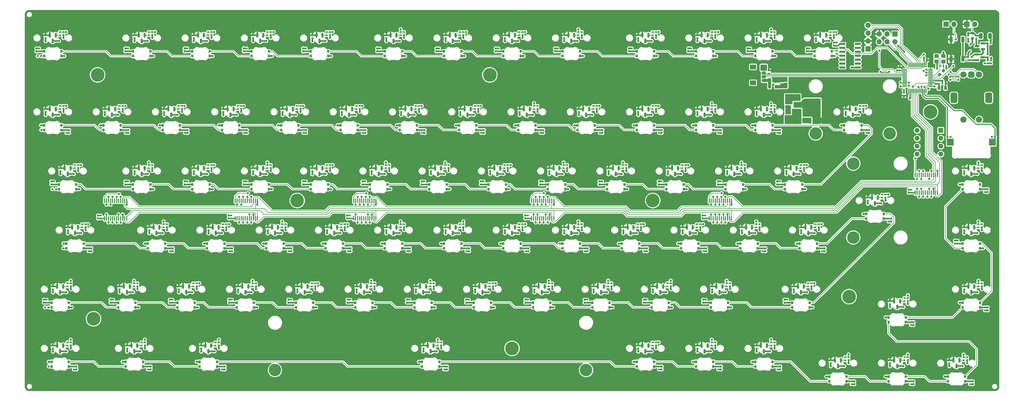
<source format=gbr>
%TF.GenerationSoftware,KiCad,Pcbnew,7.0.6*%
%TF.CreationDate,2023-11-23T18:56:53+00:00*%
%TF.ProjectId,MoonBoard,4d6f6f6e-426f-4617-9264-2e6b69636164,rev?*%
%TF.SameCoordinates,Original*%
%TF.FileFunction,Copper,L4,Bot*%
%TF.FilePolarity,Positive*%
%FSLAX46Y46*%
G04 Gerber Fmt 4.6, Leading zero omitted, Abs format (unit mm)*
G04 Created by KiCad (PCBNEW 7.0.6) date 2023-11-23 18:56:53*
%MOMM*%
%LPD*%
G01*
G04 APERTURE LIST*
G04 Aperture macros list*
%AMRoundRect*
0 Rectangle with rounded corners*
0 $1 Rounding radius*
0 $2 $3 $4 $5 $6 $7 $8 $9 X,Y pos of 4 corners*
0 Add a 4 corners polygon primitive as box body*
4,1,4,$2,$3,$4,$5,$6,$7,$8,$9,$2,$3,0*
0 Add four circle primitives for the rounded corners*
1,1,$1+$1,$2,$3*
1,1,$1+$1,$4,$5*
1,1,$1+$1,$6,$7*
1,1,$1+$1,$8,$9*
0 Add four rect primitives between the rounded corners*
20,1,$1+$1,$2,$3,$4,$5,0*
20,1,$1+$1,$4,$5,$6,$7,0*
20,1,$1+$1,$6,$7,$8,$9,0*
20,1,$1+$1,$8,$9,$2,$3,0*%
%AMRotRect*
0 Rectangle, with rotation*
0 The origin of the aperture is its center*
0 $1 length*
0 $2 width*
0 $3 Rotation angle, in degrees counterclockwise*
0 Add horizontal line*
21,1,$1,$2,0,0,$3*%
G04 Aperture macros list end*
%TA.AperFunction,ComponentPad*%
%ADD10C,0.700000*%
%TD*%
%TA.AperFunction,ComponentPad*%
%ADD11C,4.400000*%
%TD*%
%TA.AperFunction,ComponentPad*%
%ADD12R,1.700000X1.700000*%
%TD*%
%TA.AperFunction,ComponentPad*%
%ADD13O,1.700000X1.700000*%
%TD*%
%TA.AperFunction,ComponentPad*%
%ADD14C,4.000000*%
%TD*%
%TA.AperFunction,ComponentPad*%
%ADD15C,2.000000*%
%TD*%
%TA.AperFunction,ComponentPad*%
%ADD16RoundRect,0.500000X-0.500000X0.500000X-0.500000X-0.500000X0.500000X-0.500000X0.500000X0.500000X0*%
%TD*%
%TA.AperFunction,ComponentPad*%
%ADD17RoundRect,0.550000X-0.550000X1.150000X-0.550000X-1.150000X0.550000X-1.150000X0.550000X1.150000X0*%
%TD*%
%TA.AperFunction,SMDPad,CuDef*%
%ADD18RoundRect,0.140000X-0.170000X0.140000X-0.170000X-0.140000X0.170000X-0.140000X0.170000X0.140000X0*%
%TD*%
%TA.AperFunction,SMDPad,CuDef*%
%ADD19RoundRect,0.075000X-0.300000X-0.335000X0.300000X-0.335000X0.300000X0.335000X-0.300000X0.335000X0*%
%TD*%
%TA.AperFunction,SMDPad,CuDef*%
%ADD20RoundRect,0.075000X0.300000X0.335000X-0.300000X0.335000X-0.300000X-0.335000X0.300000X-0.335000X0*%
%TD*%
%TA.AperFunction,SMDPad,CuDef*%
%ADD21RoundRect,0.150000X-0.150000X0.587500X-0.150000X-0.587500X0.150000X-0.587500X0.150000X0.587500X0*%
%TD*%
%TA.AperFunction,SMDPad,CuDef*%
%ADD22RoundRect,0.140000X0.170000X-0.140000X0.170000X0.140000X-0.170000X0.140000X-0.170000X-0.140000X0*%
%TD*%
%TA.AperFunction,SMDPad,CuDef*%
%ADD23RoundRect,0.135000X-0.185000X0.135000X-0.185000X-0.135000X0.185000X-0.135000X0.185000X0.135000X0*%
%TD*%
%TA.AperFunction,SMDPad,CuDef*%
%ADD24RoundRect,0.100000X-0.100000X0.637500X-0.100000X-0.637500X0.100000X-0.637500X0.100000X0.637500X0*%
%TD*%
%TA.AperFunction,SMDPad,CuDef*%
%ADD25RoundRect,0.200000X0.275000X-0.200000X0.275000X0.200000X-0.275000X0.200000X-0.275000X-0.200000X0*%
%TD*%
%TA.AperFunction,SMDPad,CuDef*%
%ADD26RoundRect,0.250000X-0.325000X-0.650000X0.325000X-0.650000X0.325000X0.650000X-0.325000X0.650000X0*%
%TD*%
%TA.AperFunction,SMDPad,CuDef*%
%ADD27RoundRect,0.250000X-0.625000X0.312500X-0.625000X-0.312500X0.625000X-0.312500X0.625000X0.312500X0*%
%TD*%
%TA.AperFunction,SMDPad,CuDef*%
%ADD28RoundRect,0.250000X-0.650000X0.325000X-0.650000X-0.325000X0.650000X-0.325000X0.650000X0.325000X0*%
%TD*%
%TA.AperFunction,SMDPad,CuDef*%
%ADD29RoundRect,0.250000X0.312500X0.625000X-0.312500X0.625000X-0.312500X-0.625000X0.312500X-0.625000X0*%
%TD*%
%TA.AperFunction,SMDPad,CuDef*%
%ADD30R,0.675000X0.200000*%
%TD*%
%TA.AperFunction,SMDPad,CuDef*%
%ADD31R,0.775000X0.400000*%
%TD*%
%TA.AperFunction,SMDPad,CuDef*%
%ADD32RoundRect,0.150000X0.587500X0.150000X-0.587500X0.150000X-0.587500X-0.150000X0.587500X-0.150000X0*%
%TD*%
%TA.AperFunction,SMDPad,CuDef*%
%ADD33RoundRect,0.135000X0.185000X-0.135000X0.185000X0.135000X-0.185000X0.135000X-0.185000X-0.135000X0*%
%TD*%
%TA.AperFunction,SMDPad,CuDef*%
%ADD34RoundRect,0.140000X0.140000X0.170000X-0.140000X0.170000X-0.140000X-0.170000X0.140000X-0.170000X0*%
%TD*%
%TA.AperFunction,SMDPad,CuDef*%
%ADD35R,2.000000X1.500000*%
%TD*%
%TA.AperFunction,SMDPad,CuDef*%
%ADD36R,2.000000X3.800000*%
%TD*%
%TA.AperFunction,SMDPad,CuDef*%
%ADD37RoundRect,0.250000X-0.475000X0.250000X-0.475000X-0.250000X0.475000X-0.250000X0.475000X0.250000X0*%
%TD*%
%TA.AperFunction,SMDPad,CuDef*%
%ADD38RoundRect,0.166667X0.483333X-0.333333X0.483333X0.333333X-0.483333X0.333333X-0.483333X-0.333333X0*%
%TD*%
%TA.AperFunction,ComponentPad*%
%ADD39C,0.600000*%
%TD*%
%TA.AperFunction,SMDPad,CuDef*%
%ADD40RoundRect,0.100000X0.900000X-0.625000X0.900000X0.625000X-0.900000X0.625000X-0.900000X-0.625000X0*%
%TD*%
%TA.AperFunction,SMDPad,CuDef*%
%ADD41RoundRect,0.237500X-0.008839X-0.344715X0.344715X0.008839X0.008839X0.344715X-0.344715X-0.008839X0*%
%TD*%
%TA.AperFunction,SMDPad,CuDef*%
%ADD42C,0.200000*%
%TD*%
%TA.AperFunction,SMDPad,CuDef*%
%ADD43RoundRect,0.250000X0.325000X0.650000X-0.325000X0.650000X-0.325000X-0.650000X0.325000X-0.650000X0*%
%TD*%
%TA.AperFunction,SMDPad,CuDef*%
%ADD44RotRect,0.200000X0.675000X45.000000*%
%TD*%
%TA.AperFunction,SMDPad,CuDef*%
%ADD45RotRect,0.400000X0.775000X45.000000*%
%TD*%
%TA.AperFunction,SMDPad,CuDef*%
%ADD46RoundRect,0.250000X0.250000X0.475000X-0.250000X0.475000X-0.250000X-0.475000X0.250000X-0.475000X0*%
%TD*%
%TA.AperFunction,SMDPad,CuDef*%
%ADD47RoundRect,0.218750X0.218750X0.381250X-0.218750X0.381250X-0.218750X-0.381250X0.218750X-0.381250X0*%
%TD*%
%TA.AperFunction,SMDPad,CuDef*%
%ADD48R,1.400000X1.200000*%
%TD*%
%TA.AperFunction,SMDPad,CuDef*%
%ADD49R,1.000000X1.700000*%
%TD*%
%TA.AperFunction,SMDPad,CuDef*%
%ADD50RoundRect,0.135000X-0.135000X-0.185000X0.135000X-0.185000X0.135000X0.185000X-0.135000X0.185000X0*%
%TD*%
%TA.AperFunction,ComponentPad*%
%ADD51R,1.600000X1.600000*%
%TD*%
%TA.AperFunction,ComponentPad*%
%ADD52O,1.600000X1.600000*%
%TD*%
%TA.AperFunction,SMDPad,CuDef*%
%ADD53RoundRect,0.140000X-0.140000X-0.170000X0.140000X-0.170000X0.140000X0.170000X-0.140000X0.170000X0*%
%TD*%
%TA.AperFunction,SMDPad,CuDef*%
%ADD54RoundRect,0.150000X-0.587500X-0.150000X0.587500X-0.150000X0.587500X0.150000X-0.587500X0.150000X0*%
%TD*%
%TA.AperFunction,SMDPad,CuDef*%
%ADD55RoundRect,0.075000X0.662500X0.075000X-0.662500X0.075000X-0.662500X-0.075000X0.662500X-0.075000X0*%
%TD*%
%TA.AperFunction,SMDPad,CuDef*%
%ADD56RoundRect,0.075000X0.075000X0.662500X-0.075000X0.662500X-0.075000X-0.662500X0.075000X-0.662500X0*%
%TD*%
%TA.AperFunction,SMDPad,CuDef*%
%ADD57RoundRect,0.150000X0.825000X0.150000X-0.825000X0.150000X-0.825000X-0.150000X0.825000X-0.150000X0*%
%TD*%
%TA.AperFunction,SMDPad,CuDef*%
%ADD58RoundRect,0.112500X-0.112500X0.187500X-0.112500X-0.187500X0.112500X-0.187500X0.112500X0.187500X0*%
%TD*%
%TA.AperFunction,SMDPad,CuDef*%
%ADD59R,2.200000X2.200000*%
%TD*%
%TA.AperFunction,ViaPad*%
%ADD60C,0.700000*%
%TD*%
%TA.AperFunction,Conductor*%
%ADD61C,0.500000*%
%TD*%
%TA.AperFunction,Conductor*%
%ADD62C,0.300000*%
%TD*%
%TA.AperFunction,Conductor*%
%ADD63C,0.400000*%
%TD*%
%TA.AperFunction,Conductor*%
%ADD64C,1.000000*%
%TD*%
%TA.AperFunction,Conductor*%
%ADD65C,0.200000*%
%TD*%
%TA.AperFunction,Conductor*%
%ADD66C,0.284000*%
%TD*%
G04 APERTURE END LIST*
%TO.C,NT2*%
G36*
X298680000Y-104500000D02*
G01*
X299680000Y-104500000D01*
X299680000Y-102700000D01*
X298680000Y-102700000D01*
X298680000Y-104500000D01*
G37*
%TD*%
D10*
%TO.P,H5,1,1*%
%TO.N,GND*%
X332630000Y-100812050D03*
X333113274Y-99645324D03*
X333113274Y-101978776D03*
X334280000Y-99162050D03*
D11*
X334280000Y-100812050D03*
D10*
X334280000Y-102462050D03*
X335446726Y-99645324D03*
X335446726Y-101978776D03*
X335930000Y-100812050D03*
%TD*%
%TO.P,H3,1,1*%
%TO.N,unconnected-(H3-Pad1)*%
X190924000Y-88906250D03*
X191407274Y-87739524D03*
X191407274Y-90072976D03*
X192574000Y-87256250D03*
D11*
X192574000Y-88906250D03*
D10*
X192574000Y-90556250D03*
X193740726Y-87739524D03*
X193740726Y-90072976D03*
X194224000Y-88906250D03*
%TD*%
%TO.P,H2,1,1*%
%TO.N,unconnected-(H2-Pad1)*%
X243311500Y-129387500D03*
X243794774Y-128220774D03*
X243794774Y-130554226D03*
X244961500Y-127737500D03*
D11*
X244961500Y-129387500D03*
D10*
X244961500Y-131037500D03*
X246128226Y-128220774D03*
X246128226Y-130554226D03*
X246611500Y-129387500D03*
%TD*%
D12*
%TO.P,JP1,1,A*%
%TO.N,GND*%
X339220000Y-72550000D03*
D13*
%TO.P,JP1,2,B*%
%TO.N,/~{RESET}*%
X341760000Y-72550000D03*
%TD*%
D14*
%TO.P,S1,*%
%TO.N,*%
X321161250Y-107797500D03*
X297348750Y-107797500D03*
%TD*%
%TO.P,S3,*%
%TO.N,*%
X223530000Y-183997500D03*
X123517500Y-183997500D03*
%TD*%
D10*
%TO.P,H1,1,1*%
%TO.N,unconnected-(H1-Pad1)*%
X64842500Y-88906250D03*
X65325774Y-87739524D03*
X65325774Y-90072976D03*
X66492500Y-87256250D03*
D11*
X66492500Y-88906250D03*
D10*
X66492500Y-90556250D03*
X67659226Y-87739524D03*
X67659226Y-90072976D03*
X68142500Y-88906250D03*
%TD*%
%TO.P,H8,1,1*%
%TO.N,unconnected-(H8-Pad1)*%
X306414375Y-160343750D03*
X306897649Y-159177024D03*
X306897649Y-161510476D03*
X308064375Y-158693750D03*
D11*
X308064375Y-160343750D03*
D10*
X308064375Y-161993750D03*
X309231101Y-159177024D03*
X309231101Y-161510476D03*
X309714375Y-160343750D03*
%TD*%
D15*
%TO.P,ENCODER1,A,A*%
%TO.N,/ENCODER_A*%
X349855000Y-88800000D03*
%TO.P,ENCODER1,B,B*%
%TO.N,/ENCODER_B*%
X344855000Y-88800000D03*
D16*
%TO.P,ENCODER1,C,C*%
%TO.N,GND*%
X347355000Y-88800000D03*
D17*
%TO.P,ENCODER1,MP*%
%TO.N,N/C*%
X352955000Y-96300000D03*
X341755000Y-96300000D03*
D15*
%TO.P,ENCODER1,S1,S1*%
%TO.N,GND*%
X344855000Y-103300000D03*
%TO.P,ENCODER1,S2,S2*%
%TO.N,/ENCODER_SW*%
X349855000Y-103300000D03*
%TD*%
D14*
%TO.P,S2,*%
%TO.N,*%
X309413750Y-117481250D03*
X309413750Y-141293750D03*
%TD*%
D10*
%TO.P,H6,1,1*%
%TO.N,unconnected-(H6-Pad1)*%
X198067500Y-177012500D03*
X198550774Y-175845774D03*
X198550774Y-178179226D03*
X199717500Y-175362500D03*
D11*
X199717500Y-177012500D03*
D10*
X199717500Y-178662500D03*
X200884226Y-175845774D03*
X200884226Y-178179226D03*
X201367500Y-177012500D03*
%TD*%
D12*
%TO.P,OLED1,1,Pin_1*%
%TO.N,GND*%
X314170000Y-80560000D03*
D13*
%TO.P,OLED1,2,Pin_2*%
%TO.N,+3V3*%
X314170000Y-78020000D03*
%TO.P,OLED1,3,Pin_3*%
%TO.N,/I2C1_SCL*%
X314170000Y-75480000D03*
%TO.P,OLED1,4,Pin_4*%
%TO.N,/I2C1_SDA*%
X314170000Y-72940000D03*
%TD*%
D12*
%TO.P,JP2,1,A*%
%TO.N,+3V3*%
X345960000Y-72550000D03*
D13*
%TO.P,JP2,2,B*%
%TO.N,/BOOT0*%
X348500000Y-72550000D03*
%TD*%
D10*
%TO.P,H7,1,1*%
%TO.N,unconnected-(H7-Pad1)*%
X129011000Y-129387500D03*
X129494274Y-128220774D03*
X129494274Y-130554226D03*
X130661000Y-127737500D03*
D11*
X130661000Y-129387500D03*
D10*
X130661000Y-131037500D03*
X131827726Y-128220774D03*
X131827726Y-130554226D03*
X132311000Y-129387500D03*
%TD*%
D12*
%TO.P,SWD1,1,Pin_1*%
%TO.N,GND*%
X322855000Y-75725000D03*
D13*
%TO.P,SWD1,2,Pin_2*%
%TO.N,/SWO*%
X322855000Y-78265000D03*
%TO.P,SWD1,3,Pin_3*%
%TO.N,GND*%
X320315000Y-75725000D03*
%TO.P,SWD1,4,Pin_4*%
%TO.N,/SWCLK*%
X320315000Y-78265000D03*
%TO.P,SWD1,5,Pin_5*%
%TO.N,+3V3*%
X317775000Y-75725000D03*
%TO.P,SWD1,6,Pin_6*%
%TO.N,/SWDIO*%
X317775000Y-78265000D03*
%TD*%
D10*
%TO.P,H4,1,1*%
%TO.N,unconnected-(H4-Pad1)*%
X63526875Y-167487500D03*
X64010149Y-166320774D03*
X64010149Y-168654226D03*
X65176875Y-165837500D03*
D11*
X65176875Y-167487500D03*
D10*
X65176875Y-169137500D03*
X66343601Y-166320774D03*
X66343601Y-168654226D03*
X66826875Y-167487500D03*
%TD*%
D18*
%TO.P,C228,1*%
%TO.N,+5V*%
X127917500Y-144747499D03*
%TO.P,C228,2*%
%TO.N,GND*%
X127917500Y-145707499D03*
%TD*%
D19*
%TO.P,LED49,1,VDD*%
%TO.N,+5V*%
X221542500Y-144747499D03*
%TO.P,LED49,2,DOUT*%
%TO.N,/rgb_led/sk6812mini-e-rot21/Dout*%
X221542500Y-143237499D03*
%TO.P,LED49,3,GND*%
%TO.N,GND*%
X215992500Y-143237499D03*
%TO.P,LED49,4,DIN*%
%TO.N,/rgb_led/sk6812mini-e-rot20/Dout*%
X215992500Y-144747499D03*
%TD*%
D20*
%TO.P,LED34,1,VDD*%
%TO.N,+5V*%
X173130000Y-124187501D03*
%TO.P,LED34,2,DOUT*%
%TO.N,/rgb_led/sk6812mini-e19/Dout*%
X173130000Y-125697501D03*
%TO.P,LED34,3,GND*%
%TO.N,GND*%
X178680000Y-125697501D03*
%TO.P,LED34,4,DIN*%
%TO.N,/rgb_led/sk6812mini-e18/Dout*%
X178680000Y-124187501D03*
%TD*%
D21*
%TO.P,HALL4,1,VDD*%
%TO.N,+3V3*%
X117805000Y-76082500D03*
%TO.P,HALL4,2,GND*%
%TO.N,GND*%
X118755000Y-77957500D03*
%TO.P,HALL4,3,VOUT*%
%TO.N,Net-(HALL4-VOUT)*%
X119705000Y-76082500D03*
%TD*%
D19*
%TO.P,LED14,1,VDD*%
%TO.N,+5V*%
X54855000Y-106647499D03*
%TO.P,LED14,2,DOUT*%
%TO.N,/rgb_led/sk6812mini-e-rot/Dout*%
X54855000Y-105137499D03*
%TO.P,LED14,3,GND*%
%TO.N,GND*%
X49305000Y-105137499D03*
%TO.P,LED14,4,DIN*%
%TO.N,/rgb_led/sk6812mini-e-rot/Din*%
X49305000Y-106647499D03*
%TD*%
D22*
%TO.P,C248,1*%
%TO.N,+5V*%
X109592500Y-162287501D03*
%TO.P,C248,2*%
%TO.N,GND*%
X109592500Y-161327501D03*
%TD*%
D23*
%TO.P,R66,1*%
%TO.N,/multiplexers/keys/KEYS_4_0*%
X56761250Y-156025000D03*
%TO.P,R66,2*%
%TO.N,Net-(HALL57-VOUT)*%
X56761250Y-157045000D03*
%TD*%
D21*
%TO.P,HALL9,1,VDD*%
%TO.N,+3V3*%
X217817500Y-76082500D03*
%TO.P,HALL9,2,GND*%
%TO.N,GND*%
X218767500Y-77957500D03*
%TO.P,HALL9,3,VOUT*%
%TO.N,Net-(HALL9-VOUT)*%
X219717500Y-76082500D03*
%TD*%
D24*
%TO.P,U5,1,COM*%
%TO.N,/ADC1_IN4*%
X110705000Y-129437500D03*
%TO.P,U5,2,I7*%
%TO.N,/multiplexers/keys/KEYS_2_2*%
X111355000Y-129437500D03*
%TO.P,U5,3,I6*%
%TO.N,/multiplexers/keys/KEYS_0_2*%
X112005000Y-129437500D03*
%TO.P,U5,4,I5*%
%TO.N,/multiplexers/keys/KEYS_1_2*%
X112655000Y-129437500D03*
%TO.P,U5,5,I4*%
%TO.N,/multiplexers/keys/KEYS_1_3*%
X113305000Y-129437500D03*
%TO.P,U5,6,I3*%
%TO.N,unconnected-(U5-I3-Pad6)*%
X113955000Y-129437500D03*
%TO.P,U5,7,I2*%
%TO.N,/multiplexers/keys/KEYS_0_3*%
X114605000Y-129437500D03*
%TO.P,U5,8,I1*%
%TO.N,unconnected-(U5-I1-Pad8)*%
X115255000Y-129437500D03*
%TO.P,U5,9,I0*%
%TO.N,/multiplexers/keys/KEYS_2_3*%
X115905000Y-129437500D03*
%TO.P,U5,10,S0*%
%TO.N,/S0*%
X116555000Y-129437500D03*
%TO.P,U5,11,S1*%
%TO.N,/S1*%
X117205000Y-129437500D03*
%TO.P,U5,12,GND*%
%TO.N,GND*%
X117855000Y-129437500D03*
%TO.P,U5,13,S3*%
%TO.N,/S3*%
X117855000Y-135162500D03*
%TO.P,U5,14,S2*%
%TO.N,/S2*%
X117205000Y-135162500D03*
%TO.P,U5,15,~{E}*%
%TO.N,GND*%
X116555000Y-135162500D03*
%TO.P,U5,16,I15*%
%TO.N,/multiplexers/keys/KEYS_4_3*%
X115905000Y-135162500D03*
%TO.P,U5,17,I14*%
%TO.N,/multiplexers/keys/KEYS_3_3*%
X115255000Y-135162500D03*
%TO.P,U5,18,I13*%
%TO.N,/multiplexers/keys/KEYS_5_2*%
X114605000Y-135162500D03*
%TO.P,U5,19,I12*%
%TO.N,unconnected-(U5-I12-Pad19)*%
X113955000Y-135162500D03*
%TO.P,U5,20,I11*%
%TO.N,/multiplexers/keys/KEYS_4_2*%
X113305000Y-135162500D03*
%TO.P,U5,21,I10*%
%TO.N,unconnected-(U5-I10-Pad21)*%
X112655000Y-135162500D03*
%TO.P,U5,22,I9*%
%TO.N,/multiplexers/keys/KEYS_3_2*%
X112005000Y-135162500D03*
%TO.P,U5,23,I8*%
%TO.N,unconnected-(U5-I8-Pad23)*%
X111355000Y-135162500D03*
%TO.P,U5,24,VCC*%
%TO.N,+5V*%
X110705000Y-135162500D03*
%TD*%
D18*
%TO.P,C238,1*%
%TO.N,+5V*%
X320798750Y-135222499D03*
%TO.P,C238,2*%
%TO.N,GND*%
X320798750Y-136182499D03*
%TD*%
D22*
%TO.P,C171,1*%
%TO.N,GND*%
X240280000Y-177055000D03*
%TO.P,C171,2*%
%TO.N,+3V3*%
X240280000Y-176095000D03*
%TD*%
D18*
%TO.P,C86,1*%
%TO.N,/multiplexers/keys/KEYS_2_5*%
X160255000Y-117925000D03*
%TO.P,C86,2*%
%TO.N,GND*%
X160255000Y-118885000D03*
%TD*%
D22*
%TO.P,C250,1*%
%TO.N,+5V*%
X71492500Y-162287501D03*
%TO.P,C250,2*%
%TO.N,GND*%
X71492500Y-161327501D03*
%TD*%
D21*
%TO.P,HALL58,1,VDD*%
%TO.N,+3V3*%
X74942500Y-157045000D03*
%TO.P,HALL58,2,GND*%
%TO.N,GND*%
X75892500Y-158920000D03*
%TO.P,HALL58,3,VOUT*%
%TO.N,Net-(HALL58-VOUT)*%
X76842500Y-157045000D03*
%TD*%
D18*
%TO.P,C80,1*%
%TO.N,/multiplexers/keys/KEYS_2_2*%
X103105000Y-117925000D03*
%TO.P,C80,2*%
%TO.N,GND*%
X103105000Y-118885000D03*
%TD*%
%TO.P,C227,1*%
%TO.N,+5V*%
X108867500Y-144747499D03*
%TO.P,C227,2*%
%TO.N,GND*%
X108867500Y-145707499D03*
%TD*%
D22*
%TO.P,C240,1*%
%TO.N,+5V*%
X261992500Y-162287501D03*
%TO.P,C240,2*%
%TO.N,GND*%
X261992500Y-161327501D03*
%TD*%
D21*
%TO.P,HALL25,1,VDD*%
%TO.N,+3V3*%
X260680000Y-99895000D03*
%TO.P,HALL25,2,GND*%
%TO.N,GND*%
X261630000Y-101770000D03*
%TO.P,HALL25,3,VOUT*%
%TO.N,Net-(HALL25-VOUT)*%
X262580000Y-99895000D03*
%TD*%
D25*
%TO.P,R91,1*%
%TO.N,Net-(D1-K)*%
X347680000Y-77125000D03*
%TO.P,R91,2*%
%TO.N,/BOOT0*%
X347680000Y-75475000D03*
%TD*%
D19*
%TO.P,LED70,1,VDD*%
%TO.N,+5V*%
X104861250Y-182847499D03*
%TO.P,LED70,2,DOUT*%
%TO.N,/rgb_led/sk6812mini-e-rot29/Dout*%
X104861250Y-181337499D03*
%TO.P,LED70,3,GND*%
%TO.N,GND*%
X99311250Y-181337499D03*
%TO.P,LED70,4,DIN*%
%TO.N,/rgb_led/sk6812mini-e-rot28/Dout*%
X99311250Y-182847499D03*
%TD*%
D26*
%TO.P,C183,1*%
%TO.N,/BOOT0*%
X350405000Y-76400000D03*
%TO.P,C183,2*%
%TO.N,GND*%
X353355000Y-76400000D03*
%TD*%
D18*
%TO.P,C92,1*%
%TO.N,/multiplexers/keys/KEYS_2_8*%
X217405000Y-117925000D03*
%TO.P,C92,2*%
%TO.N,GND*%
X217405000Y-118885000D03*
%TD*%
%TO.P,C152,1*%
%TO.N,/multiplexers/keys/KEYS_4_9*%
X231692500Y-156025000D03*
%TO.P,C152,2*%
%TO.N,GND*%
X231692500Y-156985000D03*
%TD*%
D20*
%TO.P,LED40,1,VDD*%
%TO.N,+5V*%
X54067500Y-124187501D03*
%TO.P,LED40,2,DOUT*%
%TO.N,/rgb_led/sk6812mini-e-rot38/Din*%
X54067500Y-125697501D03*
%TO.P,LED40,3,GND*%
%TO.N,GND*%
X59617500Y-125697501D03*
%TO.P,LED40,4,DIN*%
%TO.N,/rgb_led/sk6812mini-e24/Dout*%
X59617500Y-124187501D03*
%TD*%
%TO.P,LED55,1,VDD*%
%TO.N,+5V*%
X289811250Y-162287501D03*
%TO.P,LED55,2,DOUT*%
%TO.N,/rgb_led/sk6812mini-e27/Dout*%
X289811250Y-163797501D03*
%TO.P,LED55,3,GND*%
%TO.N,GND*%
X295361250Y-163797501D03*
%TO.P,LED55,4,DIN*%
%TO.N,/rgb_led/sk6812mini-e-rot26/Dout*%
X295361250Y-162287501D03*
%TD*%
%TO.P,LED13,1,VDD*%
%TO.N,+5V*%
X49305000Y-81325001D03*
%TO.P,LED13,2,DOUT*%
%TO.N,/rgb_led/sk6812mini-e-rot/Din*%
X49305000Y-82835001D03*
%TO.P,LED13,3,GND*%
%TO.N,GND*%
X54855000Y-82835001D03*
%TO.P,LED13,4,DIN*%
%TO.N,/rgb_led/sk6812mini-e11/Dout*%
X54855000Y-81325001D03*
%TD*%
D22*
%TO.P,C31,1*%
%TO.N,GND*%
X159317500Y-77042500D03*
%TO.P,C31,2*%
%TO.N,+3V3*%
X159317500Y-76082500D03*
%TD*%
D21*
%TO.P,HALL8,1,VDD*%
%TO.N,+3V3*%
X198767500Y-76082500D03*
%TO.P,HALL8,2,GND*%
%TO.N,GND*%
X199717500Y-77957500D03*
%TO.P,HALL8,3,VOUT*%
%TO.N,Net-(HALL8-VOUT)*%
X200667500Y-76082500D03*
%TD*%
D23*
%TO.P,R65,1*%
%TO.N,/multiplexers/keys/KEYS_3_13*%
X349655000Y-136975000D03*
%TO.P,R65,2*%
%TO.N,Net-(HALL56-VOUT)*%
X349655000Y-137995000D03*
%TD*%
D19*
%TO.P,LED26,1,VDD*%
%TO.N,+5V*%
X283455000Y-106647499D03*
%TO.P,LED26,2,DOUT*%
%TO.N,/rgb_led/sk6812mini-e-rot12/Dout*%
X283455000Y-105137499D03*
%TO.P,LED26,3,GND*%
%TO.N,GND*%
X277905000Y-105137499D03*
%TO.P,LED26,4,DIN*%
%TO.N,/rgb_led/sk6812mini-e-rot11/Dout*%
X277905000Y-106647499D03*
%TD*%
D27*
%TO.P,R4,1*%
%TO.N,/in_esr*%
X288480000Y-101037500D03*
%TO.P,R4,2*%
%TO.N,GND*%
X288480000Y-103962500D03*
%TD*%
D22*
%TO.P,C222,1*%
%TO.N,+5V*%
X95305000Y-124187501D03*
%TO.P,C222,2*%
%TO.N,GND*%
X95305000Y-123227501D03*
%TD*%
%TO.P,C41,1*%
%TO.N,GND*%
X259330000Y-77042500D03*
%TO.P,C41,2*%
%TO.N,+3V3*%
X259330000Y-76082500D03*
%TD*%
D20*
%TO.P,LED6,1,VDD*%
%TO.N,+5V*%
X196942500Y-81325001D03*
%TO.P,LED6,2,DOUT*%
%TO.N,/rgb_led/sk6812mini-e5/Dout*%
X196942500Y-82835001D03*
%TO.P,LED6,3,GND*%
%TO.N,GND*%
X202492500Y-82835001D03*
%TO.P,LED6,4,DIN*%
%TO.N,/rgb_led/sk6812mini-e4/Dout*%
X202492500Y-81325001D03*
%TD*%
D22*
%TO.P,C79,1*%
%TO.N,GND*%
X97405000Y-119905000D03*
%TO.P,C79,2*%
%TO.N,+3V3*%
X97405000Y-118945000D03*
%TD*%
D18*
%TO.P,C24,1*%
%TO.N,/multiplexers/keys/KEYS_0_1*%
X84055000Y-75062500D03*
%TO.P,C24,2*%
%TO.N,GND*%
X84055000Y-76022500D03*
%TD*%
D19*
%TO.P,LED68,1,VDD*%
%TO.N,+5V*%
X57236250Y-182847499D03*
%TO.P,LED68,2,DOUT*%
%TO.N,/rgb_led/sk6812mini-e-rot27/Dout*%
X57236250Y-181337499D03*
%TO.P,LED68,3,GND*%
%TO.N,GND*%
X51686250Y-181337499D03*
%TO.P,LED68,4,DIN*%
%TO.N,/rgb_led/sk6812mini-e-rot27/Din*%
X51686250Y-182847499D03*
%TD*%
D22*
%TO.P,C91,1*%
%TO.N,GND*%
X211705000Y-119905000D03*
%TO.P,C91,2*%
%TO.N,+3V3*%
X211705000Y-118945000D03*
%TD*%
D19*
%TO.P,LED81,1,VDD*%
%TO.N,+5V*%
X350130000Y-125697499D03*
%TO.P,LED81,2,DOUT*%
%TO.N,/rgb_led/sk6812mini-e-rot40/Dout*%
X350130000Y-124187499D03*
%TO.P,LED81,3,GND*%
%TO.N,GND*%
X344580000Y-124187499D03*
%TO.P,LED81,4,DIN*%
%TO.N,/rgb_led/sk6812mini-e-rot40/Din*%
X344580000Y-125697499D03*
%TD*%
D18*
%TO.P,C198,1*%
%TO.N,+5V*%
X56480000Y-106647499D03*
%TO.P,C198,2*%
%TO.N,GND*%
X56480000Y-107607499D03*
%TD*%
%TO.P,C174,1*%
%TO.N,/multiplexers/keys/KEYS_5_5*%
X265030000Y-175075000D03*
%TO.P,C174,2*%
%TO.N,GND*%
X265030000Y-176035000D03*
%TD*%
D23*
%TO.P,R61,1*%
%TO.N,/multiplexers/keys/KEYS_3_9*%
X240117500Y-136975000D03*
%TO.P,R61,2*%
%TO.N,Net-(HALL52-VOUT)*%
X240117500Y-137995000D03*
%TD*%
D18*
%TO.P,C124,1*%
%TO.N,/multiplexers/keys/KEYS_3_9*%
X241217500Y-136975000D03*
%TO.P,C124,2*%
%TO.N,GND*%
X241217500Y-137935000D03*
%TD*%
D22*
%TO.P,C163,1*%
%TO.N,GND*%
X52161250Y-177055000D03*
%TO.P,C163,2*%
%TO.N,+3V3*%
X52161250Y-176095000D03*
%TD*%
%TO.P,C39,1*%
%TO.N,GND*%
X240280000Y-77042500D03*
%TO.P,C39,2*%
%TO.N,+3V3*%
X240280000Y-76082500D03*
%TD*%
D23*
%TO.P,R18,1*%
%TO.N,/multiplexers/keys/KEYS_0_8*%
X221067500Y-75062500D03*
%TO.P,R18,2*%
%TO.N,Net-(HALL9-VOUT)*%
X221067500Y-76082500D03*
%TD*%
D18*
%TO.P,C116,1*%
%TO.N,/multiplexers/keys/KEYS_3_5*%
X165017500Y-136975000D03*
%TO.P,C116,2*%
%TO.N,GND*%
X165017500Y-137935000D03*
%TD*%
%TO.P,C252,1*%
%TO.N,+5V*%
X58861250Y-182847499D03*
%TO.P,C252,2*%
%TO.N,GND*%
X58861250Y-183807499D03*
%TD*%
D22*
%TO.P,C187,1*%
%TO.N,+5V*%
X257230000Y-81325001D03*
%TO.P,C187,2*%
%TO.N,GND*%
X257230000Y-80365001D03*
%TD*%
D23*
%TO.P,R55,1*%
%TO.N,/multiplexers/keys/KEYS_3_3*%
X125817500Y-136975000D03*
%TO.P,R55,2*%
%TO.N,Net-(HALL46-VOUT)*%
X125817500Y-137995000D03*
%TD*%
D18*
%TO.P,C180,1*%
%TO.N,/multiplexers/keys/KEYS_5_8*%
X326942500Y-179837500D03*
%TO.P,C180,2*%
%TO.N,GND*%
X326942500Y-180797500D03*
%TD*%
D20*
%TO.P,LED29,1,VDD*%
%TO.N,+5V*%
X268380000Y-124187501D03*
%TO.P,LED29,2,DOUT*%
%TO.N,/rgb_led/sk6812mini-e14/Dout*%
X268380000Y-125697501D03*
%TO.P,LED29,3,GND*%
%TO.N,GND*%
X273930000Y-125697501D03*
%TO.P,LED29,4,DIN*%
%TO.N,/rgb_led/sk6812mini-e13/Dout*%
X273930000Y-124187501D03*
%TD*%
D22*
%TO.P,C188,1*%
%TO.N,+5V*%
X238180000Y-81325001D03*
%TO.P,C188,2*%
%TO.N,GND*%
X238180000Y-80365001D03*
%TD*%
%TO.P,C123,1*%
%TO.N,GND*%
X235517500Y-138955000D03*
%TO.P,C123,2*%
%TO.N,+3V3*%
X235517500Y-137995000D03*
%TD*%
D19*
%TO.P,LED72,1,VDD*%
%TO.N,+5V*%
X245355000Y-182847499D03*
%TO.P,LED72,2,DOUT*%
%TO.N,/rgb_led/sk6812mini-e-rot31/Dout*%
X245355000Y-181337499D03*
%TO.P,LED72,3,GND*%
%TO.N,GND*%
X239805000Y-181337499D03*
%TO.P,LED72,4,DIN*%
%TO.N,/rgb_led/sk6812mini-e-rot30/Dout*%
X239805000Y-182847499D03*
%TD*%
D21*
%TO.P,HALL63,1,VDD*%
%TO.N,+3V3*%
X170192500Y-157045000D03*
%TO.P,HALL63,2,GND*%
%TO.N,GND*%
X171142500Y-158920000D03*
%TO.P,HALL63,3,VOUT*%
%TO.N,Net-(HALL63-VOUT)*%
X172092500Y-157045000D03*
%TD*%
D22*
%TO.P,C165,1*%
%TO.N,GND*%
X75973750Y-177055000D03*
%TO.P,C165,2*%
%TO.N,+3V3*%
X75973750Y-176095000D03*
%TD*%
D21*
%TO.P,HALL30,1,VDD*%
%TO.N,+3V3*%
X98755000Y-118945000D03*
%TO.P,HALL30,2,GND*%
%TO.N,GND*%
X99705000Y-120820000D03*
%TO.P,HALL30,3,VOUT*%
%TO.N,Net-(HALL30-VOUT)*%
X100655000Y-118945000D03*
%TD*%
%TO.P,HALL28,1,VDD*%
%TO.N,+3V3*%
X55892500Y-118945000D03*
%TO.P,HALL28,2,GND*%
%TO.N,GND*%
X56842500Y-120820000D03*
%TO.P,HALL28,3,VOUT*%
%TO.N,Net-(HALL28-VOUT)*%
X57792500Y-118945000D03*
%TD*%
D28*
%TO.P,C3,1*%
%TO.N,+5V*%
X288480000Y-96325000D03*
%TO.P,C3,2*%
%TO.N,/in_esr*%
X288480000Y-99275000D03*
%TD*%
D18*
%TO.P,C142,1*%
%TO.N,/multiplexers/keys/KEYS_4_4*%
X136442500Y-156025000D03*
%TO.P,C142,2*%
%TO.N,GND*%
X136442500Y-156985000D03*
%TD*%
D21*
%TO.P,HALL7,1,VDD*%
%TO.N,+3V3*%
X179717500Y-76082500D03*
%TO.P,HALL7,2,GND*%
%TO.N,GND*%
X180667500Y-77957500D03*
%TO.P,HALL7,3,VOUT*%
%TO.N,Net-(HALL7-VOUT)*%
X181617500Y-76082500D03*
%TD*%
D18*
%TO.P,C154,1*%
%TO.N,/multiplexers/keys/KEYS_4_10*%
X250742500Y-156025000D03*
%TO.P,C154,2*%
%TO.N,GND*%
X250742500Y-156985000D03*
%TD*%
D21*
%TO.P,HALL27,1,VDD*%
%TO.N,+3V3*%
X308305000Y-99895000D03*
%TO.P,HALL27,2,GND*%
%TO.N,GND*%
X309255000Y-101770000D03*
%TO.P,HALL27,3,VOUT*%
%TO.N,Net-(HALL27-VOUT)*%
X310205000Y-99895000D03*
%TD*%
D18*
%TO.P,C210,1*%
%TO.N,+5V*%
X285080000Y-106647499D03*
%TO.P,C210,2*%
%TO.N,GND*%
X285080000Y-107607499D03*
%TD*%
D22*
%TO.P,C43,1*%
%TO.N,GND*%
X278380000Y-77042500D03*
%TO.P,C43,2*%
%TO.N,+3V3*%
X278380000Y-76082500D03*
%TD*%
D21*
%TO.P,HALL1,1,VDD*%
%TO.N,+3V3*%
X51130000Y-76082500D03*
%TO.P,HALL1,2,GND*%
%TO.N,GND*%
X52080000Y-77957500D03*
%TO.P,HALL1,3,VOUT*%
%TO.N,Net-(HALL1-VOUT)*%
X53030000Y-76082500D03*
%TD*%
D22*
%TO.P,C241,1*%
%TO.N,+5V*%
X242942500Y-162287501D03*
%TO.P,C241,2*%
%TO.N,GND*%
X242942500Y-161327501D03*
%TD*%
D18*
%TO.P,C78,1*%
%TO.N,/multiplexers/keys/KEYS_2_1*%
X84055000Y-117925000D03*
%TO.P,C78,2*%
%TO.N,GND*%
X84055000Y-118885000D03*
%TD*%
%TO.P,C70,1*%
%TO.N,/multiplexers/keys/KEYS_1_11*%
X265030000Y-98875000D03*
%TO.P,C70,2*%
%TO.N,GND*%
X265030000Y-99835000D03*
%TD*%
D21*
%TO.P,HALL14,1,VDD*%
%TO.N,+3V3*%
X51130000Y-99895000D03*
%TO.P,HALL14,2,GND*%
%TO.N,GND*%
X52080000Y-101770000D03*
%TO.P,HALL14,3,VOUT*%
%TO.N,Net-(HALL14-VOUT)*%
X53030000Y-99895000D03*
%TD*%
D18*
%TO.P,C94,1*%
%TO.N,/multiplexers/keys/KEYS_2_9*%
X236455000Y-117925000D03*
%TO.P,C94,2*%
%TO.N,GND*%
X236455000Y-118885000D03*
%TD*%
%TO.P,C207,1*%
%TO.N,+5V*%
X227930000Y-106647499D03*
%TO.P,C207,2*%
%TO.N,GND*%
X227930000Y-107607499D03*
%TD*%
D21*
%TO.P,HALL70,1,VDD*%
%TO.N,+3V3*%
X346405000Y-157045000D03*
%TO.P,HALL70,2,GND*%
%TO.N,GND*%
X347355000Y-158920000D03*
%TO.P,HALL70,3,VOUT*%
%TO.N,Net-(HALL70-VOUT)*%
X348305000Y-157045000D03*
%TD*%
D23*
%TO.P,R97,1*%
%TO.N,/reset/switch*%
X346380000Y-83180000D03*
%TO.P,R97,2*%
%TO.N,Net-(Q2-G)*%
X346380000Y-84200000D03*
%TD*%
D21*
%TO.P,HALL5,1,VDD*%
%TO.N,+3V3*%
X136855000Y-76082500D03*
%TO.P,HALL5,2,GND*%
%TO.N,GND*%
X137805000Y-77957500D03*
%TO.P,HALL5,3,VOUT*%
%TO.N,Net-(HALL5-VOUT)*%
X138755000Y-76082500D03*
%TD*%
D18*
%TO.P,C148,1*%
%TO.N,/multiplexers/keys/KEYS_4_7*%
X193592500Y-156025000D03*
%TO.P,C148,2*%
%TO.N,GND*%
X193592500Y-156985000D03*
%TD*%
%TO.P,C176,1*%
%TO.N,/multiplexers/keys/KEYS_5_6*%
X284080000Y-175075000D03*
%TO.P,C176,2*%
%TO.N,GND*%
X284080000Y-176035000D03*
%TD*%
D22*
%TO.P,C135,1*%
%TO.N,GND*%
X73592500Y-158005000D03*
%TO.P,C135,2*%
%TO.N,+3V3*%
X73592500Y-157045000D03*
%TD*%
D21*
%TO.P,HALL41,1,VDD*%
%TO.N,+3V3*%
X315448750Y-128470000D03*
%TO.P,HALL41,2,GND*%
%TO.N,GND*%
X316398750Y-130345000D03*
%TO.P,HALL41,3,VOUT*%
%TO.N,Net-(HALL41-VOUT)*%
X317348750Y-128470000D03*
%TD*%
D29*
%TO.P,R5,1*%
%TO.N,/out_esr*%
X293642500Y-103600000D03*
%TO.P,R5,2*%
%TO.N,GND*%
X290717500Y-103600000D03*
%TD*%
D18*
%TO.P,C211,1*%
%TO.N,+5V*%
X313655000Y-106647499D03*
%TO.P,C211,2*%
%TO.N,GND*%
X313655000Y-107607499D03*
%TD*%
D30*
%TO.P,U11,1,IO1*%
%TO.N,/SWDIO*%
X320005000Y-87158000D03*
%TO.P,U11,2,IO2*%
%TO.N,unconnected-(U11-IO2-Pad2)*%
X320005000Y-87658000D03*
D31*
%TO.P,U11,3,GND*%
%TO.N,GND*%
X319955000Y-88158000D03*
D30*
%TO.P,U11,4,D2+*%
%TO.N,/USB_D+*%
X320005000Y-88658000D03*
%TO.P,U11,5,D2-*%
%TO.N,/USB_D-*%
X320005000Y-89158000D03*
%TO.P,U11,6,NC*%
X319130000Y-89158000D03*
%TO.P,U11,7,NC*%
%TO.N,/USB_D+*%
X319130000Y-88658000D03*
D31*
%TO.P,U11,8,GND*%
%TO.N,GND*%
X319180000Y-88158000D03*
D30*
%TO.P,U11,9,NC*%
%TO.N,unconnected-(U11-IO2-Pad2)*%
X319130000Y-87658000D03*
%TO.P,U11,10,NC*%
%TO.N,/SWDIO*%
X319130000Y-87158000D03*
%TD*%
D18*
%TO.P,C231,1*%
%TO.N,+5V*%
X185067500Y-144747499D03*
%TO.P,C231,2*%
%TO.N,GND*%
X185067500Y-145707499D03*
%TD*%
D22*
%TO.P,C65,1*%
%TO.N,GND*%
X221230000Y-100855000D03*
%TO.P,C65,2*%
%TO.N,+3V3*%
X221230000Y-99895000D03*
%TD*%
D19*
%TO.P,LED52,1,VDD*%
%TO.N,+5V*%
X278692500Y-144747499D03*
%TO.P,LED52,2,DOUT*%
%TO.N,/rgb_led/sk6812mini-e-rot24/Dout*%
X278692500Y-143237499D03*
%TO.P,LED52,3,GND*%
%TO.N,GND*%
X273142500Y-143237499D03*
%TO.P,LED52,4,DIN*%
%TO.N,/rgb_led/sk6812mini-e-rot23/Dout*%
X273142500Y-144747499D03*
%TD*%
D22*
%TO.P,C33,1*%
%TO.N,GND*%
X178367500Y-77042500D03*
%TO.P,C33,2*%
%TO.N,+3V3*%
X178367500Y-76082500D03*
%TD*%
D19*
%TO.P,LED24,1,VDD*%
%TO.N,+5V*%
X245355000Y-106647499D03*
%TO.P,LED24,2,DOUT*%
%TO.N,/rgb_led/sk6812mini-e-rot10/Dout*%
X245355000Y-105137499D03*
%TO.P,LED24,3,GND*%
%TO.N,GND*%
X239805000Y-105137499D03*
%TO.P,LED24,4,DIN*%
%TO.N,/rgb_led/sk6812mini-e-rot10/Din*%
X239805000Y-106647499D03*
%TD*%
D18*
%TO.P,C158,1*%
%TO.N,/multiplexers/keys/KEYS_4_12*%
X295986250Y-156025000D03*
%TO.P,C158,2*%
%TO.N,GND*%
X295986250Y-156985000D03*
%TD*%
D23*
%TO.P,R13,1*%
%TO.N,/multiplexers/keys/KEYS_0_3*%
X121055000Y-75062500D03*
%TO.P,R13,2*%
%TO.N,Net-(HALL4-VOUT)*%
X121055000Y-76082500D03*
%TD*%
D18*
%TO.P,C232,1*%
%TO.N,+5V*%
X204117500Y-144747499D03*
%TO.P,C232,2*%
%TO.N,GND*%
X204117500Y-145707499D03*
%TD*%
D23*
%TO.P,R83,1*%
%TO.N,/multiplexers/keys/KEYS_5_2*%
X104386250Y-175075000D03*
%TO.P,R83,2*%
%TO.N,Net-(HALL74-VOUT)*%
X104386250Y-176095000D03*
%TD*%
D19*
%TO.P,LED20,1,VDD*%
%TO.N,+5V*%
X169155000Y-106647499D03*
%TO.P,LED20,2,DOUT*%
%TO.N,/rgb_led/sk6812mini-e-rot6/Dout*%
X169155000Y-105137499D03*
%TO.P,LED20,3,GND*%
%TO.N,GND*%
X163605000Y-105137499D03*
%TO.P,LED20,4,DIN*%
%TO.N,/rgb_led/sk6812mini-e-rot5/Dout*%
X163605000Y-106647499D03*
%TD*%
D22*
%TO.P,C71,1*%
%TO.N,GND*%
X278380000Y-100855000D03*
%TO.P,C71,2*%
%TO.N,+3V3*%
X278380000Y-99895000D03*
%TD*%
D24*
%TO.P,U6,1,COM*%
%TO.N,/ADC2_IN3*%
X148805000Y-129437500D03*
%TO.P,U6,2,I7*%
%TO.N,/multiplexers/keys/KEYS_2_4*%
X149455000Y-129437500D03*
%TO.P,U6,3,I6*%
%TO.N,/multiplexers/keys/KEYS_0_4*%
X150105000Y-129437500D03*
%TO.P,U6,4,I5*%
%TO.N,/multiplexers/keys/KEYS_1_4*%
X150755000Y-129437500D03*
%TO.P,U6,5,I4*%
%TO.N,/multiplexers/keys/KEYS_1_5*%
X151405000Y-129437500D03*
%TO.P,U6,6,I3*%
%TO.N,/multiplexers/keys/KEYS_2_6*%
X152055000Y-129437500D03*
%TO.P,U6,7,I2*%
%TO.N,/multiplexers/keys/KEYS_0_5*%
X152705000Y-129437500D03*
%TO.P,U6,8,I1*%
%TO.N,/multiplexers/keys/KEYS_1_6*%
X153355000Y-129437500D03*
%TO.P,U6,9,I0*%
%TO.N,/multiplexers/keys/KEYS_2_5*%
X154005000Y-129437500D03*
%TO.P,U6,10,S0*%
%TO.N,/S0*%
X154655000Y-129437500D03*
%TO.P,U6,11,S1*%
%TO.N,/S1*%
X155305000Y-129437500D03*
%TO.P,U6,12,GND*%
%TO.N,GND*%
X155955000Y-129437500D03*
%TO.P,U6,13,S3*%
%TO.N,/S3*%
X155955000Y-135162500D03*
%TO.P,U6,14,S2*%
%TO.N,/S2*%
X155305000Y-135162500D03*
%TO.P,U6,15,~{E}*%
%TO.N,GND*%
X154655000Y-135162500D03*
%TO.P,U6,16,I15*%
%TO.N,/multiplexers/keys/KEYS_4_6*%
X154005000Y-135162500D03*
%TO.P,U6,17,I14*%
%TO.N,/multiplexers/keys/KEYS_3_5*%
X153355000Y-135162500D03*
%TO.P,U6,18,I13*%
%TO.N,/multiplexers/keys/KEYS_5_3*%
X152705000Y-135162500D03*
%TO.P,U6,19,I12*%
%TO.N,unconnected-(U6-I12-Pad19)*%
X152055000Y-135162500D03*
%TO.P,U6,20,I11*%
%TO.N,/multiplexers/keys/KEYS_4_5*%
X151405000Y-135162500D03*
%TO.P,U6,21,I10*%
%TO.N,unconnected-(U6-I10-Pad21)*%
X150755000Y-135162500D03*
%TO.P,U6,22,I9*%
%TO.N,/multiplexers/keys/KEYS_4_4*%
X150105000Y-135162500D03*
%TO.P,U6,23,I8*%
%TO.N,/multiplexers/keys/KEYS_3_4*%
X149455000Y-135162500D03*
%TO.P,U6,24,VCC*%
%TO.N,+5V*%
X148805000Y-135162500D03*
%TD*%
D20*
%TO.P,LED8,1,VDD*%
%TO.N,+5V*%
X158842500Y-81325001D03*
%TO.P,LED8,2,DOUT*%
%TO.N,/rgb_led/sk6812mini-e7/Dout*%
X158842500Y-82835001D03*
%TO.P,LED8,3,GND*%
%TO.N,GND*%
X164392500Y-82835001D03*
%TO.P,LED8,4,DIN*%
%TO.N,/rgb_led/sk6812mini-e6/Dout*%
X164392500Y-81325001D03*
%TD*%
D21*
%TO.P,HALL54,1,VDD*%
%TO.N,+3V3*%
X274967500Y-137995000D03*
%TO.P,HALL54,2,GND*%
%TO.N,GND*%
X275917500Y-139870000D03*
%TO.P,HALL54,3,VOUT*%
%TO.N,Net-(HALL54-VOUT)*%
X276867500Y-137995000D03*
%TD*%
D19*
%TO.P,LED50,1,VDD*%
%TO.N,+5V*%
X240592500Y-144747499D03*
%TO.P,LED50,2,DOUT*%
%TO.N,/rgb_led/sk6812mini-e-rot22/Dout*%
X240592500Y-143237499D03*
%TO.P,LED50,3,GND*%
%TO.N,GND*%
X235042500Y-143237499D03*
%TO.P,LED50,4,DIN*%
%TO.N,/rgb_led/sk6812mini-e-rot21/Dout*%
X235042500Y-144747499D03*
%TD*%
D22*
%TO.P,C59,1*%
%TO.N,GND*%
X164080000Y-100855000D03*
%TO.P,C59,2*%
%TO.N,+3V3*%
X164080000Y-99895000D03*
%TD*%
D21*
%TO.P,HALL39,1,VDD*%
%TO.N,+3V3*%
X270205000Y-118945000D03*
%TO.P,HALL39,2,GND*%
%TO.N,GND*%
X271155000Y-120820000D03*
%TO.P,HALL39,3,VOUT*%
%TO.N,Net-(HALL39-VOUT)*%
X272105000Y-118945000D03*
%TD*%
D22*
%TO.P,C149,1*%
%TO.N,GND*%
X206942500Y-158005000D03*
%TO.P,C149,2*%
%TO.N,+3V3*%
X206942500Y-157045000D03*
%TD*%
D18*
%TO.P,C104,1*%
%TO.N,/multiplexers/keys/KEYS_2_14*%
X350755000Y-117925000D03*
%TO.P,C104,2*%
%TO.N,GND*%
X350755000Y-118885000D03*
%TD*%
D23*
%TO.P,R64,1*%
%TO.N,/multiplexers/keys/KEYS_3_12*%
X297267500Y-136975000D03*
%TO.P,R64,2*%
%TO.N,Net-(HALL55-VOUT)*%
X297267500Y-137995000D03*
%TD*%
D22*
%TO.P,C107,1*%
%TO.N,GND*%
X83117500Y-138955000D03*
%TO.P,C107,2*%
%TO.N,+3V3*%
X83117500Y-137995000D03*
%TD*%
D21*
%TO.P,HALL32,1,VDD*%
%TO.N,+3V3*%
X136855000Y-118945000D03*
%TO.P,HALL32,2,GND*%
%TO.N,GND*%
X137805000Y-120820000D03*
%TO.P,HALL32,3,VOUT*%
%TO.N,Net-(HALL32-VOUT)*%
X138755000Y-118945000D03*
%TD*%
D18*
%TO.P,C160,1*%
%TO.N,/multiplexers/keys/KEYS_4_13*%
X350755000Y-156025000D03*
%TO.P,C160,2*%
%TO.N,GND*%
X350755000Y-156985000D03*
%TD*%
D23*
%TO.P,R15,1*%
%TO.N,/multiplexers/keys/KEYS_0_5*%
X163917500Y-75062500D03*
%TO.P,R15,2*%
%TO.N,Net-(HALL6-VOUT)*%
X163917500Y-76082500D03*
%TD*%
D22*
%TO.P,C87,1*%
%TO.N,GND*%
X173605000Y-119905000D03*
%TO.P,C87,2*%
%TO.N,+3V3*%
X173605000Y-118945000D03*
%TD*%
D18*
%TO.P,C64,1*%
%TO.N,/multiplexers/keys/KEYS_1_8*%
X207880000Y-98875000D03*
%TO.P,C64,2*%
%TO.N,GND*%
X207880000Y-99835000D03*
%TD*%
%TO.P,C72,1*%
%TO.N,/multiplexers/keys/KEYS_1_12*%
X284080000Y-98875000D03*
%TO.P,C72,2*%
%TO.N,GND*%
X284080000Y-99835000D03*
%TD*%
D23*
%TO.P,R68,1*%
%TO.N,/multiplexers/keys/KEYS_4_2*%
X97242500Y-156025000D03*
%TO.P,R68,2*%
%TO.N,Net-(HALL59-VOUT)*%
X97242500Y-157045000D03*
%TD*%
%TO.P,R75,1*%
%TO.N,/multiplexers/keys/KEYS_4_9*%
X230592500Y-156025000D03*
%TO.P,R75,2*%
%TO.N,Net-(HALL66-VOUT)*%
X230592500Y-157045000D03*
%TD*%
D20*
%TO.P,LED61,1,VDD*%
%TO.N,+5V*%
X168367500Y-162287501D03*
%TO.P,LED61,2,DOUT*%
%TO.N,/rgb_led/sk6812mini-e33/Dout*%
X168367500Y-163797501D03*
%TO.P,LED61,3,GND*%
%TO.N,GND*%
X173917500Y-163797501D03*
%TO.P,LED61,4,DIN*%
%TO.N,/rgb_led/sk6812mini-e32/Dout*%
X173917500Y-162287501D03*
%TD*%
D22*
%TO.P,C159,1*%
%TO.N,GND*%
X345055000Y-158005000D03*
%TO.P,C159,2*%
%TO.N,+3V3*%
X345055000Y-157045000D03*
%TD*%
D18*
%TO.P,C206,1*%
%TO.N,+5V*%
X208880000Y-106647499D03*
%TO.P,C206,2*%
%TO.N,GND*%
X208880000Y-107607499D03*
%TD*%
D19*
%TO.P,LED41,1,VDD*%
%TO.N,+5V*%
X61998750Y-144747499D03*
%TO.P,LED41,2,DOUT*%
%TO.N,/rgb_led/sk6812mini-e-rot14/Din*%
X61998750Y-143237499D03*
%TO.P,LED41,3,GND*%
%TO.N,GND*%
X56448750Y-143237499D03*
%TO.P,LED41,4,DIN*%
%TO.N,/rgb_led/sk6812mini-e-rot38/Din*%
X56448750Y-144747499D03*
%TD*%
D21*
%TO.P,HALL2,1,VDD*%
%TO.N,+3V3*%
X79705000Y-76082500D03*
%TO.P,HALL2,2,GND*%
%TO.N,GND*%
X80655000Y-77957500D03*
%TO.P,HALL2,3,VOUT*%
%TO.N,Net-(HALL2-VOUT)*%
X81605000Y-76082500D03*
%TD*%
D23*
%TO.P,R69,1*%
%TO.N,/multiplexers/keys/KEYS_4_3*%
X116292500Y-156025000D03*
%TO.P,R69,2*%
%TO.N,Net-(HALL60-VOUT)*%
X116292500Y-157045000D03*
%TD*%
D18*
%TO.P,C226,1*%
%TO.N,+5V*%
X89817500Y-144747499D03*
%TO.P,C226,2*%
%TO.N,GND*%
X89817500Y-145707499D03*
%TD*%
D32*
%TO.P,Q1,1,G*%
%TO.N,Net-(Q1-G)*%
X351080000Y-78710000D03*
%TO.P,Q1,2,S*%
%TO.N,GND*%
X351080000Y-80610000D03*
%TO.P,Q1,3,D*%
%TO.N,Net-(Q1-D)*%
X349205000Y-79660000D03*
%TD*%
D22*
%TO.P,C77,1*%
%TO.N,GND*%
X78355000Y-119905000D03*
%TO.P,C77,2*%
%TO.N,+3V3*%
X78355000Y-118945000D03*
%TD*%
D20*
%TO.P,LED63,1,VDD*%
%TO.N,+5V*%
X130267500Y-162287501D03*
%TO.P,LED63,2,DOUT*%
%TO.N,/rgb_led/sk6812mini-e35/Dout*%
X130267500Y-163797501D03*
%TO.P,LED63,3,GND*%
%TO.N,GND*%
X135817500Y-163797501D03*
%TO.P,LED63,4,DIN*%
%TO.N,/rgb_led/sk6812mini-e34/Dout*%
X135817500Y-162287501D03*
%TD*%
D33*
%TO.P,R9,1*%
%TO.N,Net-(R9-Pad1)*%
X304080000Y-82110000D03*
%TO.P,R9,2*%
%TO.N,/rgb_led/RGB_DATA_IN*%
X304080000Y-81090000D03*
%TD*%
D18*
%TO.P,C204,1*%
%TO.N,+5V*%
X170780000Y-106647499D03*
%TO.P,C204,2*%
%TO.N,GND*%
X170780000Y-107607499D03*
%TD*%
D21*
%TO.P,HALL76,1,VDD*%
%TO.N,+3V3*%
X241630000Y-176095000D03*
%TO.P,HALL76,2,GND*%
%TO.N,GND*%
X242580000Y-177970000D03*
%TO.P,HALL76,3,VOUT*%
%TO.N,Net-(HALL76-VOUT)*%
X243530000Y-176095000D03*
%TD*%
D19*
%TO.P,LED79,1,VDD*%
%TO.N,+5V*%
X350130000Y-163797499D03*
%TO.P,LED79,2,DOUT*%
%TO.N,/rgb_led/sk6812mini-e-rot39/Dout*%
X350130000Y-162287499D03*
%TO.P,LED79,3,GND*%
%TO.N,GND*%
X344580000Y-162287499D03*
%TO.P,LED79,4,DIN*%
%TO.N,/rgb_led/sk6812mini-e-rot37/Dout*%
X344580000Y-163797499D03*
%TD*%
D20*
%TO.P,LED31,1,VDD*%
%TO.N,+5V*%
X230280000Y-124187501D03*
%TO.P,LED31,2,DOUT*%
%TO.N,/rgb_led/sk6812mini-e16/Dout*%
X230280000Y-125697501D03*
%TO.P,LED31,3,GND*%
%TO.N,GND*%
X235830000Y-125697501D03*
%TO.P,LED31,4,DIN*%
%TO.N,/rgb_led/sk6812mini-e15/Dout*%
X235830000Y-124187501D03*
%TD*%
D18*
%TO.P,C60,1*%
%TO.N,/multiplexers/keys/KEYS_1_6*%
X169780000Y-98875000D03*
%TO.P,C60,2*%
%TO.N,GND*%
X169780000Y-99835000D03*
%TD*%
D23*
%TO.P,R85,1*%
%TO.N,/multiplexers/keys/KEYS_5_4*%
X244880000Y-175075000D03*
%TO.P,R85,2*%
%TO.N,Net-(HALL76-VOUT)*%
X244880000Y-176095000D03*
%TD*%
D18*
%TO.P,C74,1*%
%TO.N,/multiplexers/keys/KEYS_1_13*%
X312655000Y-98875000D03*
%TO.P,C74,2*%
%TO.N,GND*%
X312655000Y-99835000D03*
%TD*%
%TO.P,C261,1*%
%TO.N,+5V*%
X346992500Y-187609999D03*
%TO.P,C261,2*%
%TO.N,GND*%
X346992500Y-188569999D03*
%TD*%
D20*
%TO.P,LED12,1,VDD*%
%TO.N,+5V*%
X77880000Y-81325001D03*
%TO.P,LED12,2,DOUT*%
%TO.N,/rgb_led/sk6812mini-e11/Dout*%
X77880000Y-82835001D03*
%TO.P,LED12,3,GND*%
%TO.N,GND*%
X83430000Y-82835001D03*
%TO.P,LED12,4,DIN*%
%TO.N,/rgb_led/sk6812mini-e10/Dout*%
X83430000Y-81325001D03*
%TD*%
D18*
%TO.P,C54,1*%
%TO.N,/multiplexers/keys/KEYS_1_3*%
X112630000Y-98875000D03*
%TO.P,C54,2*%
%TO.N,GND*%
X112630000Y-99835000D03*
%TD*%
D22*
%TO.P,C167,1*%
%TO.N,GND*%
X99786250Y-177055000D03*
%TO.P,C167,2*%
%TO.N,+3V3*%
X99786250Y-176095000D03*
%TD*%
D19*
%TO.P,LED25,1,VDD*%
%TO.N,+5V*%
X264405000Y-106647499D03*
%TO.P,LED25,2,DOUT*%
%TO.N,/rgb_led/sk6812mini-e-rot11/Dout*%
X264405000Y-105137499D03*
%TO.P,LED25,3,GND*%
%TO.N,GND*%
X258855000Y-105137499D03*
%TO.P,LED25,4,DIN*%
%TO.N,/rgb_led/sk6812mini-e-rot10/Dout*%
X258855000Y-106647499D03*
%TD*%
D34*
%TO.P,C6,1*%
%TO.N,+3V3*%
X333060000Y-84200000D03*
%TO.P,C6,2*%
%TO.N,GND*%
X332100000Y-84200000D03*
%TD*%
D35*
%TO.P,U1,1,GND*%
%TO.N,GND*%
X291223750Y-100875000D03*
%TO.P,U1,2,VO*%
%TO.N,/ldo_output*%
X291223750Y-98575000D03*
D36*
X297523750Y-98575000D03*
D35*
%TO.P,U1,3,VI*%
%TO.N,+5V*%
X291223750Y-96275000D03*
%TD*%
D18*
%TO.P,C234,1*%
%TO.N,+5V*%
X242217500Y-144747499D03*
%TO.P,C234,2*%
%TO.N,GND*%
X242217500Y-145707499D03*
%TD*%
D23*
%TO.P,R12,1*%
%TO.N,/multiplexers/keys/KEYS_0_2*%
X102005000Y-75062500D03*
%TO.P,R12,2*%
%TO.N,Net-(HALL3-VOUT)*%
X102005000Y-76082500D03*
%TD*%
D22*
%TO.P,C212,1*%
%TO.N,+5V*%
X285805000Y-124187501D03*
%TO.P,C212,2*%
%TO.N,GND*%
X285805000Y-123227501D03*
%TD*%
D23*
%TO.P,R49,1*%
%TO.N,/multiplexers/keys/KEYS_2_12*%
X292505000Y-117925000D03*
%TO.P,R49,2*%
%TO.N,Net-(HALL40-VOUT)*%
X292505000Y-118945000D03*
%TD*%
D18*
%TO.P,C76,1*%
%TO.N,/multiplexers/keys/KEYS_2_0*%
X60242500Y-117925000D03*
%TO.P,C76,2*%
%TO.N,GND*%
X60242500Y-118885000D03*
%TD*%
D22*
%TO.P,C246,1*%
%TO.N,+5V*%
X147692500Y-162287501D03*
%TO.P,C246,2*%
%TO.N,GND*%
X147692500Y-161327501D03*
%TD*%
D19*
%TO.P,LED23,1,VDD*%
%TO.N,+5V*%
X226305000Y-106647499D03*
%TO.P,LED23,2,DOUT*%
%TO.N,/rgb_led/sk6812mini-e-rot10/Din*%
X226305000Y-105137499D03*
%TO.P,LED23,3,GND*%
%TO.N,GND*%
X220755000Y-105137499D03*
%TO.P,LED23,4,DIN*%
%TO.N,/rgb_led/sk6812mini-e-rot8/Dout*%
X220755000Y-106647499D03*
%TD*%
%TO.P,LED78,1,VDD*%
%TO.N,+5V*%
X326317500Y-168559999D03*
%TO.P,LED78,2,DOUT*%
%TO.N,/rgb_led/sk6812mini-e-rot37/Dout*%
X326317500Y-167049999D03*
%TO.P,LED78,3,GND*%
%TO.N,GND*%
X320767500Y-167049999D03*
%TO.P,LED78,4,DIN*%
%TO.N,/rgb_led/sk6812mini-e-rot36/Dout*%
X320767500Y-168559999D03*
%TD*%
D18*
%TO.P,C132,1*%
%TO.N,/multiplexers/keys/KEYS_3_13*%
X350755000Y-136975000D03*
%TO.P,C132,2*%
%TO.N,GND*%
X350755000Y-137935000D03*
%TD*%
D21*
%TO.P,HALL40,1,VDD*%
%TO.N,+3V3*%
X289255000Y-118945000D03*
%TO.P,HALL40,2,GND*%
%TO.N,GND*%
X290205000Y-120820000D03*
%TO.P,HALL40,3,VOUT*%
%TO.N,Net-(HALL40-VOUT)*%
X291155000Y-118945000D03*
%TD*%
D22*
%TO.P,C244,1*%
%TO.N,+5V*%
X185792500Y-162287501D03*
%TO.P,C244,2*%
%TO.N,GND*%
X185792500Y-161327501D03*
%TD*%
D18*
%TO.P,C88,1*%
%TO.N,/multiplexers/keys/KEYS_2_6*%
X179305000Y-117925000D03*
%TO.P,C88,2*%
%TO.N,GND*%
X179305000Y-118885000D03*
%TD*%
D20*
%TO.P,LED3,1,VDD*%
%TO.N,+5V*%
X258855000Y-81325001D03*
%TO.P,LED3,2,DOUT*%
%TO.N,/rgb_led/sk6812mini-e2/Dout*%
X258855000Y-82835001D03*
%TO.P,LED3,3,GND*%
%TO.N,GND*%
X264405000Y-82835001D03*
%TO.P,LED3,4,DIN*%
%TO.N,/rgb_led/sk6812mini-e1/Dout*%
X264405000Y-81325001D03*
%TD*%
D18*
%TO.P,C164,1*%
%TO.N,/multiplexers/keys/KEYS_5_0*%
X57861250Y-175075000D03*
%TO.P,C164,2*%
%TO.N,GND*%
X57861250Y-176035000D03*
%TD*%
%TO.P,C172,1*%
%TO.N,/multiplexers/keys/KEYS_5_4*%
X245980000Y-175075000D03*
%TO.P,C172,2*%
%TO.N,GND*%
X245980000Y-176035000D03*
%TD*%
D37*
%TO.P,C2,1*%
%TO.N,GND*%
X286480000Y-90800000D03*
%TO.P,C2,2*%
%TO.N,+5V*%
X286480000Y-92700000D03*
%TD*%
D22*
%TO.P,C89,1*%
%TO.N,GND*%
X192655000Y-119905000D03*
%TO.P,C89,2*%
%TO.N,+3V3*%
X192655000Y-118945000D03*
%TD*%
D18*
%TO.P,C178,1*%
%TO.N,/multiplexers/keys/KEYS_5_7*%
X307892500Y-179837500D03*
%TO.P,C178,2*%
%TO.N,GND*%
X307892500Y-180797500D03*
%TD*%
D23*
%TO.P,R14,1*%
%TO.N,/multiplexers/keys/KEYS_0_4*%
X140105000Y-75062500D03*
%TO.P,R14,2*%
%TO.N,Net-(HALL5-VOUT)*%
X140105000Y-76082500D03*
%TD*%
D21*
%TO.P,HALL55,1,VDD*%
%TO.N,+3V3*%
X294017500Y-137995000D03*
%TO.P,HALL55,2,GND*%
%TO.N,GND*%
X294967500Y-139870000D03*
%TO.P,HALL55,3,VOUT*%
%TO.N,Net-(HALL55-VOUT)*%
X295917500Y-137995000D03*
%TD*%
D23*
%TO.P,R63,1*%
%TO.N,/multiplexers/keys/KEYS_3_11*%
X278217500Y-136975000D03*
%TO.P,R63,2*%
%TO.N,Net-(HALL54-VOUT)*%
X278217500Y-137995000D03*
%TD*%
D21*
%TO.P,HALL67,1,VDD*%
%TO.N,+3V3*%
X246392500Y-157045000D03*
%TO.P,HALL67,2,GND*%
%TO.N,GND*%
X247342500Y-158920000D03*
%TO.P,HALL67,3,VOUT*%
%TO.N,Net-(HALL67-VOUT)*%
X248292500Y-157045000D03*
%TD*%
D22*
%TO.P,C12,1*%
%TO.N,+5V*%
X304080000Y-79490000D03*
%TO.P,C12,2*%
%TO.N,GND*%
X304080000Y-78530000D03*
%TD*%
D19*
%TO.P,LED15,1,VDD*%
%TO.N,+5V*%
X73905000Y-106647499D03*
%TO.P,LED15,2,DOUT*%
%TO.N,/rgb_led/sk6812mini-e-rot1/Dout*%
X73905000Y-105137499D03*
%TO.P,LED15,3,GND*%
%TO.N,GND*%
X68355000Y-105137499D03*
%TO.P,LED15,4,DIN*%
%TO.N,/rgb_led/sk6812mini-e-rot/Dout*%
X68355000Y-106647499D03*
%TD*%
D38*
%TO.P,USB1,1,Pin_1*%
%TO.N,VBUS*%
X280630000Y-90700000D03*
%TO.P,USB1,2,Pin_2*%
%TO.N,/USB_D-*%
X280630000Y-89500000D03*
%TO.P,USB1,3,Pin_3*%
%TO.N,/USB_D+*%
X280630000Y-88300000D03*
%TO.P,USB1,4,Pin_4*%
%TO.N,GND*%
X280630000Y-87100000D03*
D39*
%TO.P,USB1,MP,MountPin*%
X277880000Y-91900000D03*
D40*
X277180000Y-91475000D03*
D39*
X276480000Y-91100000D03*
X277180000Y-91100000D03*
X277880000Y-91100000D03*
X276480000Y-86700000D03*
X277180000Y-86700000D03*
X277880000Y-86700000D03*
D40*
X277180000Y-86325000D03*
D39*
X277880000Y-85950000D03*
%TD*%
D21*
%TO.P,HALL50,1,VDD*%
%TO.N,+3V3*%
X198767500Y-137995000D03*
%TO.P,HALL50,2,GND*%
%TO.N,GND*%
X199717500Y-139870000D03*
%TO.P,HALL50,3,VOUT*%
%TO.N,Net-(HALL50-VOUT)*%
X200667500Y-137995000D03*
%TD*%
D23*
%TO.P,R57,1*%
%TO.N,/multiplexers/keys/KEYS_3_5*%
X163917500Y-136975000D03*
%TO.P,R57,2*%
%TO.N,Net-(HALL48-VOUT)*%
X163917500Y-137995000D03*
%TD*%
D18*
%TO.P,C126,1*%
%TO.N,/multiplexers/keys/KEYS_3_10*%
X260267500Y-136975000D03*
%TO.P,C126,2*%
%TO.N,GND*%
X260267500Y-137935000D03*
%TD*%
D23*
%TO.P,R24,1*%
%TO.N,/multiplexers/keys/KEYS_1_1*%
X73430000Y-98875000D03*
%TO.P,R24,2*%
%TO.N,Net-(HALL15-VOUT)*%
X73430000Y-99895000D03*
%TD*%
D21*
%TO.P,HALL49,1,VDD*%
%TO.N,+3V3*%
X179717500Y-137995000D03*
%TO.P,HALL49,2,GND*%
%TO.N,GND*%
X180667500Y-139870000D03*
%TO.P,HALL49,3,VOUT*%
%TO.N,Net-(HALL49-VOUT)*%
X181617500Y-137995000D03*
%TD*%
D33*
%TO.P,R93,1*%
%TO.N,Net-(Q1-D)*%
X348980000Y-77320000D03*
%TO.P,R93,2*%
%TO.N,/BOOT0*%
X348980000Y-76300000D03*
%TD*%
D19*
%TO.P,LED69,1,VDD*%
%TO.N,+5V*%
X81048750Y-182847499D03*
%TO.P,LED69,2,DOUT*%
%TO.N,/rgb_led/sk6812mini-e-rot28/Dout*%
X81048750Y-181337499D03*
%TO.P,LED69,3,GND*%
%TO.N,GND*%
X75498750Y-181337499D03*
%TO.P,LED69,4,DIN*%
%TO.N,/rgb_led/sk6812mini-e-rot27/Dout*%
X75498750Y-182847499D03*
%TD*%
%TO.P,LED44,1,VDD*%
%TO.N,+5V*%
X126292500Y-144747499D03*
%TO.P,LED44,2,DOUT*%
%TO.N,/rgb_led/sk6812mini-e-rot16/Dout*%
X126292500Y-143237499D03*
%TO.P,LED44,3,GND*%
%TO.N,GND*%
X120742500Y-143237499D03*
%TO.P,LED44,4,DIN*%
%TO.N,/rgb_led/sk6812mini-e-rot15/Dout*%
X120742500Y-144747499D03*
%TD*%
D41*
%TO.P,R8,1*%
%TO.N,/OSC_OUT*%
X337089530Y-88845235D03*
%TO.P,R8,2*%
%TO.N,Net-(C14-Pad2)*%
X338380000Y-87554765D03*
%TD*%
D20*
%TO.P,LED66,1,VDD*%
%TO.N,+5V*%
X73117500Y-162287501D03*
%TO.P,LED66,2,DOUT*%
%TO.N,/rgb_led/sk6812mini-e38/Dout*%
X73117500Y-163797501D03*
%TO.P,LED66,3,GND*%
%TO.N,GND*%
X78667500Y-163797501D03*
%TO.P,LED66,4,DIN*%
%TO.N,/rgb_led/sk6812mini-e37/Dout*%
X78667500Y-162287501D03*
%TD*%
D18*
%TO.P,C162,1*%
%TO.N,/multiplexers/keys/KEYS_4_14*%
X326942500Y-160787500D03*
%TO.P,C162,2*%
%TO.N,GND*%
X326942500Y-161747500D03*
%TD*%
D21*
%TO.P,HALL6,1,VDD*%
%TO.N,+3V3*%
X160667500Y-76082500D03*
%TO.P,HALL6,2,GND*%
%TO.N,GND*%
X161617500Y-77957500D03*
%TO.P,HALL6,3,VOUT*%
%TO.N,Net-(HALL6-VOUT)*%
X162567500Y-76082500D03*
%TD*%
D23*
%TO.P,R50,1*%
%TO.N,/multiplexers/keys/KEYS_2_13*%
X318698750Y-127450000D03*
%TO.P,R50,2*%
%TO.N,Net-(HALL41-VOUT)*%
X318698750Y-128470000D03*
%TD*%
D18*
%TO.P,C68,1*%
%TO.N,/multiplexers/keys/KEYS_1_10*%
X245980000Y-98875000D03*
%TO.P,C68,2*%
%TO.N,GND*%
X245980000Y-99835000D03*
%TD*%
D19*
%TO.P,LED71,1,VDD*%
%TO.N,+5V*%
X176298750Y-182847499D03*
%TO.P,LED71,2,DOUT*%
%TO.N,/rgb_led/sk6812mini-e-rot30/Dout*%
X176298750Y-181337499D03*
%TO.P,LED71,3,GND*%
%TO.N,GND*%
X170748750Y-181337499D03*
%TO.P,LED71,4,DIN*%
%TO.N,/rgb_led/sk6812mini-e-rot29/Dout*%
X170748750Y-182847499D03*
%TD*%
D42*
%TO.P,NT2,1,1*%
%TO.N,/ldo_output*%
X298680000Y-103600000D03*
%TO.P,NT2,2,2*%
%TO.N,+3V3*%
X299680000Y-103600000D03*
%TD*%
D23*
%TO.P,R43,1*%
%TO.N,/multiplexers/keys/KEYS_2_6*%
X178205000Y-117925000D03*
%TO.P,R43,2*%
%TO.N,Net-(HALL34-VOUT)*%
X178205000Y-118945000D03*
%TD*%
D18*
%TO.P,C108,1*%
%TO.N,/multiplexers/keys/KEYS_3_1*%
X88817500Y-136975000D03*
%TO.P,C108,2*%
%TO.N,GND*%
X88817500Y-137935000D03*
%TD*%
%TO.P,C22,1*%
%TO.N,/multiplexers/keys/KEYS_0_0*%
X55480000Y-75062500D03*
%TO.P,C22,2*%
%TO.N,GND*%
X55480000Y-76022500D03*
%TD*%
D23*
%TO.P,R78,1*%
%TO.N,/multiplexers/keys/KEYS_4_12*%
X294886250Y-156025000D03*
%TO.P,R78,2*%
%TO.N,Net-(HALL69-VOUT)*%
X294886250Y-157045000D03*
%TD*%
D18*
%TO.P,C166,1*%
%TO.N,/multiplexers/keys/KEYS_5_1*%
X81673750Y-175075000D03*
%TO.P,C166,2*%
%TO.N,GND*%
X81673750Y-176035000D03*
%TD*%
D20*
%TO.P,LED36,1,VDD*%
%TO.N,+5V*%
X135030000Y-124187501D03*
%TO.P,LED36,2,DOUT*%
%TO.N,/rgb_led/sk6812mini-e21/Dout*%
X135030000Y-125697501D03*
%TO.P,LED36,3,GND*%
%TO.N,GND*%
X140580000Y-125697501D03*
%TO.P,LED36,4,DIN*%
%TO.N,/rgb_led/sk6812mini-e20/Dout*%
X140580000Y-124187501D03*
%TD*%
D21*
%TO.P,HALL16,1,VDD*%
%TO.N,+3V3*%
X89230000Y-99895000D03*
%TO.P,HALL16,2,GND*%
%TO.N,GND*%
X90180000Y-101770000D03*
%TO.P,HALL16,3,VOUT*%
%TO.N,Net-(HALL16-VOUT)*%
X91130000Y-99895000D03*
%TD*%
D23*
%TO.P,R59,1*%
%TO.N,/multiplexers/keys/KEYS_3_7*%
X202017500Y-136975000D03*
%TO.P,R59,2*%
%TO.N,Net-(HALL50-VOUT)*%
X202017500Y-137995000D03*
%TD*%
D22*
%TO.P,C186,1*%
%TO.N,+5V*%
X276280000Y-81325001D03*
%TO.P,C186,2*%
%TO.N,GND*%
X276280000Y-80365001D03*
%TD*%
D21*
%TO.P,HALL21,1,VDD*%
%TO.N,+3V3*%
X184480000Y-99895000D03*
%TO.P,HALL21,2,GND*%
%TO.N,GND*%
X185430000Y-101770000D03*
%TO.P,HALL21,3,VOUT*%
%TO.N,Net-(HALL21-VOUT)*%
X186380000Y-99895000D03*
%TD*%
D18*
%TO.P,C34,1*%
%TO.N,/multiplexers/keys/KEYS_0_6*%
X184067500Y-75062500D03*
%TO.P,C34,2*%
%TO.N,GND*%
X184067500Y-76022500D03*
%TD*%
D22*
%TO.P,C129,1*%
%TO.N,GND*%
X292667500Y-138955000D03*
%TO.P,C129,2*%
%TO.N,+3V3*%
X292667500Y-137995000D03*
%TD*%
D23*
%TO.P,R33,1*%
%TO.N,/multiplexers/keys/KEYS_1_10*%
X244880000Y-98875000D03*
%TO.P,R33,2*%
%TO.N,Net-(HALL24-VOUT)*%
X244880000Y-99895000D03*
%TD*%
D22*
%TO.P,C101,1*%
%TO.N,GND*%
X314098750Y-129430000D03*
%TO.P,C101,2*%
%TO.N,+3V3*%
X314098750Y-128470000D03*
%TD*%
%TO.P,C141,1*%
%TO.N,GND*%
X130742500Y-158005000D03*
%TO.P,C141,2*%
%TO.N,+3V3*%
X130742500Y-157045000D03*
%TD*%
%TO.P,C61,1*%
%TO.N,GND*%
X183130000Y-100855000D03*
%TO.P,C61,2*%
%TO.N,+3V3*%
X183130000Y-99895000D03*
%TD*%
D21*
%TO.P,HALL66,1,VDD*%
%TO.N,+3V3*%
X227342500Y-157045000D03*
%TO.P,HALL66,2,GND*%
%TO.N,GND*%
X228292500Y-158920000D03*
%TO.P,HALL66,3,VOUT*%
%TO.N,Net-(HALL66-VOUT)*%
X229242500Y-157045000D03*
%TD*%
D22*
%TO.P,C51,1*%
%TO.N,GND*%
X87880000Y-100855000D03*
%TO.P,C51,2*%
%TO.N,+3V3*%
X87880000Y-99895000D03*
%TD*%
D18*
%TO.P,C263,1*%
%TO.N,+5V*%
X351755000Y-163797499D03*
%TO.P,C263,2*%
%TO.N,GND*%
X351755000Y-164757499D03*
%TD*%
D23*
%TO.P,R92,1*%
%TO.N,/BOOT0*%
X346380000Y-76300000D03*
%TO.P,R92,2*%
%TO.N,GND*%
X346380000Y-77320000D03*
%TD*%
D20*
%TO.P,LED1,1,VDD*%
%TO.N,+5V*%
X296955000Y-81325001D03*
%TO.P,LED1,2,DOUT*%
%TO.N,/rgb_led/sk6812mini-e/Dout*%
X296955000Y-82835001D03*
%TO.P,LED1,3,GND*%
%TO.N,GND*%
X302505000Y-82835001D03*
%TO.P,LED1,4,DIN*%
%TO.N,/rgb_led/RGB_DATA_IN*%
X302505000Y-81325001D03*
%TD*%
D18*
%TO.P,C118,1*%
%TO.N,/multiplexers/keys/KEYS_3_6*%
X184067500Y-136975000D03*
%TO.P,C118,2*%
%TO.N,GND*%
X184067500Y-137935000D03*
%TD*%
D21*
%TO.P,HALL11,1,VDD*%
%TO.N,+3V3*%
X260680000Y-76082500D03*
%TO.P,HALL11,2,GND*%
%TO.N,GND*%
X261630000Y-77957500D03*
%TO.P,HALL11,3,VOUT*%
%TO.N,Net-(HALL11-VOUT)*%
X262580000Y-76082500D03*
%TD*%
D23*
%TO.P,R74,1*%
%TO.N,/multiplexers/keys/KEYS_4_8*%
X211542500Y-156025000D03*
%TO.P,R74,2*%
%TO.N,Net-(HALL65-VOUT)*%
X211542500Y-157045000D03*
%TD*%
D19*
%TO.P,LED77,1,VDD*%
%TO.N,+5V*%
X345367500Y-187609999D03*
%TO.P,LED77,2,DOUT*%
%TO.N,/rgb_led/sk6812mini-e-rot36/Dout*%
X345367500Y-186099999D03*
%TO.P,LED77,3,GND*%
%TO.N,GND*%
X339817500Y-186099999D03*
%TO.P,LED77,4,DIN*%
%TO.N,/rgb_led/sk6812mini-e-rot35/Dout*%
X339817500Y-187609999D03*
%TD*%
D22*
%TO.P,C73,1*%
%TO.N,GND*%
X306955000Y-100855000D03*
%TO.P,C73,2*%
%TO.N,+3V3*%
X306955000Y-99895000D03*
%TD*%
%TO.P,C137,1*%
%TO.N,GND*%
X92642500Y-158005000D03*
%TO.P,C137,2*%
%TO.N,+3V3*%
X92642500Y-157045000D03*
%TD*%
%TO.P,C179,1*%
%TO.N,GND*%
X321242500Y-181817500D03*
%TO.P,C179,2*%
%TO.N,+3V3*%
X321242500Y-180857500D03*
%TD*%
D21*
%TO.P,HALL78,1,VDD*%
%TO.N,+3V3*%
X279730000Y-176095000D03*
%TO.P,HALL78,2,GND*%
%TO.N,GND*%
X280680000Y-177970000D03*
%TO.P,HALL78,3,VOUT*%
%TO.N,Net-(HALL78-VOUT)*%
X281630000Y-176095000D03*
%TD*%
D22*
%TO.P,C10,1*%
%TO.N,+3.3VADC*%
X336930000Y-91760000D03*
%TO.P,C10,2*%
%TO.N,GND*%
X336930000Y-90800000D03*
%TD*%
D21*
%TO.P,HALL12,1,VDD*%
%TO.N,+3V3*%
X279730000Y-76082500D03*
%TO.P,HALL12,2,GND*%
%TO.N,GND*%
X280680000Y-77957500D03*
%TO.P,HALL12,3,VOUT*%
%TO.N,Net-(HALL12-VOUT)*%
X281630000Y-76082500D03*
%TD*%
D18*
%TO.P,C36,1*%
%TO.N,/multiplexers/keys/KEYS_0_7*%
X203117500Y-75062500D03*
%TO.P,C36,2*%
%TO.N,GND*%
X203117500Y-76022500D03*
%TD*%
D23*
%TO.P,R44,1*%
%TO.N,/multiplexers/keys/KEYS_2_7*%
X197255000Y-117925000D03*
%TO.P,R44,2*%
%TO.N,Net-(HALL35-VOUT)*%
X197255000Y-118945000D03*
%TD*%
D22*
%TO.P,C223,1*%
%TO.N,+5V*%
X76255000Y-124187501D03*
%TO.P,C223,2*%
%TO.N,GND*%
X76255000Y-123227501D03*
%TD*%
D18*
%TO.P,C26,1*%
%TO.N,/multiplexers/keys/KEYS_0_2*%
X103105000Y-75062500D03*
%TO.P,C26,2*%
%TO.N,GND*%
X103105000Y-76022500D03*
%TD*%
D23*
%TO.P,R71,1*%
%TO.N,/multiplexers/keys/KEYS_4_5*%
X154392500Y-156025000D03*
%TO.P,R71,2*%
%TO.N,Net-(HALL62-VOUT)*%
X154392500Y-157045000D03*
%TD*%
D22*
%TO.P,C184,1*%
%TO.N,/~{RESET}*%
X353680000Y-85220000D03*
%TO.P,C184,2*%
%TO.N,GND*%
X353680000Y-84260000D03*
%TD*%
D24*
%TO.P,U7,1,COM*%
%TO.N,/ADC2_IN4*%
X206005000Y-129437500D03*
%TO.P,U7,2,I7*%
%TO.N,/multiplexers/keys/KEYS_1_7*%
X206655000Y-129437500D03*
%TO.P,U7,3,I6*%
%TO.N,/multiplexers/keys/KEYS_1_8*%
X207305000Y-129437500D03*
%TO.P,U7,4,I5*%
%TO.N,/multiplexers/keys/KEYS_0_6*%
X207955000Y-129437500D03*
%TO.P,U7,5,I4*%
%TO.N,/multiplexers/keys/KEYS_0_7*%
X208605000Y-129437500D03*
%TO.P,U7,6,I3*%
%TO.N,/multiplexers/keys/KEYS_2_9*%
X209255000Y-129437500D03*
%TO.P,U7,7,I2*%
%TO.N,/multiplexers/keys/KEYS_0_8*%
X209905000Y-129437500D03*
%TO.P,U7,8,I1*%
%TO.N,/multiplexers/keys/KEYS_1_9*%
X210555000Y-129437500D03*
%TO.P,U7,9,I0*%
%TO.N,/multiplexers/keys/KEYS_2_8*%
X211205000Y-129437500D03*
%TO.P,U7,10,S0*%
%TO.N,/S0*%
X211855000Y-129437500D03*
%TO.P,U7,11,S1*%
%TO.N,/S1*%
X212505000Y-129437500D03*
%TO.P,U7,12,GND*%
%TO.N,GND*%
X213155000Y-129437500D03*
%TO.P,U7,13,S3*%
%TO.N,/S3*%
X213155000Y-135162500D03*
%TO.P,U7,14,S2*%
%TO.N,/S2*%
X212505000Y-135162500D03*
%TO.P,U7,15,~{E}*%
%TO.N,GND*%
X211855000Y-135162500D03*
%TO.P,U7,16,I15*%
%TO.N,/multiplexers/keys/KEYS_4_9*%
X211205000Y-135162500D03*
%TO.P,U7,17,I14*%
%TO.N,/multiplexers/keys/KEYS_3_8*%
X210555000Y-135162500D03*
%TO.P,U7,18,I13*%
%TO.N,/multiplexers/keys/KEYS_4_8*%
X209905000Y-135162500D03*
%TO.P,U7,19,I12*%
%TO.N,unconnected-(U7-I12-Pad19)*%
X209255000Y-135162500D03*
%TO.P,U7,20,I11*%
%TO.N,/multiplexers/keys/KEYS_4_7*%
X208605000Y-135162500D03*
%TO.P,U7,21,I10*%
%TO.N,/multiplexers/keys/KEYS_2_7*%
X207955000Y-135162500D03*
%TO.P,U7,22,I9*%
%TO.N,/multiplexers/keys/KEYS_3_7*%
X207305000Y-135162500D03*
%TO.P,U7,23,I8*%
%TO.N,/multiplexers/keys/KEYS_3_6*%
X206655000Y-135162500D03*
%TO.P,U7,24,VCC*%
%TO.N,+5V*%
X206005000Y-135162500D03*
%TD*%
D22*
%TO.P,C21,1*%
%TO.N,GND*%
X49780000Y-77042500D03*
%TO.P,C21,2*%
%TO.N,+3V3*%
X49780000Y-76082500D03*
%TD*%
D18*
%TO.P,C46,1*%
%TO.N,/multiplexers/keys/KEYS_0_12*%
X303130000Y-75062500D03*
%TO.P,C46,2*%
%TO.N,GND*%
X303130000Y-76022500D03*
%TD*%
D22*
%TO.P,C221,1*%
%TO.N,+5V*%
X114355000Y-124187501D03*
%TO.P,C221,2*%
%TO.N,GND*%
X114355000Y-123227501D03*
%TD*%
%TO.P,C145,1*%
%TO.N,GND*%
X168842500Y-158005000D03*
%TO.P,C145,2*%
%TO.N,+3V3*%
X168842500Y-157045000D03*
%TD*%
D23*
%TO.P,R77,1*%
%TO.N,/multiplexers/keys/KEYS_4_11*%
X268692500Y-156025000D03*
%TO.P,R77,2*%
%TO.N,Net-(HALL68-VOUT)*%
X268692500Y-157045000D03*
%TD*%
%TO.P,R67,1*%
%TO.N,/multiplexers/keys/KEYS_4_1*%
X78192500Y-156025000D03*
%TO.P,R67,2*%
%TO.N,Net-(HALL58-VOUT)*%
X78192500Y-157045000D03*
%TD*%
D22*
%TO.P,C264,1*%
%TO.N,+5V*%
X342955000Y-143237501D03*
%TO.P,C264,2*%
%TO.N,GND*%
X342955000Y-142277501D03*
%TD*%
%TO.P,C125,1*%
%TO.N,GND*%
X254567500Y-138955000D03*
%TO.P,C125,2*%
%TO.N,+3V3*%
X254567500Y-137995000D03*
%TD*%
D21*
%TO.P,HALL23,1,VDD*%
%TO.N,+3V3*%
X222580000Y-99895000D03*
%TO.P,HALL23,2,GND*%
%TO.N,GND*%
X223530000Y-101770000D03*
%TO.P,HALL23,3,VOUT*%
%TO.N,Net-(HALL23-VOUT)*%
X224480000Y-99895000D03*
%TD*%
D18*
%TO.P,C144,1*%
%TO.N,/multiplexers/keys/KEYS_4_5*%
X155492500Y-156025000D03*
%TO.P,C144,2*%
%TO.N,GND*%
X155492500Y-156985000D03*
%TD*%
%TO.P,C262,1*%
%TO.N,+5V*%
X327942500Y-168559999D03*
%TO.P,C262,2*%
%TO.N,GND*%
X327942500Y-169519999D03*
%TD*%
D20*
%TO.P,LED7,1,VDD*%
%TO.N,+5V*%
X177892500Y-81325001D03*
%TO.P,LED7,2,DOUT*%
%TO.N,/rgb_led/sk6812mini-e6/Dout*%
X177892500Y-82835001D03*
%TO.P,LED7,3,GND*%
%TO.N,GND*%
X183442500Y-82835001D03*
%TO.P,LED7,4,DIN*%
%TO.N,/rgb_led/sk6812mini-e5/Dout*%
X183442500Y-81325001D03*
%TD*%
D18*
%TO.P,C62,1*%
%TO.N,/multiplexers/keys/KEYS_1_7*%
X188830000Y-98875000D03*
%TO.P,C62,2*%
%TO.N,GND*%
X188830000Y-99835000D03*
%TD*%
D23*
%TO.P,R1,1*%
%TO.N,+3V3*%
X282280000Y-87490000D03*
%TO.P,R1,2*%
%TO.N,/USB_D+*%
X282280000Y-88510000D03*
%TD*%
D20*
%TO.P,LED65,1,VDD*%
%TO.N,+5V*%
X92167500Y-162287501D03*
%TO.P,LED65,2,DOUT*%
%TO.N,/rgb_led/sk6812mini-e37/Dout*%
X92167500Y-163797501D03*
%TO.P,LED65,3,GND*%
%TO.N,GND*%
X97717500Y-163797501D03*
%TO.P,LED65,4,DIN*%
%TO.N,/rgb_led/sk6812mini-e36/Dout*%
X97717500Y-162287501D03*
%TD*%
D22*
%TO.P,C115,1*%
%TO.N,GND*%
X159317500Y-138955000D03*
%TO.P,C115,2*%
%TO.N,+3V3*%
X159317500Y-137995000D03*
%TD*%
D21*
%TO.P,HALL65,1,VDD*%
%TO.N,+3V3*%
X208292500Y-157045000D03*
%TO.P,HALL65,2,GND*%
%TO.N,GND*%
X209242500Y-158920000D03*
%TO.P,HALL65,3,VOUT*%
%TO.N,Net-(HALL65-VOUT)*%
X210192500Y-157045000D03*
%TD*%
D22*
%TO.P,C103,1*%
%TO.N,GND*%
X345055000Y-119905000D03*
%TO.P,C103,2*%
%TO.N,+3V3*%
X345055000Y-118945000D03*
%TD*%
%TO.P,C25,1*%
%TO.N,GND*%
X97405000Y-77042500D03*
%TO.P,C25,2*%
%TO.N,+3V3*%
X97405000Y-76082500D03*
%TD*%
%TO.P,C243,1*%
%TO.N,+5V*%
X204842500Y-162287501D03*
%TO.P,C243,2*%
%TO.N,GND*%
X204842500Y-161327501D03*
%TD*%
D23*
%TO.P,R76,1*%
%TO.N,/multiplexers/keys/KEYS_4_10*%
X249642500Y-156025000D03*
%TO.P,R76,2*%
%TO.N,Net-(HALL67-VOUT)*%
X249642500Y-157045000D03*
%TD*%
D22*
%TO.P,C55,1*%
%TO.N,GND*%
X125980000Y-100855000D03*
%TO.P,C55,2*%
%TO.N,+3V3*%
X125980000Y-99895000D03*
%TD*%
%TO.P,C35,1*%
%TO.N,GND*%
X197417500Y-77042500D03*
%TO.P,C35,2*%
%TO.N,+3V3*%
X197417500Y-76082500D03*
%TD*%
D19*
%TO.P,LED75,1,VDD*%
%TO.N,+5V*%
X307267500Y-187609999D03*
%TO.P,LED75,2,DOUT*%
%TO.N,/rgb_led/sk6812mini-e-rot34/Dout*%
X307267500Y-186099999D03*
%TO.P,LED75,3,GND*%
%TO.N,GND*%
X301717500Y-186099999D03*
%TO.P,LED75,4,DIN*%
%TO.N,/rgb_led/sk6812mini-e-rot33/Dout*%
X301717500Y-187609999D03*
%TD*%
D18*
%TO.P,C256,1*%
%TO.N,+5V*%
X246980000Y-182847499D03*
%TO.P,C256,2*%
%TO.N,GND*%
X246980000Y-183807499D03*
%TD*%
%TO.P,C52,1*%
%TO.N,/multiplexers/keys/KEYS_1_2*%
X93580000Y-98875000D03*
%TO.P,C52,2*%
%TO.N,GND*%
X93580000Y-99835000D03*
%TD*%
D23*
%TO.P,R70,1*%
%TO.N,/multiplexers/keys/KEYS_4_4*%
X135342500Y-156025000D03*
%TO.P,R70,2*%
%TO.N,Net-(HALL61-VOUT)*%
X135342500Y-157045000D03*
%TD*%
D20*
%TO.P,LED2,1,VDD*%
%TO.N,+5V*%
X277905000Y-81325001D03*
%TO.P,LED2,2,DOUT*%
%TO.N,/rgb_led/sk6812mini-e1/Dout*%
X277905000Y-82835001D03*
%TO.P,LED2,3,GND*%
%TO.N,GND*%
X283455000Y-82835001D03*
%TO.P,LED2,4,DIN*%
%TO.N,/rgb_led/sk6812mini-e/Dout*%
X283455000Y-81325001D03*
%TD*%
D21*
%TO.P,HALL59,1,VDD*%
%TO.N,+3V3*%
X93992500Y-157045000D03*
%TO.P,HALL59,2,GND*%
%TO.N,GND*%
X94942500Y-158920000D03*
%TO.P,HALL59,3,VOUT*%
%TO.N,Net-(HALL59-VOUT)*%
X95892500Y-157045000D03*
%TD*%
D23*
%TO.P,R40,1*%
%TO.N,/multiplexers/keys/KEYS_2_3*%
X121055000Y-117925000D03*
%TO.P,R40,2*%
%TO.N,Net-(HALL31-VOUT)*%
X121055000Y-118945000D03*
%TD*%
D18*
%TO.P,C114,1*%
%TO.N,/multiplexers/keys/KEYS_3_4*%
X145967500Y-136975000D03*
%TO.P,C114,2*%
%TO.N,GND*%
X145967500Y-137935000D03*
%TD*%
D21*
%TO.P,HALL34,1,VDD*%
%TO.N,+3V3*%
X174955000Y-118945000D03*
%TO.P,HALL34,2,GND*%
%TO.N,GND*%
X175905000Y-120820000D03*
%TO.P,HALL34,3,VOUT*%
%TO.N,Net-(HALL34-VOUT)*%
X176855000Y-118945000D03*
%TD*%
D22*
%TO.P,C191,1*%
%TO.N,+5V*%
X176267500Y-81325001D03*
%TO.P,C191,2*%
%TO.N,GND*%
X176267500Y-80365001D03*
%TD*%
D21*
%TO.P,HALL33,1,VDD*%
%TO.N,+3V3*%
X155905000Y-118945000D03*
%TO.P,HALL33,2,GND*%
%TO.N,GND*%
X156855000Y-120820000D03*
%TO.P,HALL33,3,VOUT*%
%TO.N,Net-(HALL33-VOUT)*%
X157805000Y-118945000D03*
%TD*%
D19*
%TO.P,LED51,1,VDD*%
%TO.N,+5V*%
X259642500Y-144747499D03*
%TO.P,LED51,2,DOUT*%
%TO.N,/rgb_led/sk6812mini-e-rot23/Dout*%
X259642500Y-143237499D03*
%TO.P,LED51,3,GND*%
%TO.N,GND*%
X254092500Y-143237499D03*
%TO.P,LED51,4,DIN*%
%TO.N,/rgb_led/sk6812mini-e-rot22/Dout*%
X254092500Y-144747499D03*
%TD*%
D22*
%TO.P,C216,1*%
%TO.N,+5V*%
X209605000Y-124187501D03*
%TO.P,C216,2*%
%TO.N,GND*%
X209605000Y-123227501D03*
%TD*%
D20*
%TO.P,LED57,1,VDD*%
%TO.N,+5V*%
X244567500Y-162287501D03*
%TO.P,LED57,2,DOUT*%
%TO.N,/rgb_led/sk6812mini-e29/Dout*%
X244567500Y-163797501D03*
%TO.P,LED57,3,GND*%
%TO.N,GND*%
X250117500Y-163797501D03*
%TO.P,LED57,4,DIN*%
%TO.N,/rgb_led/sk6812mini-e28/Dout*%
X250117500Y-162287501D03*
%TD*%
D18*
%TO.P,C58,1*%
%TO.N,/multiplexers/keys/KEYS_1_5*%
X150730000Y-98875000D03*
%TO.P,C58,2*%
%TO.N,GND*%
X150730000Y-99835000D03*
%TD*%
D43*
%TO.P,C4,1*%
%TO.N,/ldo_output*%
X298355000Y-103600000D03*
%TO.P,C4,2*%
%TO.N,/out_esr*%
X295405000Y-103600000D03*
%TD*%
D23*
%TO.P,R81,1*%
%TO.N,/multiplexers/keys/KEYS_5_0*%
X56761250Y-175075000D03*
%TO.P,R81,2*%
%TO.N,Net-(HALL72-VOUT)*%
X56761250Y-176095000D03*
%TD*%
D22*
%TO.P,C81,1*%
%TO.N,GND*%
X116455000Y-119905000D03*
%TO.P,C81,2*%
%TO.N,+3V3*%
X116455000Y-118945000D03*
%TD*%
D21*
%TO.P,HALL46,1,VDD*%
%TO.N,+3V3*%
X122567500Y-137995000D03*
%TO.P,HALL46,2,GND*%
%TO.N,GND*%
X123517500Y-139870000D03*
%TO.P,HALL46,3,VOUT*%
%TO.N,Net-(HALL46-VOUT)*%
X124467500Y-137995000D03*
%TD*%
D22*
%TO.P,C29,1*%
%TO.N,GND*%
X135505000Y-77042500D03*
%TO.P,C29,2*%
%TO.N,+3V3*%
X135505000Y-76082500D03*
%TD*%
%TO.P,C97,1*%
%TO.N,GND*%
X268855000Y-119905000D03*
%TO.P,C97,2*%
%TO.N,+3V3*%
X268855000Y-118945000D03*
%TD*%
D20*
%TO.P,LED58,1,VDD*%
%TO.N,+5V*%
X225517500Y-162287501D03*
%TO.P,LED58,2,DOUT*%
%TO.N,/rgb_led/sk6812mini-e30/Dout*%
X225517500Y-163797501D03*
%TO.P,LED58,3,GND*%
%TO.N,GND*%
X231067500Y-163797501D03*
%TO.P,LED58,4,DIN*%
%TO.N,/rgb_led/sk6812mini-e29/Dout*%
X231067500Y-162287501D03*
%TD*%
D19*
%TO.P,LED46,1,VDD*%
%TO.N,+5V*%
X164392500Y-144747499D03*
%TO.P,LED46,2,DOUT*%
%TO.N,/rgb_led/sk6812mini-e-rot18/Dout*%
X164392500Y-143237499D03*
%TO.P,LED46,3,GND*%
%TO.N,GND*%
X158842500Y-143237499D03*
%TO.P,LED46,4,DIN*%
%TO.N,/rgb_led/sk6812mini-e-rot17/Dout*%
X158842500Y-144747499D03*
%TD*%
D22*
%TO.P,C133,1*%
%TO.N,GND*%
X52161250Y-158005000D03*
%TO.P,C133,2*%
%TO.N,+3V3*%
X52161250Y-157045000D03*
%TD*%
D19*
%TO.P,LED27,1,VDD*%
%TO.N,+5V*%
X312030000Y-106647499D03*
%TO.P,LED27,2,DOUT*%
%TO.N,/rgb_led/sk6812mini-e-rot13/Dout*%
X312030000Y-105137499D03*
%TO.P,LED27,3,GND*%
%TO.N,GND*%
X306480000Y-105137499D03*
%TO.P,LED27,4,DIN*%
%TO.N,/rgb_led/sk6812mini-e-rot12/Dout*%
X306480000Y-106647499D03*
%TD*%
D23*
%TO.P,R21,1*%
%TO.N,/multiplexers/keys/KEYS_0_11*%
X282980000Y-75062500D03*
%TO.P,R21,2*%
%TO.N,Net-(HALL12-VOUT)*%
X282980000Y-76082500D03*
%TD*%
D18*
%TO.P,C56,1*%
%TO.N,/multiplexers/keys/KEYS_1_4*%
X131680000Y-98875000D03*
%TO.P,C56,2*%
%TO.N,GND*%
X131680000Y-99835000D03*
%TD*%
D21*
%TO.P,HALL68,1,VDD*%
%TO.N,+3V3*%
X265442500Y-157045000D03*
%TO.P,HALL68,2,GND*%
%TO.N,GND*%
X266392500Y-158920000D03*
%TO.P,HALL68,3,VOUT*%
%TO.N,Net-(HALL68-VOUT)*%
X267342500Y-157045000D03*
%TD*%
D19*
%TO.P,LED22,1,VDD*%
%TO.N,+5V*%
X207255000Y-106647499D03*
%TO.P,LED22,2,DOUT*%
%TO.N,/rgb_led/sk6812mini-e-rot8/Dout*%
X207255000Y-105137499D03*
%TO.P,LED22,3,GND*%
%TO.N,GND*%
X201705000Y-105137499D03*
%TO.P,LED22,4,DIN*%
%TO.N,/rgb_led/sk6812mini-e-rot7/Dout*%
X201705000Y-106647499D03*
%TD*%
D23*
%TO.P,R41,1*%
%TO.N,/multiplexers/keys/KEYS_2_4*%
X140105000Y-117925000D03*
%TO.P,R41,2*%
%TO.N,Net-(HALL32-VOUT)*%
X140105000Y-118945000D03*
%TD*%
D22*
%TO.P,C195,1*%
%TO.N,+5V*%
X95305000Y-81325001D03*
%TO.P,C195,2*%
%TO.N,GND*%
X95305000Y-80365001D03*
%TD*%
D18*
%TO.P,C120,1*%
%TO.N,/multiplexers/keys/KEYS_3_7*%
X203117500Y-136975000D03*
%TO.P,C120,2*%
%TO.N,GND*%
X203117500Y-137935000D03*
%TD*%
D34*
%TO.P,C11,1*%
%TO.N,+3V3*%
X339055000Y-91680000D03*
%TO.P,C11,2*%
%TO.N,GND*%
X338095000Y-91680000D03*
%TD*%
D20*
%TO.P,LED5,1,VDD*%
%TO.N,+5V*%
X215992500Y-81325001D03*
%TO.P,LED5,2,DOUT*%
%TO.N,/rgb_led/sk6812mini-e4/Dout*%
X215992500Y-82835001D03*
%TO.P,LED5,3,GND*%
%TO.N,GND*%
X221542500Y-82835001D03*
%TO.P,LED5,4,DIN*%
%TO.N,/rgb_led/sk6812mini-e3/Dout*%
X221542500Y-81325001D03*
%TD*%
D22*
%TO.P,C220,1*%
%TO.N,+5V*%
X133405000Y-124187501D03*
%TO.P,C220,2*%
%TO.N,GND*%
X133405000Y-123227501D03*
%TD*%
%TO.P,C131,1*%
%TO.N,GND*%
X345055000Y-138955000D03*
%TO.P,C131,2*%
%TO.N,+3V3*%
X345055000Y-137995000D03*
%TD*%
D18*
%TO.P,C44,1*%
%TO.N,/multiplexers/keys/KEYS_0_11*%
X284080000Y-75062500D03*
%TO.P,C44,2*%
%TO.N,GND*%
X284080000Y-76022500D03*
%TD*%
D21*
%TO.P,HALL26,1,VDD*%
%TO.N,+3V3*%
X279730000Y-99895000D03*
%TO.P,HALL26,2,GND*%
%TO.N,GND*%
X280680000Y-101770000D03*
%TO.P,HALL26,3,VOUT*%
%TO.N,Net-(HALL26-VOUT)*%
X281630000Y-99895000D03*
%TD*%
D19*
%TO.P,LED54,1,VDD*%
%TO.N,+5V*%
X319173750Y-135222499D03*
%TO.P,LED54,2,DOUT*%
%TO.N,/rgb_led/sk6812mini-e-rot26/Dout*%
X319173750Y-133712499D03*
%TO.P,LED54,3,GND*%
%TO.N,GND*%
X313623750Y-133712499D03*
%TO.P,LED54,4,DIN*%
%TO.N,/rgb_led/sk6812mini-e-rot25/Dout*%
X313623750Y-135222499D03*
%TD*%
D18*
%TO.P,C48,1*%
%TO.N,/multiplexers/keys/KEYS_1_0*%
X55480000Y-98875000D03*
%TO.P,C48,2*%
%TO.N,GND*%
X55480000Y-99835000D03*
%TD*%
D22*
%TO.P,C189,1*%
%TO.N,+5V*%
X214367500Y-81325001D03*
%TO.P,C189,2*%
%TO.N,GND*%
X214367500Y-80365001D03*
%TD*%
D18*
%TO.P,C265,1*%
%TO.N,+5V*%
X351755000Y-125697499D03*
%TO.P,C265,2*%
%TO.N,GND*%
X351755000Y-126657499D03*
%TD*%
D19*
%TO.P,LED47,1,VDD*%
%TO.N,+5V*%
X183442500Y-144747499D03*
%TO.P,LED47,2,DOUT*%
%TO.N,/rgb_led/sk6812mini-e-rot19/Dout*%
X183442500Y-143237499D03*
%TO.P,LED47,3,GND*%
%TO.N,GND*%
X177892500Y-143237499D03*
%TO.P,LED47,4,DIN*%
%TO.N,/rgb_led/sk6812mini-e-rot18/Dout*%
X177892500Y-144747499D03*
%TD*%
D23*
%TO.P,R82,1*%
%TO.N,/multiplexers/keys/KEYS_5_1*%
X80573750Y-175075000D03*
%TO.P,R82,2*%
%TO.N,Net-(HALL73-VOUT)*%
X80573750Y-176095000D03*
%TD*%
D22*
%TO.P,C169,1*%
%TO.N,GND*%
X171223750Y-177055000D03*
%TO.P,C169,2*%
%TO.N,+3V3*%
X171223750Y-176095000D03*
%TD*%
D18*
%TO.P,C156,1*%
%TO.N,/multiplexers/keys/KEYS_4_11*%
X269792500Y-156025000D03*
%TO.P,C156,2*%
%TO.N,GND*%
X269792500Y-156985000D03*
%TD*%
D23*
%TO.P,R19,1*%
%TO.N,/multiplexers/keys/KEYS_0_9*%
X244880000Y-75062500D03*
%TO.P,R19,2*%
%TO.N,Net-(HALL10-VOUT)*%
X244880000Y-76082500D03*
%TD*%
%TO.P,R86,1*%
%TO.N,/multiplexers/keys/KEYS_5_5*%
X263930000Y-175075000D03*
%TO.P,R86,2*%
%TO.N,Net-(HALL77-VOUT)*%
X263930000Y-176095000D03*
%TD*%
D21*
%TO.P,HALL45,1,VDD*%
%TO.N,+3V3*%
X103517500Y-137995000D03*
%TO.P,HALL45,2,GND*%
%TO.N,GND*%
X104467500Y-139870000D03*
%TO.P,HALL45,3,VOUT*%
%TO.N,Net-(HALL45-VOUT)*%
X105417500Y-137995000D03*
%TD*%
D18*
%TO.P,C225,1*%
%TO.N,+5V*%
X63623750Y-144747499D03*
%TO.P,C225,2*%
%TO.N,GND*%
X63623750Y-145707499D03*
%TD*%
D23*
%TO.P,R89,1*%
%TO.N,/multiplexers/keys/KEYS_5_8*%
X325842500Y-179837500D03*
%TO.P,R89,2*%
%TO.N,Net-(HALL80-VOUT)*%
X325842500Y-180857500D03*
%TD*%
D18*
%TO.P,C170,1*%
%TO.N,/multiplexers/keys/KEYS_5_3*%
X176923750Y-175075000D03*
%TO.P,C170,2*%
%TO.N,GND*%
X176923750Y-176035000D03*
%TD*%
D22*
%TO.P,C9,1*%
%TO.N,+3.3VADC*%
X335830000Y-91760000D03*
%TO.P,C9,2*%
%TO.N,GND*%
X335830000Y-90800000D03*
%TD*%
D19*
%TO.P,LED43,1,VDD*%
%TO.N,+5V*%
X107242500Y-144747499D03*
%TO.P,LED43,2,DOUT*%
%TO.N,/rgb_led/sk6812mini-e-rot15/Dout*%
X107242500Y-143237499D03*
%TO.P,LED43,3,GND*%
%TO.N,GND*%
X101692500Y-143237499D03*
%TO.P,LED43,4,DIN*%
%TO.N,/rgb_led/sk6812mini-e-rot14/Dout*%
X101692500Y-144747499D03*
%TD*%
D22*
%TO.P,C155,1*%
%TO.N,GND*%
X264092500Y-158005000D03*
%TO.P,C155,2*%
%TO.N,+3V3*%
X264092500Y-157045000D03*
%TD*%
D18*
%TO.P,C122,1*%
%TO.N,/multiplexers/keys/KEYS_3_8*%
X222167500Y-136975000D03*
%TO.P,C122,2*%
%TO.N,GND*%
X222167500Y-137935000D03*
%TD*%
D22*
%TO.P,C193,1*%
%TO.N,+5V*%
X133405000Y-81325001D03*
%TO.P,C193,2*%
%TO.N,GND*%
X133405000Y-80365001D03*
%TD*%
D20*
%TO.P,LED28,1,VDD*%
%TO.N,+5V*%
X287430000Y-124187501D03*
%TO.P,LED28,2,DOUT*%
%TO.N,/rgb_led/sk6812mini-e13/Dout*%
X287430000Y-125697501D03*
%TO.P,LED28,3,GND*%
%TO.N,GND*%
X292980000Y-125697501D03*
%TO.P,LED28,4,DIN*%
%TO.N,/rgb_led/sk6812mini-e-rot13/Dout*%
X292980000Y-124187501D03*
%TD*%
D18*
%TO.P,C203,1*%
%TO.N,+5V*%
X151730000Y-106647499D03*
%TO.P,C203,2*%
%TO.N,GND*%
X151730000Y-107607499D03*
%TD*%
D22*
%TO.P,C247,1*%
%TO.N,+5V*%
X128642500Y-162287501D03*
%TO.P,C247,2*%
%TO.N,GND*%
X128642500Y-161327501D03*
%TD*%
D44*
%TO.P,U10,1,IO1*%
%TO.N,/SWCLK*%
X323819340Y-80860661D03*
%TO.P,U10,2,IO2*%
%TO.N,/SWO*%
X324172893Y-80507107D03*
D45*
%TO.P,U10,3,GND*%
%TO.N,GND*%
X324561802Y-80188909D03*
D44*
%TO.P,U10,4,D2+*%
%TO.N,/I2C1_SCL*%
X324880000Y-79800000D03*
%TO.P,U10,5,D2-*%
%TO.N,/I2C1_SDA*%
X325233554Y-79446447D03*
%TO.P,U10,6,NC*%
X325852272Y-80065165D03*
%TO.P,U10,7,NC*%
%TO.N,/I2C1_SCL*%
X325498719Y-80418719D03*
D45*
%TO.P,U10,8,GND*%
%TO.N,GND*%
X325109810Y-80736917D03*
D44*
%TO.P,U10,9,NC*%
%TO.N,/SWO*%
X324791612Y-81125826D03*
%TO.P,U10,10,NC*%
%TO.N,/SWCLK*%
X324438058Y-81479379D03*
%TD*%
D21*
%TO.P,HALL77,1,VDD*%
%TO.N,+3V3*%
X260680000Y-176095000D03*
%TO.P,HALL77,2,GND*%
%TO.N,GND*%
X261630000Y-177970000D03*
%TO.P,HALL77,3,VOUT*%
%TO.N,Net-(HALL77-VOUT)*%
X262580000Y-176095000D03*
%TD*%
D33*
%TO.P,R98,1*%
%TO.N,Net-(Q2-G)*%
X347480000Y-84200000D03*
%TO.P,R98,2*%
%TO.N,GND*%
X347480000Y-83180000D03*
%TD*%
D20*
%TO.P,LED56,1,VDD*%
%TO.N,+5V*%
X263617500Y-162287501D03*
%TO.P,LED56,2,DOUT*%
%TO.N,/rgb_led/sk6812mini-e28/Dout*%
X263617500Y-163797501D03*
%TO.P,LED56,3,GND*%
%TO.N,GND*%
X269167500Y-163797501D03*
%TO.P,LED56,4,DIN*%
%TO.N,/rgb_led/sk6812mini-e27/Dout*%
X269167500Y-162287501D03*
%TD*%
D23*
%TO.P,R52,1*%
%TO.N,/multiplexers/keys/KEYS_3_0*%
X61523750Y-136975000D03*
%TO.P,R52,2*%
%TO.N,Net-(HALL43-VOUT)*%
X61523750Y-137995000D03*
%TD*%
D18*
%TO.P,C102,1*%
%TO.N,/multiplexers/keys/KEYS_2_13*%
X319798750Y-127450000D03*
%TO.P,C102,2*%
%TO.N,GND*%
X319798750Y-128410000D03*
%TD*%
D20*
%TO.P,LED38,1,VDD*%
%TO.N,+5V*%
X96930000Y-124187501D03*
%TO.P,LED38,2,DOUT*%
%TO.N,/rgb_led/sk6812mini-e23/Dout*%
X96930000Y-125697501D03*
%TO.P,LED38,3,GND*%
%TO.N,GND*%
X102480000Y-125697501D03*
%TO.P,LED38,4,DIN*%
%TO.N,/rgb_led/sk6812mini-e22/Dout*%
X102480000Y-124187501D03*
%TD*%
D23*
%TO.P,R84,1*%
%TO.N,/multiplexers/keys/KEYS_5_3*%
X175823750Y-175075000D03*
%TO.P,R84,2*%
%TO.N,Net-(HALL75-VOUT)*%
X175823750Y-176095000D03*
%TD*%
D19*
%TO.P,LED18,1,VDD*%
%TO.N,+5V*%
X131055000Y-106647499D03*
%TO.P,LED18,2,DOUT*%
%TO.N,/rgb_led/sk6812mini-e-rot4/Dout*%
X131055000Y-105137499D03*
%TO.P,LED18,3,GND*%
%TO.N,GND*%
X125505000Y-105137499D03*
%TO.P,LED18,4,DIN*%
%TO.N,/rgb_led/sk6812mini-e-rot3/Dout*%
X125505000Y-106647499D03*
%TD*%
D22*
%TO.P,C242,1*%
%TO.N,+5V*%
X223892500Y-162287501D03*
%TO.P,C242,2*%
%TO.N,GND*%
X223892500Y-161327501D03*
%TD*%
D46*
%TO.P,C1,1*%
%TO.N,GND*%
X284430000Y-90700000D03*
%TO.P,C1,2*%
%TO.N,VBUS*%
X282530000Y-90700000D03*
%TD*%
D19*
%TO.P,LED48,1,VDD*%
%TO.N,+5V*%
X202492500Y-144747499D03*
%TO.P,LED48,2,DOUT*%
%TO.N,/rgb_led/sk6812mini-e-rot20/Dout*%
X202492500Y-143237499D03*
%TO.P,LED48,3,GND*%
%TO.N,GND*%
X196942500Y-143237499D03*
%TO.P,LED48,4,DIN*%
%TO.N,/rgb_led/sk6812mini-e-rot19/Dout*%
X196942500Y-144747499D03*
%TD*%
D22*
%TO.P,C185,1*%
%TO.N,+5V*%
X295330000Y-81325001D03*
%TO.P,C185,2*%
%TO.N,GND*%
X295330000Y-80365001D03*
%TD*%
D23*
%TO.P,R36,1*%
%TO.N,/multiplexers/keys/KEYS_1_13*%
X311555000Y-98875000D03*
%TO.P,R36,2*%
%TO.N,Net-(HALL27-VOUT)*%
X311555000Y-99895000D03*
%TD*%
D22*
%TO.P,C239,1*%
%TO.N,+5V*%
X288186250Y-162287501D03*
%TO.P,C239,2*%
%TO.N,GND*%
X288186250Y-161327501D03*
%TD*%
%TO.P,C151,1*%
%TO.N,GND*%
X225992500Y-158005000D03*
%TO.P,C151,2*%
%TO.N,+3V3*%
X225992500Y-157045000D03*
%TD*%
D23*
%TO.P,R53,1*%
%TO.N,/multiplexers/keys/KEYS_3_1*%
X87717500Y-136975000D03*
%TO.P,R53,2*%
%TO.N,Net-(HALL44-VOUT)*%
X87717500Y-137995000D03*
%TD*%
D18*
%TO.P,C199,1*%
%TO.N,+5V*%
X75530000Y-106647499D03*
%TO.P,C199,2*%
%TO.N,GND*%
X75530000Y-107607499D03*
%TD*%
D23*
%TO.P,R16,1*%
%TO.N,/multiplexers/keys/KEYS_0_6*%
X182967500Y-75062500D03*
%TO.P,R16,2*%
%TO.N,Net-(HALL7-VOUT)*%
X182967500Y-76082500D03*
%TD*%
D18*
%TO.P,C100,1*%
%TO.N,/multiplexers/keys/KEYS_2_12*%
X293605000Y-117925000D03*
%TO.P,C100,2*%
%TO.N,GND*%
X293605000Y-118885000D03*
%TD*%
D23*
%TO.P,R29,1*%
%TO.N,/multiplexers/keys/KEYS_1_6*%
X168680000Y-98875000D03*
%TO.P,R29,2*%
%TO.N,Net-(HALL20-VOUT)*%
X168680000Y-99895000D03*
%TD*%
%TO.P,R62,1*%
%TO.N,/multiplexers/keys/KEYS_3_10*%
X259167500Y-136975000D03*
%TO.P,R62,2*%
%TO.N,Net-(HALL53-VOUT)*%
X259167500Y-137995000D03*
%TD*%
D19*
%TO.P,LED42,1,VDD*%
%TO.N,+5V*%
X88192500Y-144747499D03*
%TO.P,LED42,2,DOUT*%
%TO.N,/rgb_led/sk6812mini-e-rot14/Dout*%
X88192500Y-143237499D03*
%TO.P,LED42,3,GND*%
%TO.N,GND*%
X82642500Y-143237499D03*
%TO.P,LED42,4,DIN*%
%TO.N,/rgb_led/sk6812mini-e-rot14/Din*%
X82642500Y-144747499D03*
%TD*%
D21*
%TO.P,HALL22,1,VDD*%
%TO.N,+3V3*%
X203530000Y-99895000D03*
%TO.P,HALL22,2,GND*%
%TO.N,GND*%
X204480000Y-101770000D03*
%TO.P,HALL22,3,VOUT*%
%TO.N,Net-(HALL22-VOUT)*%
X205430000Y-99895000D03*
%TD*%
D18*
%TO.P,C128,1*%
%TO.N,/multiplexers/keys/KEYS_3_11*%
X279317500Y-136975000D03*
%TO.P,C128,2*%
%TO.N,GND*%
X279317500Y-137935000D03*
%TD*%
D19*
%TO.P,LED53,1,VDD*%
%TO.N,+5V*%
X297742500Y-144747499D03*
%TO.P,LED53,2,DOUT*%
%TO.N,/rgb_led/sk6812mini-e-rot25/Dout*%
X297742500Y-143237499D03*
%TO.P,LED53,3,GND*%
%TO.N,GND*%
X292192500Y-143237499D03*
%TO.P,LED53,4,DIN*%
%TO.N,/rgb_led/sk6812mini-e-rot24/Dout*%
X292192500Y-144747499D03*
%TD*%
D18*
%TO.P,C84,1*%
%TO.N,/multiplexers/keys/KEYS_2_4*%
X141205000Y-117925000D03*
%TO.P,C84,2*%
%TO.N,GND*%
X141205000Y-118885000D03*
%TD*%
%TO.P,C112,1*%
%TO.N,/multiplexers/keys/KEYS_3_3*%
X126917500Y-136975000D03*
%TO.P,C112,2*%
%TO.N,GND*%
X126917500Y-137935000D03*
%TD*%
D20*
%TO.P,LED64,1,VDD*%
%TO.N,+5V*%
X111217500Y-162287501D03*
%TO.P,LED64,2,DOUT*%
%TO.N,/rgb_led/sk6812mini-e36/Dout*%
X111217500Y-163797501D03*
%TO.P,LED64,3,GND*%
%TO.N,GND*%
X116767500Y-163797501D03*
%TO.P,LED64,4,DIN*%
%TO.N,/rgb_led/sk6812mini-e35/Dout*%
X116767500Y-162287501D03*
%TD*%
D18*
%TO.P,C257,1*%
%TO.N,+5V*%
X266030000Y-182847499D03*
%TO.P,C257,2*%
%TO.N,GND*%
X266030000Y-183807499D03*
%TD*%
D21*
%TO.P,HALL56,1,VDD*%
%TO.N,+3V3*%
X346405000Y-137995000D03*
%TO.P,HALL56,2,GND*%
%TO.N,GND*%
X347355000Y-139870000D03*
%TO.P,HALL56,3,VOUT*%
%TO.N,Net-(HALL56-VOUT)*%
X348305000Y-137995000D03*
%TD*%
D19*
%TO.P,LED45,1,VDD*%
%TO.N,+5V*%
X145342500Y-144747499D03*
%TO.P,LED45,2,DOUT*%
%TO.N,/rgb_led/sk6812mini-e-rot17/Dout*%
X145342500Y-143237499D03*
%TO.P,LED45,3,GND*%
%TO.N,GND*%
X139792500Y-143237499D03*
%TO.P,LED45,4,DIN*%
%TO.N,/rgb_led/sk6812mini-e-rot16/Dout*%
X139792500Y-144747499D03*
%TD*%
D22*
%TO.P,C47,1*%
%TO.N,GND*%
X49780000Y-100855000D03*
%TO.P,C47,2*%
%TO.N,+3V3*%
X49780000Y-99895000D03*
%TD*%
D18*
%TO.P,C200,1*%
%TO.N,+5V*%
X94580000Y-106647499D03*
%TO.P,C200,2*%
%TO.N,GND*%
X94580000Y-107607499D03*
%TD*%
D21*
%TO.P,HALL38,1,VDD*%
%TO.N,+3V3*%
X251155000Y-118945000D03*
%TO.P,HALL38,2,GND*%
%TO.N,GND*%
X252105000Y-120820000D03*
%TO.P,HALL38,3,VOUT*%
%TO.N,Net-(HALL38-VOUT)*%
X253055000Y-118945000D03*
%TD*%
D22*
%TO.P,C113,1*%
%TO.N,GND*%
X140267500Y-138955000D03*
%TO.P,C113,2*%
%TO.N,+3V3*%
X140267500Y-137995000D03*
%TD*%
%TO.P,C18,1*%
%TO.N,+5V*%
X204780000Y-135162500D03*
%TO.P,C18,2*%
%TO.N,GND*%
X204780000Y-134202500D03*
%TD*%
D20*
%TO.P,LED35,1,VDD*%
%TO.N,+5V*%
X154080000Y-124187501D03*
%TO.P,LED35,2,DOUT*%
%TO.N,/rgb_led/sk6812mini-e20/Dout*%
X154080000Y-125697501D03*
%TO.P,LED35,3,GND*%
%TO.N,GND*%
X159630000Y-125697501D03*
%TO.P,LED35,4,DIN*%
%TO.N,/rgb_led/sk6812mini-e19/Dout*%
X159630000Y-124187501D03*
%TD*%
D22*
%TO.P,C249,1*%
%TO.N,+5V*%
X90542500Y-162287501D03*
%TO.P,C249,2*%
%TO.N,GND*%
X90542500Y-161327501D03*
%TD*%
D18*
%TO.P,C253,1*%
%TO.N,+5V*%
X82673750Y-182847499D03*
%TO.P,C253,2*%
%TO.N,GND*%
X82673750Y-183807499D03*
%TD*%
%TO.P,C66,1*%
%TO.N,/multiplexers/keys/KEYS_1_9*%
X226930000Y-98875000D03*
%TO.P,C66,2*%
%TO.N,GND*%
X226930000Y-99835000D03*
%TD*%
D21*
%TO.P,HALL81,1,VDD*%
%TO.N,+3V3*%
X341642500Y-180857500D03*
%TO.P,HALL81,2,GND*%
%TO.N,GND*%
X342592500Y-182732500D03*
%TO.P,HALL81,3,VOUT*%
%TO.N,Net-(HALL81-VOUT)*%
X343542500Y-180857500D03*
%TD*%
%TO.P,HALL17,1,VDD*%
%TO.N,+3V3*%
X108280000Y-99895000D03*
%TO.P,HALL17,2,GND*%
%TO.N,GND*%
X109230000Y-101770000D03*
%TO.P,HALL17,3,VOUT*%
%TO.N,Net-(HALL17-VOUT)*%
X110180000Y-99895000D03*
%TD*%
%TO.P,HALL53,1,VDD*%
%TO.N,+3V3*%
X255917500Y-137995000D03*
%TO.P,HALL53,2,GND*%
%TO.N,GND*%
X256867500Y-139870000D03*
%TO.P,HALL53,3,VOUT*%
%TO.N,Net-(HALL53-VOUT)*%
X257817500Y-137995000D03*
%TD*%
%TO.P,HALL69,1,VDD*%
%TO.N,+3V3*%
X291636250Y-157045000D03*
%TO.P,HALL69,2,GND*%
%TO.N,GND*%
X292586250Y-158920000D03*
%TO.P,HALL69,3,VOUT*%
%TO.N,Net-(HALL69-VOUT)*%
X293536250Y-157045000D03*
%TD*%
D20*
%TO.P,LED37,1,VDD*%
%TO.N,+5V*%
X115980000Y-124187501D03*
%TO.P,LED37,2,DOUT*%
%TO.N,/rgb_led/sk6812mini-e22/Dout*%
X115980000Y-125697501D03*
%TO.P,LED37,3,GND*%
%TO.N,GND*%
X121530000Y-125697501D03*
%TO.P,LED37,4,DIN*%
%TO.N,/rgb_led/sk6812mini-e21/Dout*%
X121530000Y-124187501D03*
%TD*%
D24*
%TO.P,U9,1,COM*%
%TO.N,/ADC4_IN3*%
X329305000Y-121137500D03*
%TO.P,U9,2,I7*%
%TO.N,/multiplexers/keys/KEYS_2_13*%
X329955000Y-121137500D03*
%TO.P,U9,3,I6*%
%TO.N,/multiplexers/keys/KEYS_1_13*%
X330605000Y-121137500D03*
%TO.P,U9,4,I5*%
%TO.N,/multiplexers/keys/KEYS_2_12*%
X331255000Y-121137500D03*
%TO.P,U9,5,I4*%
%TO.N,/multiplexers/keys/KEYS_0_12*%
X331905000Y-121137500D03*
%TO.P,U9,6,I3*%
%TO.N,unconnected-(U9-I3-Pad6)*%
X332555000Y-121137500D03*
%TO.P,U9,7,I2*%
%TO.N,unconnected-(U9-I2-Pad7)*%
X333205000Y-121137500D03*
%TO.P,U9,8,I1*%
%TO.N,/multiplexers/keys/KEYS_3_13*%
X333855000Y-121137500D03*
%TO.P,U9,9,I0*%
%TO.N,/multiplexers/keys/KEYS_2_14*%
X334505000Y-121137500D03*
%TO.P,U9,10,S0*%
%TO.N,/S0*%
X335155000Y-121137500D03*
%TO.P,U9,11,S1*%
%TO.N,/S1*%
X335805000Y-121137500D03*
%TO.P,U9,12,GND*%
%TO.N,GND*%
X336455000Y-121137500D03*
%TO.P,U9,13,S3*%
%TO.N,/S3*%
X336455000Y-126862500D03*
%TO.P,U9,14,S2*%
%TO.N,/S2*%
X335805000Y-126862500D03*
%TO.P,U9,15,~{E}*%
%TO.N,GND*%
X335155000Y-126862500D03*
%TO.P,U9,16,I15*%
%TO.N,/multiplexers/keys/KEYS_5_9*%
X334505000Y-126862500D03*
%TO.P,U9,17,I14*%
%TO.N,/multiplexers/keys/KEYS_4_13*%
X333855000Y-126862500D03*
%TO.P,U9,18,I13*%
%TO.N,/multiplexers/keys/KEYS_5_8*%
X333205000Y-126862500D03*
%TO.P,U9,19,I12*%
%TO.N,unconnected-(U9-I12-Pad19)*%
X332555000Y-126862500D03*
%TO.P,U9,20,I11*%
%TO.N,/multiplexers/keys/KEYS_4_14*%
X331905000Y-126862500D03*
%TO.P,U9,21,I10*%
%TO.N,/multiplexers/keys/KEYS_4_12*%
X331255000Y-126862500D03*
%TO.P,U9,22,I9*%
%TO.N,/multiplexers/keys/KEYS_5_7*%
X330605000Y-126862500D03*
%TO.P,U9,23,I8*%
%TO.N,/multiplexers/keys/KEYS_3_12*%
X329955000Y-126862500D03*
%TO.P,U9,24,VCC*%
%TO.N,+5V*%
X329305000Y-126862500D03*
%TD*%
D22*
%TO.P,C157,1*%
%TO.N,GND*%
X290286250Y-158005000D03*
%TO.P,C157,2*%
%TO.N,+3V3*%
X290286250Y-157045000D03*
%TD*%
D20*
%TO.P,LED11,1,VDD*%
%TO.N,+5V*%
X96930000Y-81325001D03*
%TO.P,LED11,2,DOUT*%
%TO.N,/rgb_led/sk6812mini-e10/Dout*%
X96930000Y-82835001D03*
%TO.P,LED11,3,GND*%
%TO.N,GND*%
X102480000Y-82835001D03*
%TO.P,LED11,4,DIN*%
%TO.N,/rgb_led/sk6812mini-e10/Din*%
X102480000Y-81325001D03*
%TD*%
D21*
%TO.P,HALL13,1,VDD*%
%TO.N,+3V3*%
X298780000Y-76082500D03*
%TO.P,HALL13,2,GND*%
%TO.N,GND*%
X299730000Y-77957500D03*
%TO.P,HALL13,3,VOUT*%
%TO.N,Net-(HALL13-VOUT)*%
X300680000Y-76082500D03*
%TD*%
D19*
%TO.P,LED19,1,VDD*%
%TO.N,+5V*%
X150105000Y-106647499D03*
%TO.P,LED19,2,DOUT*%
%TO.N,/rgb_led/sk6812mini-e-rot5/Dout*%
X150105000Y-105137499D03*
%TO.P,LED19,3,GND*%
%TO.N,GND*%
X144555000Y-105137499D03*
%TO.P,LED19,4,DIN*%
%TO.N,/rgb_led/sk6812mini-e-rot4/Dout*%
X144555000Y-106647499D03*
%TD*%
D18*
%TO.P,C82,1*%
%TO.N,/multiplexers/keys/KEYS_2_3*%
X122155000Y-117925000D03*
%TO.P,C82,2*%
%TO.N,GND*%
X122155000Y-118885000D03*
%TD*%
D22*
%TO.P,C85,1*%
%TO.N,GND*%
X154555000Y-119905000D03*
%TO.P,C85,2*%
%TO.N,+3V3*%
X154555000Y-118945000D03*
%TD*%
%TO.P,C93,1*%
%TO.N,GND*%
X230755000Y-119905000D03*
%TO.P,C93,2*%
%TO.N,+3V3*%
X230755000Y-118945000D03*
%TD*%
D21*
%TO.P,HALL71,1,VDD*%
%TO.N,+3V3*%
X322592500Y-161807500D03*
%TO.P,HALL71,2,GND*%
%TO.N,GND*%
X323542500Y-163682500D03*
%TO.P,HALL71,3,VOUT*%
%TO.N,Net-(HALL71-VOUT)*%
X324492500Y-161807500D03*
%TD*%
D34*
%TO.P,C14,1*%
%TO.N,GND*%
X339340000Y-86000000D03*
%TO.P,C14,2*%
%TO.N,Net-(C14-Pad2)*%
X338380000Y-86000000D03*
%TD*%
D21*
%TO.P,HALL62,1,VDD*%
%TO.N,+3V3*%
X151142500Y-157045000D03*
%TO.P,HALL62,2,GND*%
%TO.N,GND*%
X152092500Y-158920000D03*
%TO.P,HALL62,3,VOUT*%
%TO.N,Net-(HALL62-VOUT)*%
X153042500Y-157045000D03*
%TD*%
D23*
%TO.P,R27,1*%
%TO.N,/multiplexers/keys/KEYS_1_4*%
X130580000Y-98875000D03*
%TO.P,R27,2*%
%TO.N,Net-(HALL18-VOUT)*%
X130580000Y-99895000D03*
%TD*%
%TO.P,R60,1*%
%TO.N,/multiplexers/keys/KEYS_3_8*%
X221067500Y-136975000D03*
%TO.P,R60,2*%
%TO.N,Net-(HALL51-VOUT)*%
X221067500Y-137995000D03*
%TD*%
%TO.P,R45,1*%
%TO.N,/multiplexers/keys/KEYS_2_8*%
X216305000Y-117925000D03*
%TO.P,R45,2*%
%TO.N,Net-(HALL36-VOUT)*%
X216305000Y-118945000D03*
%TD*%
D22*
%TO.P,C99,1*%
%TO.N,GND*%
X287905000Y-119905000D03*
%TO.P,C99,2*%
%TO.N,+3V3*%
X287905000Y-118945000D03*
%TD*%
D23*
%TO.P,R17,1*%
%TO.N,/multiplexers/keys/KEYS_0_7*%
X202017500Y-75062500D03*
%TO.P,R17,2*%
%TO.N,Net-(HALL8-VOUT)*%
X202017500Y-76082500D03*
%TD*%
D21*
%TO.P,HALL15,1,VDD*%
%TO.N,+3V3*%
X70180000Y-99895000D03*
%TO.P,HALL15,2,GND*%
%TO.N,GND*%
X71130000Y-101770000D03*
%TO.P,HALL15,3,VOUT*%
%TO.N,Net-(HALL15-VOUT)*%
X72080000Y-99895000D03*
%TD*%
D22*
%TO.P,C175,1*%
%TO.N,GND*%
X278380000Y-177055000D03*
%TO.P,C175,2*%
%TO.N,+3V3*%
X278380000Y-176095000D03*
%TD*%
%TO.P,C119,1*%
%TO.N,GND*%
X197417500Y-138955000D03*
%TO.P,C119,2*%
%TO.N,+3V3*%
X197417500Y-137995000D03*
%TD*%
D21*
%TO.P,HALL72,1,VDD*%
%TO.N,+3V3*%
X53511250Y-176095000D03*
%TO.P,HALL72,2,GND*%
%TO.N,GND*%
X54461250Y-177970000D03*
%TO.P,HALL72,3,VOUT*%
%TO.N,Net-(HALL72-VOUT)*%
X55411250Y-176095000D03*
%TD*%
D22*
%TO.P,C17,1*%
%TO.N,+5V*%
X147580000Y-135162500D03*
%TO.P,C17,2*%
%TO.N,GND*%
X147580000Y-134202500D03*
%TD*%
D20*
%TO.P,LED39,1,VDD*%
%TO.N,+5V*%
X77880000Y-124187501D03*
%TO.P,LED39,2,DOUT*%
%TO.N,/rgb_led/sk6812mini-e24/Dout*%
X77880000Y-125697501D03*
%TO.P,LED39,3,GND*%
%TO.N,GND*%
X83430000Y-125697501D03*
%TO.P,LED39,4,DIN*%
%TO.N,/rgb_led/sk6812mini-e23/Dout*%
X83430000Y-124187501D03*
%TD*%
D21*
%TO.P,HALL24,1,VDD*%
%TO.N,+3V3*%
X241630000Y-99895000D03*
%TO.P,HALL24,2,GND*%
%TO.N,GND*%
X242580000Y-101770000D03*
%TO.P,HALL24,3,VOUT*%
%TO.N,Net-(HALL24-VOUT)*%
X243530000Y-99895000D03*
%TD*%
D22*
%TO.P,C67,1*%
%TO.N,GND*%
X240280000Y-100855000D03*
%TO.P,C67,2*%
%TO.N,+3V3*%
X240280000Y-99895000D03*
%TD*%
%TO.P,C143,1*%
%TO.N,GND*%
X149792500Y-158005000D03*
%TO.P,C143,2*%
%TO.N,+3V3*%
X149792500Y-157045000D03*
%TD*%
D23*
%TO.P,R25,1*%
%TO.N,/multiplexers/keys/KEYS_1_2*%
X92480000Y-98875000D03*
%TO.P,R25,2*%
%TO.N,Net-(HALL16-VOUT)*%
X92480000Y-99895000D03*
%TD*%
D22*
%TO.P,C45,1*%
%TO.N,GND*%
X297430000Y-77042500D03*
%TO.P,C45,2*%
%TO.N,+3V3*%
X297430000Y-76082500D03*
%TD*%
D20*
%TO.P,LED32,1,VDD*%
%TO.N,+5V*%
X211230000Y-124187501D03*
%TO.P,LED32,2,DOUT*%
%TO.N,/rgb_led/sk6812mini-e17/Dout*%
X211230000Y-125697501D03*
%TO.P,LED32,3,GND*%
%TO.N,GND*%
X216780000Y-125697501D03*
%TO.P,LED32,4,DIN*%
%TO.N,/rgb_led/sk6812mini-e16/Dout*%
X216780000Y-124187501D03*
%TD*%
D21*
%TO.P,HALL73,1,VDD*%
%TO.N,+3V3*%
X77323750Y-176095000D03*
%TO.P,HALL73,2,GND*%
%TO.N,GND*%
X78273750Y-177970000D03*
%TO.P,HALL73,3,VOUT*%
%TO.N,Net-(HALL73-VOUT)*%
X79223750Y-176095000D03*
%TD*%
D18*
%TO.P,C230,1*%
%TO.N,+5V*%
X166017500Y-144747499D03*
%TO.P,C230,2*%
%TO.N,GND*%
X166017500Y-145707499D03*
%TD*%
%TO.P,C130,1*%
%TO.N,/multiplexers/keys/KEYS_3_12*%
X298367500Y-136975000D03*
%TO.P,C130,2*%
%TO.N,GND*%
X298367500Y-137935000D03*
%TD*%
D22*
%TO.P,C105,1*%
%TO.N,GND*%
X56923750Y-138955000D03*
%TO.P,C105,2*%
%TO.N,+3V3*%
X56923750Y-137995000D03*
%TD*%
D18*
%TO.P,C258,1*%
%TO.N,+5V*%
X285080000Y-182847499D03*
%TO.P,C258,2*%
%TO.N,GND*%
X285080000Y-183807499D03*
%TD*%
D23*
%TO.P,R11,1*%
%TO.N,/multiplexers/keys/KEYS_0_1*%
X82955000Y-75062500D03*
%TO.P,R11,2*%
%TO.N,Net-(HALL2-VOUT)*%
X82955000Y-76082500D03*
%TD*%
D18*
%TO.P,C134,1*%
%TO.N,/multiplexers/keys/KEYS_4_0*%
X57861250Y-156025000D03*
%TO.P,C134,2*%
%TO.N,GND*%
X57861250Y-156985000D03*
%TD*%
D47*
%TO.P,FB1,1*%
%TO.N,+5V*%
X284655000Y-92700000D03*
%TO.P,FB1,2*%
%TO.N,VBUS*%
X282530000Y-92700000D03*
%TD*%
D23*
%TO.P,R88,1*%
%TO.N,/multiplexers/keys/KEYS_5_7*%
X306792500Y-179837500D03*
%TO.P,R88,2*%
%TO.N,Net-(HALL79-VOUT)*%
X306792500Y-180857500D03*
%TD*%
D18*
%TO.P,C136,1*%
%TO.N,/multiplexers/keys/KEYS_4_1*%
X79292500Y-156025000D03*
%TO.P,C136,2*%
%TO.N,GND*%
X79292500Y-156985000D03*
%TD*%
%TO.P,C140,1*%
%TO.N,/multiplexers/keys/KEYS_4_3*%
X117392500Y-156025000D03*
%TO.P,C140,2*%
%TO.N,GND*%
X117392500Y-156985000D03*
%TD*%
D21*
%TO.P,HALL52,1,VDD*%
%TO.N,+3V3*%
X236867500Y-137995000D03*
%TO.P,HALL52,2,GND*%
%TO.N,GND*%
X237817500Y-139870000D03*
%TO.P,HALL52,3,VOUT*%
%TO.N,Net-(HALL52-VOUT)*%
X238767500Y-137995000D03*
%TD*%
D22*
%TO.P,C214,1*%
%TO.N,+5V*%
X247705000Y-124187501D03*
%TO.P,C214,2*%
%TO.N,GND*%
X247705000Y-123227501D03*
%TD*%
%TO.P,C181,1*%
%TO.N,GND*%
X340292500Y-181817500D03*
%TO.P,C181,2*%
%TO.N,+3V3*%
X340292500Y-180857500D03*
%TD*%
%TO.P,C161,1*%
%TO.N,GND*%
X321242500Y-162767500D03*
%TO.P,C161,2*%
%TO.N,+3V3*%
X321242500Y-161807500D03*
%TD*%
D19*
%TO.P,LED21,1,VDD*%
%TO.N,+5V*%
X188205000Y-106647499D03*
%TO.P,LED21,2,DOUT*%
%TO.N,/rgb_led/sk6812mini-e-rot7/Dout*%
X188205000Y-105137499D03*
%TO.P,LED21,3,GND*%
%TO.N,GND*%
X182655000Y-105137499D03*
%TO.P,LED21,4,DIN*%
%TO.N,/rgb_led/sk6812mini-e-rot6/Dout*%
X182655000Y-106647499D03*
%TD*%
D23*
%TO.P,R23,1*%
%TO.N,/multiplexers/keys/KEYS_1_0*%
X54380000Y-98875000D03*
%TO.P,R23,2*%
%TO.N,Net-(HALL14-VOUT)*%
X54380000Y-99895000D03*
%TD*%
D21*
%TO.P,HALL48,1,VDD*%
%TO.N,+3V3*%
X160667500Y-137995000D03*
%TO.P,HALL48,2,GND*%
%TO.N,GND*%
X161617500Y-139870000D03*
%TO.P,HALL48,3,VOUT*%
%TO.N,Net-(HALL48-VOUT)*%
X162567500Y-137995000D03*
%TD*%
D22*
%TO.P,C213,1*%
%TO.N,+5V*%
X266755000Y-124187501D03*
%TO.P,C213,2*%
%TO.N,GND*%
X266755000Y-123227501D03*
%TD*%
D18*
%TO.P,C202,1*%
%TO.N,+5V*%
X132680000Y-106647499D03*
%TO.P,C202,2*%
%TO.N,GND*%
X132680000Y-107607499D03*
%TD*%
D22*
%TO.P,C190,1*%
%TO.N,+5V*%
X195317500Y-81325001D03*
%TO.P,C190,2*%
%TO.N,GND*%
X195317500Y-80365001D03*
%TD*%
%TO.P,C27,1*%
%TO.N,GND*%
X116455000Y-77042500D03*
%TO.P,C27,2*%
%TO.N,+3V3*%
X116455000Y-76082500D03*
%TD*%
D23*
%TO.P,R47,1*%
%TO.N,/multiplexers/keys/KEYS_2_10*%
X254405000Y-117925000D03*
%TO.P,R47,2*%
%TO.N,Net-(HALL38-VOUT)*%
X254405000Y-118945000D03*
%TD*%
D21*
%TO.P,HALL51,1,VDD*%
%TO.N,+3V3*%
X217817500Y-137995000D03*
%TO.P,HALL51,2,GND*%
%TO.N,GND*%
X218767500Y-139870000D03*
%TO.P,HALL51,3,VOUT*%
%TO.N,Net-(HALL51-VOUT)*%
X219717500Y-137995000D03*
%TD*%
D30*
%TO.P,U12,1,IO1*%
%TO.N,/ENCODER_A*%
X342317500Y-88500000D03*
%TO.P,U12,2,IO2*%
%TO.N,/ENCODER_B*%
X342317500Y-89000000D03*
D31*
%TO.P,U12,3,GND*%
%TO.N,GND*%
X342267500Y-89500000D03*
D30*
%TO.P,U12,4,D2+*%
%TO.N,Net-(U12-D2+)*%
X342317500Y-90000000D03*
%TO.P,U12,5,D2-*%
%TO.N,/ENCODER_SW*%
X342317500Y-90500000D03*
%TO.P,U12,6,NC*%
X341442500Y-90500000D03*
%TO.P,U12,7,NC*%
%TO.N,Net-(U12-D2+)*%
X341442500Y-90000000D03*
D31*
%TO.P,U12,8,GND*%
%TO.N,GND*%
X341492500Y-89500000D03*
D30*
%TO.P,U12,9,NC*%
%TO.N,/ENCODER_B*%
X341442500Y-89000000D03*
%TO.P,U12,10,NC*%
%TO.N,/ENCODER_A*%
X341442500Y-88500000D03*
%TD*%
D22*
%TO.P,C251,1*%
%TO.N,+5V*%
X50061250Y-162287501D03*
%TO.P,C251,2*%
%TO.N,GND*%
X50061250Y-161327501D03*
%TD*%
D18*
%TO.P,C28,1*%
%TO.N,/multiplexers/keys/KEYS_0_3*%
X122155000Y-75062500D03*
%TO.P,C28,2*%
%TO.N,GND*%
X122155000Y-76022500D03*
%TD*%
%TO.P,C209,1*%
%TO.N,+5V*%
X266030000Y-106647499D03*
%TO.P,C209,2*%
%TO.N,GND*%
X266030000Y-107607499D03*
%TD*%
D48*
%TO.P,Y1,1,1*%
%TO.N,/OSC_IN*%
X336180000Y-82850000D03*
%TO.P,Y1,2,2*%
%TO.N,GND*%
X338380000Y-82850000D03*
%TO.P,Y1,3,3*%
%TO.N,Net-(C14-Pad2)*%
X338380000Y-84550000D03*
%TO.P,Y1,4,4*%
%TO.N,GND*%
X336180000Y-84550000D03*
%TD*%
D23*
%TO.P,R10,1*%
%TO.N,/multiplexers/keys/KEYS_0_0*%
X54380000Y-75062500D03*
%TO.P,R10,2*%
%TO.N,Net-(HALL1-VOUT)*%
X54380000Y-76082500D03*
%TD*%
D49*
%TO.P,SW1,1,A*%
%TO.N,+3V3*%
X340880000Y-77460000D03*
X340880000Y-83760000D03*
%TO.P,SW1,2,B*%
%TO.N,/reset/switch*%
X344680000Y-77460000D03*
X344680000Y-83760000D03*
%TD*%
D19*
%TO.P,LED16,1,VDD*%
%TO.N,+5V*%
X92955000Y-106647499D03*
%TO.P,LED16,2,DOUT*%
%TO.N,/rgb_led/sk6812mini-e-rot2/Dout*%
X92955000Y-105137499D03*
%TO.P,LED16,3,GND*%
%TO.N,GND*%
X87405000Y-105137499D03*
%TO.P,LED16,4,DIN*%
%TO.N,/rgb_led/sk6812mini-e-rot1/Dout*%
X87405000Y-106647499D03*
%TD*%
D23*
%TO.P,R22,1*%
%TO.N,/multiplexers/keys/KEYS_0_12*%
X302030000Y-75062500D03*
%TO.P,R22,2*%
%TO.N,Net-(HALL13-VOUT)*%
X302030000Y-76082500D03*
%TD*%
D18*
%TO.P,C98,1*%
%TO.N,/multiplexers/keys/KEYS_2_11*%
X274555000Y-117925000D03*
%TO.P,C98,2*%
%TO.N,GND*%
X274555000Y-118885000D03*
%TD*%
D23*
%TO.P,R79,1*%
%TO.N,/multiplexers/keys/KEYS_4_13*%
X349655000Y-156025000D03*
%TO.P,R79,2*%
%TO.N,Net-(HALL70-VOUT)*%
X349655000Y-157045000D03*
%TD*%
D21*
%TO.P,HALL43,1,VDD*%
%TO.N,+3V3*%
X58273750Y-137995000D03*
%TO.P,HALL43,2,GND*%
%TO.N,GND*%
X59223750Y-139870000D03*
%TO.P,HALL43,3,VOUT*%
%TO.N,Net-(HALL43-VOUT)*%
X60173750Y-137995000D03*
%TD*%
D18*
%TO.P,C42,1*%
%TO.N,/multiplexers/keys/KEYS_0_10*%
X265030000Y-75062500D03*
%TO.P,C42,2*%
%TO.N,GND*%
X265030000Y-76022500D03*
%TD*%
%TO.P,C235,1*%
%TO.N,+5V*%
X261267500Y-144747499D03*
%TO.P,C235,2*%
%TO.N,GND*%
X261267500Y-145707499D03*
%TD*%
%TO.P,C182,1*%
%TO.N,/multiplexers/keys/KEYS_5_9*%
X345992500Y-179837500D03*
%TO.P,C182,2*%
%TO.N,GND*%
X345992500Y-180797500D03*
%TD*%
%TO.P,C38,1*%
%TO.N,/multiplexers/keys/KEYS_0_8*%
X222167500Y-75062500D03*
%TO.P,C38,2*%
%TO.N,GND*%
X222167500Y-76022500D03*
%TD*%
%TO.P,C50,1*%
%TO.N,/multiplexers/keys/KEYS_1_1*%
X74530000Y-98875000D03*
%TO.P,C50,2*%
%TO.N,GND*%
X74530000Y-99835000D03*
%TD*%
D50*
%TO.P,R95,1*%
%TO.N,Net-(Q1-G)*%
X352580000Y-78710000D03*
%TO.P,R95,2*%
%TO.N,GND*%
X353600000Y-78710000D03*
%TD*%
D22*
%TO.P,C196,1*%
%TO.N,+5V*%
X76255000Y-81325001D03*
%TO.P,C196,2*%
%TO.N,GND*%
X76255000Y-80365001D03*
%TD*%
%TO.P,C111,1*%
%TO.N,GND*%
X121217500Y-138955000D03*
%TO.P,C111,2*%
%TO.N,+3V3*%
X121217500Y-137995000D03*
%TD*%
D21*
%TO.P,HALL3,1,VDD*%
%TO.N,+3V3*%
X98755000Y-76082500D03*
%TO.P,HALL3,2,GND*%
%TO.N,GND*%
X99705000Y-77957500D03*
%TO.P,HALL3,3,VOUT*%
%TO.N,Net-(HALL3-VOUT)*%
X100655000Y-76082500D03*
%TD*%
D18*
%TO.P,C233,1*%
%TO.N,+5V*%
X223167500Y-144747499D03*
%TO.P,C233,2*%
%TO.N,GND*%
X223167500Y-145707499D03*
%TD*%
D21*
%TO.P,HALL44,1,VDD*%
%TO.N,+3V3*%
X84467500Y-137995000D03*
%TO.P,HALL44,2,GND*%
%TO.N,GND*%
X85417500Y-139870000D03*
%TO.P,HALL44,3,VOUT*%
%TO.N,Net-(HALL44-VOUT)*%
X86367500Y-137995000D03*
%TD*%
D22*
%TO.P,C139,1*%
%TO.N,GND*%
X111692500Y-158005000D03*
%TO.P,C139,2*%
%TO.N,+3V3*%
X111692500Y-157045000D03*
%TD*%
D21*
%TO.P,HALL47,1,VDD*%
%TO.N,+3V3*%
X141617500Y-137995000D03*
%TO.P,HALL47,2,GND*%
%TO.N,GND*%
X142567500Y-139870000D03*
%TO.P,HALL47,3,VOUT*%
%TO.N,Net-(HALL47-VOUT)*%
X143517500Y-137995000D03*
%TD*%
D23*
%TO.P,R26,1*%
%TO.N,/multiplexers/keys/KEYS_1_3*%
X111530000Y-98875000D03*
%TO.P,R26,2*%
%TO.N,Net-(HALL17-VOUT)*%
X111530000Y-99895000D03*
%TD*%
%TO.P,R42,1*%
%TO.N,/multiplexers/keys/KEYS_2_5*%
X159155000Y-117925000D03*
%TO.P,R42,2*%
%TO.N,Net-(HALL33-VOUT)*%
X159155000Y-118945000D03*
%TD*%
D18*
%TO.P,C96,1*%
%TO.N,/multiplexers/keys/KEYS_2_10*%
X255505000Y-117925000D03*
%TO.P,C96,2*%
%TO.N,GND*%
X255505000Y-118885000D03*
%TD*%
%TO.P,C90,1*%
%TO.N,/multiplexers/keys/KEYS_2_7*%
X198355000Y-117925000D03*
%TO.P,C90,2*%
%TO.N,GND*%
X198355000Y-118885000D03*
%TD*%
D23*
%TO.P,R87,1*%
%TO.N,/multiplexers/keys/KEYS_5_6*%
X282980000Y-175075000D03*
%TO.P,R87,2*%
%TO.N,Net-(HALL78-VOUT)*%
X282980000Y-176095000D03*
%TD*%
%TO.P,R34,1*%
%TO.N,/multiplexers/keys/KEYS_1_11*%
X263930000Y-98875000D03*
%TO.P,R34,2*%
%TO.N,Net-(HALL25-VOUT)*%
X263930000Y-99895000D03*
%TD*%
D22*
%TO.P,C224,1*%
%TO.N,+5V*%
X52442500Y-124187501D03*
%TO.P,C224,2*%
%TO.N,GND*%
X52442500Y-123227501D03*
%TD*%
%TO.P,C117,1*%
%TO.N,GND*%
X178367500Y-138955000D03*
%TO.P,C117,2*%
%TO.N,+3V3*%
X178367500Y-137995000D03*
%TD*%
%TO.P,C109,1*%
%TO.N,GND*%
X102167500Y-138955000D03*
%TO.P,C109,2*%
%TO.N,+3V3*%
X102167500Y-137995000D03*
%TD*%
D18*
%TO.P,C110,1*%
%TO.N,/multiplexers/keys/KEYS_3_2*%
X107867500Y-136975000D03*
%TO.P,C110,2*%
%TO.N,GND*%
X107867500Y-137935000D03*
%TD*%
D23*
%TO.P,R54,1*%
%TO.N,/multiplexers/keys/KEYS_3_2*%
X106767500Y-136975000D03*
%TO.P,R54,2*%
%TO.N,Net-(HALL45-VOUT)*%
X106767500Y-137995000D03*
%TD*%
D18*
%TO.P,C205,1*%
%TO.N,+5V*%
X189830000Y-106647499D03*
%TO.P,C205,2*%
%TO.N,GND*%
X189830000Y-107607499D03*
%TD*%
D21*
%TO.P,HALL18,1,VDD*%
%TO.N,+3V3*%
X127330000Y-99895000D03*
%TO.P,HALL18,2,GND*%
%TO.N,GND*%
X128280000Y-101770000D03*
%TO.P,HALL18,3,VOUT*%
%TO.N,Net-(HALL18-VOUT)*%
X129230000Y-99895000D03*
%TD*%
D23*
%TO.P,R28,1*%
%TO.N,/multiplexers/keys/KEYS_1_5*%
X149630000Y-98875000D03*
%TO.P,R28,2*%
%TO.N,Net-(HALL19-VOUT)*%
X149630000Y-99895000D03*
%TD*%
%TO.P,R90,1*%
%TO.N,/multiplexers/keys/KEYS_5_9*%
X344892500Y-179837500D03*
%TO.P,R90,2*%
%TO.N,Net-(HALL81-VOUT)*%
X344892500Y-180857500D03*
%TD*%
D21*
%TO.P,HALL75,1,VDD*%
%TO.N,+3V3*%
X172573750Y-176095000D03*
%TO.P,HALL75,2,GND*%
%TO.N,GND*%
X173523750Y-177970000D03*
%TO.P,HALL75,3,VOUT*%
%TO.N,Net-(HALL75-VOUT)*%
X174473750Y-176095000D03*
%TD*%
D22*
%TO.P,C20,1*%
%TO.N,+5V*%
X328080000Y-126862500D03*
%TO.P,C20,2*%
%TO.N,GND*%
X328080000Y-125902500D03*
%TD*%
D18*
%TO.P,C260,1*%
%TO.N,+5V*%
X327942500Y-187609999D03*
%TO.P,C260,2*%
%TO.N,GND*%
X327942500Y-188569999D03*
%TD*%
D23*
%TO.P,R72,1*%
%TO.N,/multiplexers/keys/KEYS_4_6*%
X173442500Y-156025000D03*
%TO.P,R72,2*%
%TO.N,Net-(HALL63-VOUT)*%
X173442500Y-157045000D03*
%TD*%
D21*
%TO.P,HALL37,1,VDD*%
%TO.N,+3V3*%
X232105000Y-118945000D03*
%TO.P,HALL37,2,GND*%
%TO.N,GND*%
X233055000Y-120820000D03*
%TO.P,HALL37,3,VOUT*%
%TO.N,Net-(HALL37-VOUT)*%
X234005000Y-118945000D03*
%TD*%
%TO.P,HALL79,1,VDD*%
%TO.N,+3V3*%
X303542500Y-180857500D03*
%TO.P,HALL79,2,GND*%
%TO.N,GND*%
X304492500Y-182732500D03*
%TO.P,HALL79,3,VOUT*%
%TO.N,Net-(HALL79-VOUT)*%
X305442500Y-180857500D03*
%TD*%
D51*
%TO.P,SW2,1*%
%TO.N,GND*%
X337580000Y-106800000D03*
D52*
%TO.P,SW2,2*%
X337580000Y-109340000D03*
%TO.P,SW2,3*%
X337580000Y-111880000D03*
%TO.P,SW2,4*%
X337580000Y-114420000D03*
%TO.P,SW2,5*%
%TO.N,/SW_DIP_3*%
X329960000Y-114420000D03*
%TO.P,SW2,6*%
%TO.N,/SW_DIP_2*%
X329960000Y-111880000D03*
%TO.P,SW2,7*%
%TO.N,/SW_DIP_1*%
X329960000Y-109340000D03*
%TO.P,SW2,8*%
%TO.N,/SW_DIP_0*%
X329960000Y-106800000D03*
%TD*%
D23*
%TO.P,R48,1*%
%TO.N,/multiplexers/keys/KEYS_2_11*%
X273455000Y-117925000D03*
%TO.P,R48,2*%
%TO.N,Net-(HALL39-VOUT)*%
X273455000Y-118945000D03*
%TD*%
D18*
%TO.P,C7,1*%
%TO.N,+3V3*%
X324380000Y-86520000D03*
%TO.P,C7,2*%
%TO.N,GND*%
X324380000Y-87480000D03*
%TD*%
D22*
%TO.P,C16,1*%
%TO.N,+5V*%
X109480000Y-135162500D03*
%TO.P,C16,2*%
%TO.N,GND*%
X109480000Y-134202500D03*
%TD*%
%TO.P,C121,1*%
%TO.N,GND*%
X216467500Y-138955000D03*
%TO.P,C121,2*%
%TO.N,+3V3*%
X216467500Y-137995000D03*
%TD*%
%TO.P,C83,1*%
%TO.N,GND*%
X135505000Y-119905000D03*
%TO.P,C83,2*%
%TO.N,+3V3*%
X135505000Y-118945000D03*
%TD*%
D24*
%TO.P,U8,1,COM*%
%TO.N,/ADC4_IN4*%
X263105000Y-129437500D03*
%TO.P,U8,2,I7*%
%TO.N,/multiplexers/keys/KEYS_2_10*%
X263755000Y-129437500D03*
%TO.P,U8,3,I6*%
%TO.N,/multiplexers/keys/KEYS_1_11*%
X264405000Y-129437500D03*
%TO.P,U8,4,I5*%
%TO.N,/multiplexers/keys/KEYS_1_10*%
X265055000Y-129437500D03*
%TO.P,U8,5,I4*%
%TO.N,/multiplexers/keys/KEYS_0_10*%
X265705000Y-129437500D03*
%TO.P,U8,6,I3*%
%TO.N,/multiplexers/keys/KEYS_0_9*%
X266355000Y-129437500D03*
%TO.P,U8,7,I2*%
%TO.N,/multiplexers/keys/KEYS_0_11*%
X267005000Y-129437500D03*
%TO.P,U8,8,I1*%
%TO.N,/multiplexers/keys/KEYS_1_12*%
X267655000Y-129437500D03*
%TO.P,U8,9,I0*%
%TO.N,/multiplexers/keys/KEYS_2_11*%
X268305000Y-129437500D03*
%TO.P,U8,10,S0*%
%TO.N,/S0*%
X268955000Y-129437500D03*
%TO.P,U8,11,S1*%
%TO.N,/S1*%
X269605000Y-129437500D03*
%TO.P,U8,12,GND*%
%TO.N,GND*%
X270255000Y-129437500D03*
%TO.P,U8,13,S3*%
%TO.N,/S3*%
X270255000Y-135162500D03*
%TO.P,U8,14,S2*%
%TO.N,/S2*%
X269605000Y-135162500D03*
%TO.P,U8,15,~{E}*%
%TO.N,GND*%
X268955000Y-135162500D03*
%TO.P,U8,16,I15*%
%TO.N,/multiplexers/keys/KEYS_5_6*%
X268305000Y-135162500D03*
%TO.P,U8,17,I14*%
%TO.N,/multiplexers/keys/KEYS_3_11*%
X267655000Y-135162500D03*
%TO.P,U8,18,I13*%
%TO.N,/multiplexers/keys/KEYS_4_11*%
X267005000Y-135162500D03*
%TO.P,U8,19,I12*%
%TO.N,/multiplexers/keys/KEYS_3_9*%
X266355000Y-135162500D03*
%TO.P,U8,20,I11*%
%TO.N,/multiplexers/keys/KEYS_5_5*%
X265705000Y-135162500D03*
%TO.P,U8,21,I10*%
%TO.N,/multiplexers/keys/KEYS_4_10*%
X265055000Y-135162500D03*
%TO.P,U8,22,I9*%
%TO.N,/multiplexers/keys/KEYS_5_4*%
X264405000Y-135162500D03*
%TO.P,U8,23,I8*%
%TO.N,/multiplexers/keys/KEYS_3_10*%
X263755000Y-135162500D03*
%TO.P,U8,24,VCC*%
%TO.N,+5V*%
X263105000Y-135162500D03*
%TD*%
D18*
%TO.P,C254,1*%
%TO.N,+5V*%
X106486250Y-182847499D03*
%TO.P,C254,2*%
%TO.N,GND*%
X106486250Y-183807499D03*
%TD*%
D22*
%TO.P,C95,1*%
%TO.N,GND*%
X249805000Y-119905000D03*
%TO.P,C95,2*%
%TO.N,+3V3*%
X249805000Y-118945000D03*
%TD*%
D18*
%TO.P,C168,1*%
%TO.N,/multiplexers/keys/KEYS_5_2*%
X105486250Y-175075000D03*
%TO.P,C168,2*%
%TO.N,GND*%
X105486250Y-176035000D03*
%TD*%
D22*
%TO.P,C23,1*%
%TO.N,GND*%
X78355000Y-77042500D03*
%TO.P,C23,2*%
%TO.N,+3V3*%
X78355000Y-76082500D03*
%TD*%
D18*
%TO.P,C259,1*%
%TO.N,+5V*%
X308892500Y-187609999D03*
%TO.P,C259,2*%
%TO.N,GND*%
X308892500Y-188569999D03*
%TD*%
D22*
%TO.P,C37,1*%
%TO.N,GND*%
X216467500Y-77042500D03*
%TO.P,C37,2*%
%TO.N,+3V3*%
X216467500Y-76082500D03*
%TD*%
%TO.P,C5,1*%
%TO.N,+3V3*%
X325680000Y-95600000D03*
%TO.P,C5,2*%
%TO.N,GND*%
X325680000Y-94640000D03*
%TD*%
D20*
%TO.P,LED59,1,VDD*%
%TO.N,+5V*%
X206467500Y-162287501D03*
%TO.P,LED59,2,DOUT*%
%TO.N,/rgb_led/sk6812mini-e31/Dout*%
X206467500Y-163797501D03*
%TO.P,LED59,3,GND*%
%TO.N,GND*%
X212017500Y-163797501D03*
%TO.P,LED59,4,DIN*%
%TO.N,/rgb_led/sk6812mini-e30/Dout*%
X212017500Y-162287501D03*
%TD*%
D18*
%TO.P,C236,1*%
%TO.N,+5V*%
X280317500Y-144747499D03*
%TO.P,C236,2*%
%TO.N,GND*%
X280317500Y-145707499D03*
%TD*%
D21*
%TO.P,HALL60,1,VDD*%
%TO.N,+3V3*%
X113042500Y-157045000D03*
%TO.P,HALL60,2,GND*%
%TO.N,GND*%
X113992500Y-158920000D03*
%TO.P,HALL60,3,VOUT*%
%TO.N,Net-(HALL60-VOUT)*%
X114942500Y-157045000D03*
%TD*%
D22*
%TO.P,C215,1*%
%TO.N,+5V*%
X228655000Y-124187501D03*
%TO.P,C215,2*%
%TO.N,GND*%
X228655000Y-123227501D03*
%TD*%
D23*
%TO.P,R35,1*%
%TO.N,/multiplexers/keys/KEYS_1_12*%
X282980000Y-98875000D03*
%TO.P,R35,2*%
%TO.N,Net-(HALL26-VOUT)*%
X282980000Y-99895000D03*
%TD*%
%TO.P,R56,1*%
%TO.N,/multiplexers/keys/KEYS_3_4*%
X144867500Y-136975000D03*
%TO.P,R56,2*%
%TO.N,Net-(HALL47-VOUT)*%
X144867500Y-137995000D03*
%TD*%
D18*
%TO.P,C201,1*%
%TO.N,+5V*%
X113630000Y-106647499D03*
%TO.P,C201,2*%
%TO.N,GND*%
X113630000Y-107607499D03*
%TD*%
D20*
%TO.P,LED4,1,VDD*%
%TO.N,+5V*%
X239805000Y-81325001D03*
%TO.P,LED4,2,DOUT*%
%TO.N,/rgb_led/sk6812mini-e3/Dout*%
X239805000Y-82835001D03*
%TO.P,LED4,3,GND*%
%TO.N,GND*%
X245355000Y-82835001D03*
%TO.P,LED4,4,DIN*%
%TO.N,/rgb_led/sk6812mini-e2/Dout*%
X245355000Y-81325001D03*
%TD*%
D22*
%TO.P,C218,1*%
%TO.N,+5V*%
X171505000Y-124187501D03*
%TO.P,C218,2*%
%TO.N,GND*%
X171505000Y-123227501D03*
%TD*%
%TO.P,C192,1*%
%TO.N,+5V*%
X157217500Y-81325001D03*
%TO.P,C192,2*%
%TO.N,GND*%
X157217500Y-80365001D03*
%TD*%
D53*
%TO.P,C13,1*%
%TO.N,GND*%
X336320000Y-86000000D03*
%TO.P,C13,2*%
%TO.N,/OSC_IN*%
X337280000Y-86000000D03*
%TD*%
D21*
%TO.P,HALL20,1,VDD*%
%TO.N,+3V3*%
X165430000Y-99895000D03*
%TO.P,HALL20,2,GND*%
%TO.N,GND*%
X166380000Y-101770000D03*
%TO.P,HALL20,3,VOUT*%
%TO.N,Net-(HALL20-VOUT)*%
X167330000Y-99895000D03*
%TD*%
D19*
%TO.P,LED76,1,VDD*%
%TO.N,+5V*%
X326317500Y-187609999D03*
%TO.P,LED76,2,DOUT*%
%TO.N,/rgb_led/sk6812mini-e-rot35/Dout*%
X326317500Y-186099999D03*
%TO.P,LED76,3,GND*%
%TO.N,GND*%
X320767500Y-186099999D03*
%TO.P,LED76,4,DIN*%
%TO.N,/rgb_led/sk6812mini-e-rot34/Dout*%
X320767500Y-187609999D03*
%TD*%
D23*
%TO.P,R31,1*%
%TO.N,/multiplexers/keys/KEYS_1_8*%
X206780000Y-98875000D03*
%TO.P,R31,2*%
%TO.N,Net-(HALL22-VOUT)*%
X206780000Y-99895000D03*
%TD*%
D22*
%TO.P,C19,1*%
%TO.N,+5V*%
X261880000Y-135162500D03*
%TO.P,C19,2*%
%TO.N,GND*%
X261880000Y-134202500D03*
%TD*%
D54*
%TO.P,Q2,1,G*%
%TO.N,Net-(Q2-G)*%
X349142500Y-84200000D03*
%TO.P,Q2,2,S*%
%TO.N,GND*%
X349142500Y-82300000D03*
%TO.P,Q2,3,D*%
%TO.N,Net-(Q2-D)*%
X351017500Y-83250000D03*
%TD*%
D23*
%TO.P,R73,1*%
%TO.N,/multiplexers/keys/KEYS_4_7*%
X192492500Y-156025000D03*
%TO.P,R73,2*%
%TO.N,Net-(HALL64-VOUT)*%
X192492500Y-157045000D03*
%TD*%
D20*
%TO.P,LED30,1,VDD*%
%TO.N,+5V*%
X249330000Y-124187501D03*
%TO.P,LED30,2,DOUT*%
%TO.N,/rgb_led/sk6812mini-e15/Dout*%
X249330000Y-125697501D03*
%TO.P,LED30,3,GND*%
%TO.N,GND*%
X254880000Y-125697501D03*
%TO.P,LED30,4,DIN*%
%TO.N,/rgb_led/sk6812mini-e14/Dout*%
X254880000Y-124187501D03*
%TD*%
D55*
%TO.P,U3,1,VBAT*%
%TO.N,+3V3*%
X334242500Y-87150000D03*
%TO.P,U3,2,PC13*%
%TO.N,/ENCODER_A*%
X334242500Y-87650000D03*
%TO.P,U3,3,PC14*%
%TO.N,/ENCODER_B*%
X334242500Y-88150000D03*
%TO.P,U3,4,PC15*%
%TO.N,/ENCODER_SW*%
X334242500Y-88650000D03*
%TO.P,U3,5,PF0*%
%TO.N,/OSC_IN*%
X334242500Y-89150000D03*
%TO.P,U3,6,PF1*%
%TO.N,/OSC_OUT*%
X334242500Y-89650000D03*
%TO.P,U3,7,NRST*%
%TO.N,/~{RESET}*%
X334242500Y-90150000D03*
%TO.P,U3,8,VSSA*%
%TO.N,GND*%
X334242500Y-90650000D03*
%TO.P,U3,9,VDDA*%
%TO.N,+3.3VADC*%
X334242500Y-91150000D03*
%TO.P,U3,10,PA0*%
%TO.N,/SW_DIP_0*%
X334242500Y-91650000D03*
%TO.P,U3,11,PA1*%
%TO.N,/SW_DIP_3*%
X334242500Y-92150000D03*
%TO.P,U3,12,PA2*%
%TO.N,/ADC1_IN3*%
X334242500Y-92650000D03*
D56*
%TO.P,U3,13,PA3*%
%TO.N,/ADC1_IN4*%
X332830000Y-94062500D03*
%TO.P,U3,14,PA4*%
%TO.N,/DAC1_OUT1*%
X332330000Y-94062500D03*
%TO.P,U3,15,PA5*%
%TO.N,/DAC1_OUT2*%
X331830000Y-94062500D03*
%TO.P,U3,16,PA6*%
%TO.N,/ADC2_IN3*%
X331330000Y-94062500D03*
%TO.P,U3,17,PA7*%
%TO.N,/ADC2_IN4*%
X330830000Y-94062500D03*
%TO.P,U3,18,PB0*%
%TO.N,unconnected-(U3-PB0-Pad18)*%
X330330000Y-94062500D03*
%TO.P,U3,19,PB1*%
%TO.N,/S2*%
X329830000Y-94062500D03*
%TO.P,U3,20,PB2*%
%TO.N,/S3*%
X329330000Y-94062500D03*
%TO.P,U3,21,PB10*%
%TO.N,/S1*%
X328830000Y-94062500D03*
%TO.P,U3,22,PB11*%
%TO.N,/S0*%
X328330000Y-94062500D03*
%TO.P,U3,23,VSS*%
%TO.N,GND*%
X327830000Y-94062500D03*
%TO.P,U3,24,VDD*%
%TO.N,+3V3*%
X327330000Y-94062500D03*
D55*
%TO.P,U3,25,PB12*%
%TO.N,/ADC4_IN3*%
X325917500Y-92650000D03*
%TO.P,U3,26,PB13*%
%TO.N,/SW_DIP_2*%
X325917500Y-92150000D03*
%TO.P,U3,27,PB14*%
%TO.N,/ADC4_IN4*%
X325917500Y-91650000D03*
%TO.P,U3,28,PB15*%
%TO.N,/SW_DIP_1*%
X325917500Y-91150000D03*
%TO.P,U3,29,PA8*%
%TO.N,unconnected-(U3-PA8-Pad29)*%
X325917500Y-90650000D03*
%TO.P,U3,30,PA9*%
%TO.N,unconnected-(U3-PA9-Pad30)*%
X325917500Y-90150000D03*
%TO.P,U3,31,PA10*%
%TO.N,unconnected-(U3-PA10-Pad31)*%
X325917500Y-89650000D03*
%TO.P,U3,32,PA11*%
%TO.N,/USB_D-*%
X325917500Y-89150000D03*
%TO.P,U3,33,PA12*%
%TO.N,/USB_D+*%
X325917500Y-88650000D03*
%TO.P,U3,34,PA13*%
%TO.N,/SWDIO*%
X325917500Y-88150000D03*
%TO.P,U3,35,VSS*%
%TO.N,GND*%
X325917500Y-87650000D03*
%TO.P,U3,36,VDD*%
%TO.N,+3V3*%
X325917500Y-87150000D03*
D56*
%TO.P,U3,37,PA14*%
%TO.N,/SWCLK*%
X327330000Y-85737500D03*
%TO.P,U3,38,PA15*%
%TO.N,/TIM8_CH1*%
X327830000Y-85737500D03*
%TO.P,U3,39,PB3*%
%TO.N,/SWO*%
X328330000Y-85737500D03*
%TO.P,U3,40,PB4*%
%TO.N,unconnected-(U3-PB4-Pad40)*%
X328830000Y-85737500D03*
%TO.P,U3,41,PB5*%
%TO.N,unconnected-(U3-PB5-Pad41)*%
X329330000Y-85737500D03*
%TO.P,U3,42,PB6*%
%TO.N,/I2C1_SCL*%
X329830000Y-85737500D03*
%TO.P,U3,43,PB7*%
%TO.N,/I2C1_SDA*%
X330330000Y-85737500D03*
%TO.P,U3,44,BOOT0*%
%TO.N,/BOOT0*%
X330830000Y-85737500D03*
%TO.P,U3,45,PB8*%
%TO.N,/TIM8_CH2*%
X331330000Y-85737500D03*
%TO.P,U3,46,PB9*%
%TO.N,unconnected-(U3-PB9-Pad46)*%
X331830000Y-85737500D03*
%TO.P,U3,47,VSS*%
%TO.N,GND*%
X332330000Y-85737500D03*
%TO.P,U3,48,VDD*%
%TO.N,+3V3*%
X332830000Y-85737500D03*
%TD*%
D57*
%TO.P,U2,1*%
%TO.N,unconnected-(U2-Pad1)*%
X310855000Y-78890000D03*
%TO.P,U2,2*%
%TO.N,unconnected-(U2-Pad2)*%
X310855000Y-80160000D03*
%TO.P,U2,3*%
%TO.N,unconnected-(U2-Pad3)*%
X310855000Y-81430000D03*
%TO.P,U2,4*%
%TO.N,unconnected-(U2-Pad4)*%
X310855000Y-82700000D03*
%TO.P,U2,5*%
%TO.N,unconnected-(U2-Pad5)*%
X310855000Y-83970000D03*
%TO.P,U2,6*%
%TO.N,unconnected-(U2-Pad6)*%
X310855000Y-85240000D03*
%TO.P,U2,7,GND*%
%TO.N,GND*%
X310855000Y-86510000D03*
%TO.P,U2,8*%
%TO.N,unconnected-(U2-Pad8)*%
X305905000Y-86510000D03*
%TO.P,U2,9*%
%TO.N,unconnected-(U2-Pad9)*%
X305905000Y-85240000D03*
%TO.P,U2,10*%
%TO.N,unconnected-(U2-Pad10)*%
X305905000Y-83970000D03*
%TO.P,U2,11*%
%TO.N,Net-(R9-Pad1)*%
X305905000Y-82700000D03*
%TO.P,U2,12*%
%TO.N,/TIM8_CH2*%
X305905000Y-81430000D03*
%TO.P,U2,13*%
X305905000Y-80160000D03*
%TO.P,U2,14,VCC*%
%TO.N,+5V*%
X305905000Y-78890000D03*
%TD*%
D58*
%TO.P,D1,1,K*%
%TO.N,Net-(D1-K)*%
X346980000Y-79160000D03*
%TO.P,D1,2,A*%
%TO.N,/reset/switch*%
X346980000Y-81260000D03*
%TD*%
D22*
%TO.P,C75,1*%
%TO.N,GND*%
X54542500Y-119905000D03*
%TO.P,C75,2*%
%TO.N,+3V3*%
X54542500Y-118945000D03*
%TD*%
D21*
%TO.P,HALL36,1,VDD*%
%TO.N,+3V3*%
X213055000Y-118945000D03*
%TO.P,HALL36,2,GND*%
%TO.N,GND*%
X214005000Y-120820000D03*
%TO.P,HALL36,3,VOUT*%
%TO.N,Net-(HALL36-VOUT)*%
X214955000Y-118945000D03*
%TD*%
D23*
%TO.P,R20,1*%
%TO.N,/multiplexers/keys/KEYS_0_10*%
X263930000Y-75062500D03*
%TO.P,R20,2*%
%TO.N,Net-(HALL11-VOUT)*%
X263930000Y-76082500D03*
%TD*%
D24*
%TO.P,U4,1,COM*%
%TO.N,/ADC1_IN3*%
X68705000Y-129437500D03*
%TO.P,U4,2,I7*%
%TO.N,/multiplexers/keys/KEYS_2_0*%
X69355000Y-129437500D03*
%TO.P,U4,3,I6*%
%TO.N,/multiplexers/keys/KEYS_0_0*%
X70005000Y-129437500D03*
%TO.P,U4,4,I5*%
%TO.N,/multiplexers/keys/KEYS_1_0*%
X70655000Y-129437500D03*
%TO.P,U4,5,I4*%
%TO.N,/multiplexers/keys/KEYS_1_1*%
X71305000Y-129437500D03*
%TO.P,U4,6,I3*%
%TO.N,unconnected-(U4-I3-Pad6)*%
X71955000Y-129437500D03*
%TO.P,U4,7,I2*%
%TO.N,/multiplexers/keys/KEYS_0_1*%
X72605000Y-129437500D03*
%TO.P,U4,8,I1*%
%TO.N,unconnected-(U4-I1-Pad8)*%
X73255000Y-129437500D03*
%TO.P,U4,9,I0*%
%TO.N,/multiplexers/keys/KEYS_2_1*%
X73905000Y-129437500D03*
%TO.P,U4,10,S0*%
%TO.N,/S0*%
X74555000Y-129437500D03*
%TO.P,U4,11,S1*%
%TO.N,/S1*%
X75205000Y-129437500D03*
%TO.P,U4,12,GND*%
%TO.N,GND*%
X75855000Y-129437500D03*
%TO.P,U4,13,S3*%
%TO.N,/S3*%
X75855000Y-135162500D03*
%TO.P,U4,14,S2*%
%TO.N,/S2*%
X75205000Y-135162500D03*
%TO.P,U4,15,~{E}*%
%TO.N,GND*%
X74555000Y-135162500D03*
%TO.P,U4,16,I15*%
%TO.N,/multiplexers/keys/KEYS_5_1*%
X73905000Y-135162500D03*
%TO.P,U4,17,I14*%
%TO.N,/multiplexers/keys/KEYS_3_1*%
X73255000Y-135162500D03*
%TO.P,U4,18,I13*%
%TO.N,/multiplexers/keys/KEYS_4_1*%
X72605000Y-135162500D03*
%TO.P,U4,19,I12*%
%TO.N,unconnected-(U4-I12-Pad19)*%
X71955000Y-135162500D03*
%TO.P,U4,20,I11*%
%TO.N,/multiplexers/keys/KEYS_5_0*%
X71305000Y-135162500D03*
%TO.P,U4,21,I10*%
%TO.N,unconnected-(U4-I10-Pad21)*%
X70655000Y-135162500D03*
%TO.P,U4,22,I9*%
%TO.N,/multiplexers/keys/KEYS_4_0*%
X70005000Y-135162500D03*
%TO.P,U4,23,I8*%
%TO.N,/multiplexers/keys/KEYS_3_0*%
X69355000Y-135162500D03*
%TO.P,U4,24,VCC*%
%TO.N,+5V*%
X68705000Y-135162500D03*
%TD*%
D18*
%TO.P,C146,1*%
%TO.N,/multiplexers/keys/KEYS_4_6*%
X174542500Y-156025000D03*
%TO.P,C146,2*%
%TO.N,GND*%
X174542500Y-156985000D03*
%TD*%
D23*
%TO.P,R80,1*%
%TO.N,/multiplexers/keys/KEYS_4_14*%
X325842500Y-160787500D03*
%TO.P,R80,2*%
%TO.N,Net-(HALL71-VOUT)*%
X325842500Y-161807500D03*
%TD*%
D21*
%TO.P,HALL57,1,VDD*%
%TO.N,+3V3*%
X53511250Y-157045000D03*
%TO.P,HALL57,2,GND*%
%TO.N,GND*%
X54461250Y-158920000D03*
%TO.P,HALL57,3,VOUT*%
%TO.N,Net-(HALL57-VOUT)*%
X55411250Y-157045000D03*
%TD*%
D22*
%TO.P,C173,1*%
%TO.N,GND*%
X259330000Y-177055000D03*
%TO.P,C173,2*%
%TO.N,+3V3*%
X259330000Y-176095000D03*
%TD*%
%TO.P,C57,1*%
%TO.N,GND*%
X145030000Y-100855000D03*
%TO.P,C57,2*%
%TO.N,+3V3*%
X145030000Y-99895000D03*
%TD*%
%TO.P,C53,1*%
%TO.N,GND*%
X106930000Y-100855000D03*
%TO.P,C53,2*%
%TO.N,+3V3*%
X106930000Y-99895000D03*
%TD*%
D19*
%TO.P,LED73,1,VDD*%
%TO.N,+5V*%
X264405000Y-182847499D03*
%TO.P,LED73,2,DOUT*%
%TO.N,/rgb_led/sk6812mini-e-rot32/Dout*%
X264405000Y-181337499D03*
%TO.P,LED73,3,GND*%
%TO.N,GND*%
X258855000Y-181337499D03*
%TO.P,LED73,4,DIN*%
%TO.N,/rgb_led/sk6812mini-e-rot31/Dout*%
X258855000Y-182847499D03*
%TD*%
D21*
%TO.P,HALL10,1,VDD*%
%TO.N,+3V3*%
X241630000Y-76082500D03*
%TO.P,HALL10,2,GND*%
%TO.N,GND*%
X242580000Y-77957500D03*
%TO.P,HALL10,3,VOUT*%
%TO.N,Net-(HALL10-VOUT)*%
X243530000Y-76082500D03*
%TD*%
D20*
%TO.P,LED62,1,VDD*%
%TO.N,+5V*%
X149317500Y-162287501D03*
%TO.P,LED62,2,DOUT*%
%TO.N,/rgb_led/sk6812mini-e34/Dout*%
X149317500Y-163797501D03*
%TO.P,LED62,3,GND*%
%TO.N,GND*%
X154867500Y-163797501D03*
%TO.P,LED62,4,DIN*%
%TO.N,/rgb_led/sk6812mini-e33/Dout*%
X154867500Y-162287501D03*
%TD*%
D22*
%TO.P,C49,1*%
%TO.N,GND*%
X68830000Y-100855000D03*
%TO.P,C49,2*%
%TO.N,+3V3*%
X68830000Y-99895000D03*
%TD*%
%TO.P,C245,1*%
%TO.N,+5V*%
X166742500Y-162287501D03*
%TO.P,C245,2*%
%TO.N,GND*%
X166742500Y-161327501D03*
%TD*%
D18*
%TO.P,C138,1*%
%TO.N,/multiplexers/keys/KEYS_4_2*%
X98342500Y-156025000D03*
%TO.P,C138,2*%
%TO.N,GND*%
X98342500Y-156985000D03*
%TD*%
D21*
%TO.P,HALL74,1,VDD*%
%TO.N,+3V3*%
X101136250Y-176095000D03*
%TO.P,HALL74,2,GND*%
%TO.N,GND*%
X102086250Y-177970000D03*
%TO.P,HALL74,3,VOUT*%
%TO.N,Net-(HALL74-VOUT)*%
X103036250Y-176095000D03*
%TD*%
D20*
%TO.P,LED67,1,VDD*%
%TO.N,+5V*%
X51686250Y-162287501D03*
%TO.P,LED67,2,DOUT*%
%TO.N,/rgb_led/sk6812mini-e-rot27/Din*%
X51686250Y-163797501D03*
%TO.P,LED67,3,GND*%
%TO.N,GND*%
X57236250Y-163797501D03*
%TO.P,LED67,4,DIN*%
%TO.N,/rgb_led/sk6812mini-e38/Dout*%
X57236250Y-162287501D03*
%TD*%
D53*
%TO.P,C8,1*%
%TO.N,+3V3*%
X326740000Y-95600000D03*
%TO.P,C8,2*%
%TO.N,GND*%
X327700000Y-95600000D03*
%TD*%
D21*
%TO.P,HALL29,1,VDD*%
%TO.N,+3V3*%
X79705000Y-118945000D03*
%TO.P,HALL29,2,GND*%
%TO.N,GND*%
X80655000Y-120820000D03*
%TO.P,HALL29,3,VOUT*%
%TO.N,Net-(HALL29-VOUT)*%
X81605000Y-118945000D03*
%TD*%
D22*
%TO.P,C63,1*%
%TO.N,GND*%
X202180000Y-100855000D03*
%TO.P,C63,2*%
%TO.N,+3V3*%
X202180000Y-99895000D03*
%TD*%
D21*
%TO.P,HALL42,1,VDD*%
%TO.N,+3V3*%
X346405000Y-118945000D03*
%TO.P,HALL42,2,GND*%
%TO.N,GND*%
X347355000Y-120820000D03*
%TO.P,HALL42,3,VOUT*%
%TO.N,Net-(HALL42-VOUT)*%
X348305000Y-118945000D03*
%TD*%
%TO.P,HALL64,1,VDD*%
%TO.N,+3V3*%
X189242500Y-157045000D03*
%TO.P,HALL64,2,GND*%
%TO.N,GND*%
X190192500Y-158920000D03*
%TO.P,HALL64,3,VOUT*%
%TO.N,Net-(HALL64-VOUT)*%
X191142500Y-157045000D03*
%TD*%
%TO.P,HALL31,1,VDD*%
%TO.N,+3V3*%
X117805000Y-118945000D03*
%TO.P,HALL31,2,GND*%
%TO.N,GND*%
X118755000Y-120820000D03*
%TO.P,HALL31,3,VOUT*%
%TO.N,Net-(HALL31-VOUT)*%
X119705000Y-118945000D03*
%TD*%
D19*
%TO.P,LED17,1,VDD*%
%TO.N,+5V*%
X112005000Y-106647499D03*
%TO.P,LED17,2,DOUT*%
%TO.N,/rgb_led/sk6812mini-e-rot3/Dout*%
X112005000Y-105137499D03*
%TO.P,LED17,3,GND*%
%TO.N,GND*%
X106455000Y-105137499D03*
%TO.P,LED17,4,DIN*%
%TO.N,/rgb_led/sk6812mini-e-rot2/Dout*%
X106455000Y-106647499D03*
%TD*%
D23*
%TO.P,R32,1*%
%TO.N,/multiplexers/keys/KEYS_1_9*%
X225830000Y-98875000D03*
%TO.P,R32,2*%
%TO.N,Net-(HALL23-VOUT)*%
X225830000Y-99895000D03*
%TD*%
D22*
%TO.P,C219,1*%
%TO.N,+5V*%
X152455000Y-124187501D03*
%TO.P,C219,2*%
%TO.N,GND*%
X152455000Y-123227501D03*
%TD*%
D23*
%TO.P,R39,1*%
%TO.N,/multiplexers/keys/KEYS_2_2*%
X102005000Y-117925000D03*
%TO.P,R39,2*%
%TO.N,Net-(HALL30-VOUT)*%
X102005000Y-118945000D03*
%TD*%
D20*
%TO.P,LED9,1,VDD*%
%TO.N,+5V*%
X135030000Y-81325001D03*
%TO.P,LED9,2,DOUT*%
%TO.N,/rgb_led/sk6812mini-e8/Dout*%
X135030000Y-82835001D03*
%TO.P,LED9,3,GND*%
%TO.N,GND*%
X140580000Y-82835001D03*
%TO.P,LED9,4,DIN*%
%TO.N,/rgb_led/sk6812mini-e7/Dout*%
X140580000Y-81325001D03*
%TD*%
D18*
%TO.P,C106,1*%
%TO.N,/multiplexers/keys/KEYS_3_0*%
X62623750Y-136975000D03*
%TO.P,C106,2*%
%TO.N,GND*%
X62623750Y-137935000D03*
%TD*%
D21*
%TO.P,HALL35,1,VDD*%
%TO.N,+3V3*%
X194005000Y-118945000D03*
%TO.P,HALL35,2,GND*%
%TO.N,GND*%
X194955000Y-120820000D03*
%TO.P,HALL35,3,VOUT*%
%TO.N,Net-(HALL35-VOUT)*%
X195905000Y-118945000D03*
%TD*%
D22*
%TO.P,C15,1*%
%TO.N,+5V*%
X67480000Y-135162500D03*
%TO.P,C15,2*%
%TO.N,GND*%
X67480000Y-134202500D03*
%TD*%
%TO.P,C217,1*%
%TO.N,+5V*%
X190555000Y-124187501D03*
%TO.P,C217,2*%
%TO.N,GND*%
X190555000Y-123227501D03*
%TD*%
D23*
%TO.P,R58,1*%
%TO.N,/multiplexers/keys/KEYS_3_6*%
X182967500Y-136975000D03*
%TO.P,R58,2*%
%TO.N,Net-(HALL49-VOUT)*%
X182967500Y-137995000D03*
%TD*%
D18*
%TO.P,C150,1*%
%TO.N,/multiplexers/keys/KEYS_4_8*%
X212642500Y-156025000D03*
%TO.P,C150,2*%
%TO.N,GND*%
X212642500Y-156985000D03*
%TD*%
D21*
%TO.P,HALL80,1,VDD*%
%TO.N,+3V3*%
X322592500Y-180857500D03*
%TO.P,HALL80,2,GND*%
%TO.N,GND*%
X323542500Y-182732500D03*
%TO.P,HALL80,3,VOUT*%
%TO.N,Net-(HALL80-VOUT)*%
X324492500Y-180857500D03*
%TD*%
D22*
%TO.P,C147,1*%
%TO.N,GND*%
X187892500Y-158005000D03*
%TO.P,C147,2*%
%TO.N,+3V3*%
X187892500Y-157045000D03*
%TD*%
D18*
%TO.P,C255,1*%
%TO.N,+5V*%
X177923750Y-182847499D03*
%TO.P,C255,2*%
%TO.N,GND*%
X177923750Y-183807499D03*
%TD*%
D21*
%TO.P,HALL19,1,VDD*%
%TO.N,+3V3*%
X146380000Y-99895000D03*
%TO.P,HALL19,2,GND*%
%TO.N,GND*%
X147330000Y-101770000D03*
%TO.P,HALL19,3,VOUT*%
%TO.N,Net-(HALL19-VOUT)*%
X148280000Y-99895000D03*
%TD*%
D33*
%TO.P,R94,1*%
%TO.N,Net-(Q2-D)*%
X352580000Y-83250000D03*
%TO.P,R94,2*%
%TO.N,Net-(Q1-G)*%
X352580000Y-82230000D03*
%TD*%
D18*
%TO.P,C40,1*%
%TO.N,/multiplexers/keys/KEYS_0_9*%
X245980000Y-75062500D03*
%TO.P,C40,2*%
%TO.N,GND*%
X245980000Y-76022500D03*
%TD*%
D22*
%TO.P,C194,1*%
%TO.N,+5V*%
X114355000Y-81325001D03*
%TO.P,C194,2*%
%TO.N,GND*%
X114355000Y-80365001D03*
%TD*%
%TO.P,C127,1*%
%TO.N,GND*%
X273617500Y-138955000D03*
%TO.P,C127,2*%
%TO.N,+3V3*%
X273617500Y-137995000D03*
%TD*%
D23*
%TO.P,R38,1*%
%TO.N,/multiplexers/keys/KEYS_2_1*%
X82955000Y-117925000D03*
%TO.P,R38,2*%
%TO.N,Net-(HALL29-VOUT)*%
X82955000Y-118945000D03*
%TD*%
D22*
%TO.P,C69,1*%
%TO.N,GND*%
X259330000Y-100855000D03*
%TO.P,C69,2*%
%TO.N,+3V3*%
X259330000Y-99895000D03*
%TD*%
D47*
%TO.P,FB2,1*%
%TO.N,+3V3*%
X339055000Y-93180000D03*
%TO.P,FB2,2*%
%TO.N,+3.3VADC*%
X336930000Y-93180000D03*
%TD*%
D22*
%TO.P,C197,1*%
%TO.N,+5V*%
X47680000Y-81325001D03*
%TO.P,C197,2*%
%TO.N,GND*%
X47680000Y-80365001D03*
%TD*%
D23*
%TO.P,R30,1*%
%TO.N,/multiplexers/keys/KEYS_1_7*%
X187730000Y-98875000D03*
%TO.P,R30,2*%
%TO.N,Net-(HALL21-VOUT)*%
X187730000Y-99895000D03*
%TD*%
D22*
%TO.P,C153,1*%
%TO.N,GND*%
X245042500Y-158005000D03*
%TO.P,C153,2*%
%TO.N,+3V3*%
X245042500Y-157045000D03*
%TD*%
D18*
%TO.P,C229,1*%
%TO.N,+5V*%
X146967500Y-144747499D03*
%TO.P,C229,2*%
%TO.N,GND*%
X146967500Y-145707499D03*
%TD*%
D23*
%TO.P,R96,1*%
%TO.N,Net-(Q2-D)*%
X352580000Y-84200000D03*
%TO.P,R96,2*%
%TO.N,/~{RESET}*%
X352580000Y-85220000D03*
%TD*%
D18*
%TO.P,C32,1*%
%TO.N,/multiplexers/keys/KEYS_0_5*%
X165017500Y-75062500D03*
%TO.P,C32,2*%
%TO.N,GND*%
X165017500Y-76022500D03*
%TD*%
%TO.P,C208,1*%
%TO.N,+5V*%
X246980000Y-106647499D03*
%TO.P,C208,2*%
%TO.N,GND*%
X246980000Y-107607499D03*
%TD*%
D19*
%TO.P,LED74,1,VDD*%
%TO.N,+5V*%
X283455000Y-182847499D03*
%TO.P,LED74,2,DOUT*%
%TO.N,/rgb_led/sk6812mini-e-rot33/Dout*%
X283455000Y-181337499D03*
%TO.P,LED74,3,GND*%
%TO.N,GND*%
X277905000Y-181337499D03*
%TO.P,LED74,4,DIN*%
%TO.N,/rgb_led/sk6812mini-e-rot32/Dout*%
X277905000Y-182847499D03*
%TD*%
D23*
%TO.P,R46,1*%
%TO.N,/multiplexers/keys/KEYS_2_9*%
X235355000Y-117925000D03*
%TO.P,R46,2*%
%TO.N,Net-(HALL37-VOUT)*%
X235355000Y-118945000D03*
%TD*%
%TO.P,R51,1*%
%TO.N,/multiplexers/keys/KEYS_2_14*%
X349655000Y-117925000D03*
%TO.P,R51,2*%
%TO.N,Net-(HALL42-VOUT)*%
X349655000Y-118945000D03*
%TD*%
D59*
%TO.P,BZ1,1,-*%
%TO.N,/DAC1_OUT1*%
X354107000Y-110600000D03*
%TO.P,BZ1,2,+*%
%TO.N,/DAC1_OUT2*%
X340603000Y-110600000D03*
%TD*%
D22*
%TO.P,C177,1*%
%TO.N,GND*%
X302192500Y-181817500D03*
%TO.P,C177,2*%
%TO.N,+3V3*%
X302192500Y-180857500D03*
%TD*%
D20*
%TO.P,LED10,1,VDD*%
%TO.N,+5V*%
X115980000Y-81325001D03*
%TO.P,LED10,2,DOUT*%
%TO.N,/rgb_led/sk6812mini-e10/Din*%
X115980000Y-82835001D03*
%TO.P,LED10,3,GND*%
%TO.N,GND*%
X121530000Y-82835001D03*
%TO.P,LED10,4,DIN*%
%TO.N,/rgb_led/sk6812mini-e8/Dout*%
X121530000Y-81325001D03*
%TD*%
%TO.P,LED60,1,VDD*%
%TO.N,+5V*%
X187417500Y-162287501D03*
%TO.P,LED60,2,DOUT*%
%TO.N,/rgb_led/sk6812mini-e32/Dout*%
X187417500Y-163797501D03*
%TO.P,LED60,3,GND*%
%TO.N,GND*%
X192967500Y-163797501D03*
%TO.P,LED60,4,DIN*%
%TO.N,/rgb_led/sk6812mini-e31/Dout*%
X192967500Y-162287501D03*
%TD*%
D18*
%TO.P,C30,1*%
%TO.N,/multiplexers/keys/KEYS_0_4*%
X141205000Y-75062500D03*
%TO.P,C30,2*%
%TO.N,GND*%
X141205000Y-76022500D03*
%TD*%
D20*
%TO.P,LED33,1,VDD*%
%TO.N,+5V*%
X192180000Y-124187501D03*
%TO.P,LED33,2,DOUT*%
%TO.N,/rgb_led/sk6812mini-e18/Dout*%
X192180000Y-125697501D03*
%TO.P,LED33,3,GND*%
%TO.N,GND*%
X197730000Y-125697501D03*
%TO.P,LED33,4,DIN*%
%TO.N,/rgb_led/sk6812mini-e17/Dout*%
X197730000Y-124187501D03*
%TD*%
%TO.P,LED80,1,VDD*%
%TO.N,+5V*%
X344580000Y-143237501D03*
%TO.P,LED80,2,DOUT*%
%TO.N,/rgb_led/sk6812mini-e-rot40/Din*%
X344580000Y-144747501D03*
%TO.P,LED80,3,GND*%
%TO.N,GND*%
X350130000Y-144747501D03*
%TO.P,LED80,4,DIN*%
%TO.N,/rgb_led/sk6812mini-e-rot39/Dout*%
X350130000Y-143237501D03*
%TD*%
D21*
%TO.P,HALL61,1,VDD*%
%TO.N,+3V3*%
X132092500Y-157045000D03*
%TO.P,HALL61,2,GND*%
%TO.N,GND*%
X133042500Y-158920000D03*
%TO.P,HALL61,3,VOUT*%
%TO.N,Net-(HALL61-VOUT)*%
X133992500Y-157045000D03*
%TD*%
D23*
%TO.P,R37,1*%
%TO.N,/multiplexers/keys/KEYS_2_0*%
X59142500Y-117925000D03*
%TO.P,R37,2*%
%TO.N,Net-(HALL28-VOUT)*%
X59142500Y-118945000D03*
%TD*%
D18*
%TO.P,C237,1*%
%TO.N,+5V*%
X299367500Y-144747499D03*
%TO.P,C237,2*%
%TO.N,GND*%
X299367500Y-145707499D03*
%TD*%
D60*
%TO.N,+3V3*%
X316980000Y-86300000D03*
X318980000Y-86300000D03*
%TO.N,+5V*%
X66632500Y-135162500D03*
X281167500Y-144747499D03*
X189705000Y-124187501D03*
X51592500Y-124187501D03*
X95430000Y-106647499D03*
X204967500Y-144747499D03*
X76380000Y-106647499D03*
X246855000Y-124187501D03*
X208755000Y-124187501D03*
X309742500Y-187609999D03*
X285930000Y-182847499D03*
X287336250Y-162287501D03*
X175417500Y-81325001D03*
X166867500Y-144747499D03*
X287980000Y-97700000D03*
X46830000Y-81325001D03*
X266880000Y-182847499D03*
X262117500Y-144747499D03*
X83523750Y-182847499D03*
X107336250Y-182847499D03*
X49211250Y-162287501D03*
X109717500Y-144747499D03*
X266880000Y-106647499D03*
X284955000Y-124187501D03*
X321648750Y-135222499D03*
X185917500Y-144747499D03*
X156367500Y-81325001D03*
X300217500Y-144747499D03*
X113505000Y-81325001D03*
X114480000Y-106647499D03*
X224017500Y-144747499D03*
X127792500Y-162287501D03*
X261032500Y-135162500D03*
X70642500Y-162287501D03*
X170655000Y-124187501D03*
X209730000Y-106647499D03*
X151605000Y-124187501D03*
X146842500Y-162287501D03*
X57330000Y-106647499D03*
X75405000Y-124187501D03*
X184942500Y-162287501D03*
X133530000Y-106647499D03*
X256380000Y-81325001D03*
X213517500Y-81325001D03*
X178773750Y-182847499D03*
X287780000Y-91800000D03*
X261142500Y-162287501D03*
X203992500Y-162287501D03*
X328792500Y-187609999D03*
X228780000Y-106647499D03*
X75405000Y-81325001D03*
X285930000Y-106647499D03*
X203932500Y-135162500D03*
X190680000Y-106647499D03*
X227805000Y-124187501D03*
X223042500Y-162287501D03*
X237330000Y-81325001D03*
X247830000Y-106647499D03*
X342105000Y-143237501D03*
X146732500Y-135162500D03*
X152580000Y-106647499D03*
X165892500Y-162287501D03*
X352605000Y-163797499D03*
X303190000Y-79490000D03*
X327232500Y-126862500D03*
X94455000Y-81325001D03*
X287780000Y-92800000D03*
X90667500Y-144747499D03*
X294480000Y-81325001D03*
X247830000Y-182847499D03*
X328792500Y-168559999D03*
X132555000Y-124187501D03*
X128767500Y-144747499D03*
X288980000Y-97700000D03*
X94455000Y-124187501D03*
X132555000Y-81325001D03*
X113505000Y-124187501D03*
X171630000Y-106647499D03*
X64473750Y-144747499D03*
X89692500Y-162287501D03*
X243067500Y-144747499D03*
X275430000Y-81325001D03*
X108742500Y-162287501D03*
X347842500Y-187609999D03*
X352605000Y-125697499D03*
X108632500Y-135162500D03*
X59711250Y-182847499D03*
X242092500Y-162287501D03*
X265905000Y-124187501D03*
X314505000Y-106647499D03*
X194467500Y-81325001D03*
X147817500Y-144747499D03*
%TO.N,GND*%
X173605000Y-120905000D03*
X251077501Y-163797501D03*
X288980000Y-102600000D03*
X308880000Y-86510000D03*
X75405000Y-80365001D03*
X189705000Y-123227501D03*
X272182500Y-143237499D03*
X79292500Y-157962500D03*
X259330000Y-101855000D03*
X235517500Y-139955000D03*
X265030000Y-77000000D03*
X169788750Y-181337499D03*
X220767500Y-77957500D03*
X106930000Y-101855000D03*
X265365001Y-82835001D03*
X242092500Y-161327501D03*
X130280000Y-101770000D03*
X350755000Y-138912500D03*
X187430000Y-101770000D03*
X121217500Y-139955000D03*
X116555000Y-133875000D03*
X340580000Y-89500000D03*
X159317500Y-78042500D03*
X84390001Y-82835001D03*
X253132500Y-143237499D03*
X178367500Y-78042500D03*
X201717500Y-139870000D03*
X152580000Y-107607499D03*
X280130000Y-86000000D03*
X345992500Y-181775000D03*
X182667500Y-77957500D03*
X296321251Y-163797501D03*
X314505000Y-107607499D03*
X177905000Y-120820000D03*
X222502501Y-82835001D03*
X319798750Y-129387500D03*
X216005000Y-120820000D03*
X282680000Y-101770000D03*
X113505000Y-80365001D03*
X220767500Y-139870000D03*
X343620000Y-124187499D03*
X132555000Y-80365001D03*
X109717500Y-145707499D03*
X232027501Y-163797501D03*
X216467500Y-78042500D03*
X94455000Y-80365001D03*
X86445000Y-105137499D03*
X141540001Y-82835001D03*
X184942500Y-161327501D03*
X116455000Y-120905000D03*
X88817500Y-138912500D03*
X58196251Y-163797501D03*
X213155000Y-130725000D03*
X154555000Y-120905000D03*
X139805000Y-120820000D03*
X278380000Y-78042500D03*
X319807500Y-186099999D03*
X236790001Y-125697501D03*
X140267500Y-139955000D03*
X296967500Y-139870000D03*
X163617500Y-139870000D03*
X80273750Y-177970000D03*
X278380000Y-178055000D03*
X146732500Y-134202500D03*
X117392500Y-157962500D03*
X247830000Y-107607499D03*
X126917500Y-138912500D03*
X171223750Y-178055000D03*
X187892500Y-159005000D03*
X56461250Y-177970000D03*
X270127501Y-163797501D03*
X79627501Y-163797501D03*
X246855000Y-123227501D03*
X321242500Y-182817500D03*
X350755000Y-157962500D03*
X319807500Y-167049999D03*
X56461250Y-158920000D03*
X93580000Y-100812500D03*
X228780000Y-107607499D03*
X196955000Y-120820000D03*
X244580000Y-77957500D03*
X94455000Y-123227501D03*
X128767500Y-145707499D03*
X256380000Y-80365001D03*
X301730000Y-77957500D03*
X259330000Y-178055000D03*
X51592500Y-123227501D03*
X281167500Y-145707499D03*
X209730000Y-107607499D03*
X193592500Y-157962500D03*
X351080000Y-81910000D03*
X344592500Y-182732500D03*
X107336250Y-183807499D03*
X81682500Y-143237499D03*
X76380000Y-107607499D03*
X82655000Y-120820000D03*
X78355000Y-120905000D03*
X212642500Y-157962500D03*
X321648750Y-136182499D03*
X291232500Y-143237499D03*
X338095000Y-90800000D03*
X57861250Y-157962500D03*
X75973750Y-178055000D03*
X100732500Y-143237499D03*
X138832500Y-143237499D03*
X182667500Y-139870000D03*
X203452501Y-82835001D03*
X101705000Y-120820000D03*
X171630000Y-107607499D03*
X311255000Y-101770000D03*
X179305000Y-119862500D03*
X81673750Y-177012500D03*
X70642500Y-161327501D03*
X243067500Y-145707499D03*
X250742500Y-157962500D03*
X227805000Y-123227501D03*
X155955000Y-130725000D03*
X149330000Y-101770000D03*
X325542500Y-163682500D03*
X269792500Y-157962500D03*
X203992500Y-161327501D03*
X263630000Y-177970000D03*
X66632500Y-134202500D03*
X236455000Y-119862500D03*
X87417500Y-139870000D03*
X351090001Y-144747501D03*
X293605000Y-119862500D03*
X136442500Y-157962500D03*
X176923750Y-177012500D03*
X265905000Y-123227501D03*
X74538750Y-181337499D03*
X84055000Y-77000000D03*
X249342500Y-158920000D03*
X170655000Y-123227501D03*
X57861250Y-177012500D03*
X188830000Y-100812500D03*
X237330000Y-80365001D03*
X108632500Y-134202500D03*
X212977501Y-163797501D03*
X49580000Y-163797501D03*
X202180000Y-101855000D03*
X323872373Y-79499480D03*
X287336250Y-161327501D03*
X211855000Y-133875000D03*
X149792500Y-159005000D03*
X116455000Y-78042500D03*
X164080000Y-101855000D03*
X241217500Y-138912500D03*
X159317500Y-139955000D03*
X124545000Y-105137499D03*
X154092500Y-158920000D03*
X83523750Y-183807499D03*
X174542500Y-157962500D03*
X89692500Y-161327501D03*
X284080000Y-100812500D03*
X125980000Y-101855000D03*
X336320000Y-86860000D03*
X190680000Y-107607499D03*
X54080000Y-101770000D03*
X162645000Y-105137499D03*
X49780000Y-78042500D03*
X281130000Y-86000000D03*
X165892500Y-161327501D03*
X339340000Y-86900000D03*
X239817500Y-139870000D03*
X147817500Y-145707499D03*
X285930000Y-107607499D03*
X292080000Y-104100000D03*
X60577501Y-125697501D03*
X184067500Y-138912500D03*
X284415001Y-82835001D03*
X255505000Y-119862500D03*
X103105000Y-119862500D03*
X226930000Y-100812500D03*
X90667500Y-145707499D03*
X295986250Y-157962500D03*
X282680000Y-177970000D03*
X103105000Y-77000000D03*
X98677501Y-163797501D03*
X130742500Y-159005000D03*
X207880000Y-100812500D03*
X58842500Y-120820000D03*
X59711250Y-183807499D03*
X244580000Y-177970000D03*
X282680000Y-77957500D03*
X338857500Y-186099999D03*
X51980000Y-125697501D03*
X270255000Y-130725000D03*
X203932500Y-134202500D03*
X183130000Y-101855000D03*
X284955000Y-123227501D03*
X97405000Y-78042500D03*
X77892500Y-158920000D03*
X327232500Y-125902500D03*
X184402501Y-82835001D03*
X57330000Y-107607499D03*
X213517500Y-80365001D03*
X168842500Y-159005000D03*
X345055000Y-120905000D03*
X184067500Y-77000000D03*
X197417500Y-139955000D03*
X117727501Y-163797501D03*
X318167500Y-87900000D03*
X306955000Y-101855000D03*
X112630000Y-100812500D03*
X347842500Y-188569999D03*
X215032500Y-143237499D03*
X263630000Y-101770000D03*
X99786250Y-178055000D03*
X46830000Y-80365001D03*
X154655000Y-133875000D03*
X60242500Y-119862500D03*
X176932500Y-143237499D03*
X278380000Y-101855000D03*
X353680000Y-83410000D03*
X120755000Y-77957500D03*
X328792500Y-188569999D03*
X111692500Y-159005000D03*
X342105000Y-142277501D03*
X274555000Y-119862500D03*
X222167500Y-138912500D03*
X262117500Y-145707499D03*
X346380000Y-78210000D03*
X266880000Y-107607499D03*
X75855000Y-130725000D03*
X175523750Y-177970000D03*
X143595000Y-105137499D03*
X327580000Y-96500000D03*
X119782500Y-143237499D03*
X238845000Y-105137499D03*
X61223750Y-139870000D03*
X52161250Y-178055000D03*
X292205000Y-120820000D03*
X217740001Y-125697501D03*
X261032500Y-134202500D03*
X168380000Y-101770000D03*
X122490001Y-82835001D03*
X246315001Y-82835001D03*
X254105000Y-120820000D03*
X165017500Y-77000000D03*
X297430000Y-78042500D03*
X165352501Y-82835001D03*
X105495000Y-105137499D03*
X114480000Y-107607499D03*
X193927501Y-163797501D03*
X107867500Y-138912500D03*
X268392500Y-158920000D03*
X307892500Y-181775000D03*
X284080000Y-77000000D03*
X131680000Y-100812500D03*
X293940001Y-125697501D03*
X211242500Y-158920000D03*
X160255000Y-119862500D03*
X284080000Y-177012500D03*
X298367500Y-138912500D03*
X234082500Y-143237499D03*
X221230000Y-101855000D03*
X83117500Y-139955000D03*
X265030000Y-177012500D03*
X349355000Y-120820000D03*
X92180000Y-101770000D03*
X254567500Y-139955000D03*
X336455000Y-119850000D03*
X144567500Y-139870000D03*
X141205000Y-77000000D03*
X245980000Y-77000000D03*
X318398750Y-130345000D03*
X156367500Y-80365001D03*
X211705000Y-120905000D03*
X122155000Y-77000000D03*
X276945000Y-105137499D03*
X49780000Y-101855000D03*
X198355000Y-119862500D03*
X277917500Y-139870000D03*
X343620000Y-162287499D03*
X338380000Y-81700000D03*
X290286250Y-159005000D03*
X55480000Y-100812500D03*
X255840001Y-125697501D03*
X55815001Y-82835001D03*
X160590001Y-125697501D03*
X349355000Y-158920000D03*
X132555000Y-123227501D03*
X274890001Y-125697501D03*
X135505000Y-120905000D03*
X102167500Y-139955000D03*
X198690001Y-125697501D03*
X175417500Y-80365001D03*
X225992500Y-159005000D03*
X117855000Y-130725000D03*
X206942500Y-159005000D03*
X64473750Y-145707499D03*
X314098750Y-130430000D03*
X181695000Y-105137499D03*
X166867500Y-145707499D03*
X353980000Y-108900000D03*
X208755000Y-123227501D03*
X195982500Y-143237499D03*
X203117500Y-77000000D03*
X179640001Y-125697501D03*
X340680000Y-108900000D03*
X353600000Y-77845000D03*
X136777501Y-163797501D03*
X224017500Y-145707499D03*
X178773750Y-183807499D03*
X111230000Y-101770000D03*
X345055000Y-139955000D03*
X84390001Y-125697501D03*
X145030000Y-101855000D03*
X169780000Y-100812500D03*
X206480000Y-101770000D03*
X135505000Y-78042500D03*
X285430000Y-90000000D03*
X92642500Y-159005000D03*
X285930000Y-183807499D03*
X200745000Y-105137499D03*
X217405000Y-119862500D03*
X75405000Y-123227501D03*
X258867500Y-139870000D03*
X96942500Y-158920000D03*
X216467500Y-139955000D03*
X78355000Y-78042500D03*
X98342500Y-157962500D03*
X235055000Y-120820000D03*
X312663750Y-133712499D03*
X309742500Y-188569999D03*
X303130000Y-77000000D03*
X74555000Y-133875000D03*
X106467500Y-139870000D03*
X113505000Y-123227501D03*
X55488750Y-143237499D03*
X157882500Y-143237499D03*
X55480000Y-77000000D03*
X240280000Y-101855000D03*
X155827501Y-163797501D03*
X257895000Y-181337499D03*
X350755000Y-119862500D03*
X122490001Y-125697501D03*
X125517500Y-139870000D03*
X108742500Y-161327501D03*
X223042500Y-161327501D03*
X275430000Y-80365001D03*
X87880000Y-101855000D03*
X103440001Y-82835001D03*
X98351250Y-181337499D03*
X240280000Y-78042500D03*
X204967500Y-145707499D03*
X54080000Y-77957500D03*
X101705000Y-77957500D03*
X151605000Y-123227501D03*
X320967500Y-87900000D03*
X259330000Y-78042500D03*
X73592500Y-159005000D03*
X265030000Y-100812500D03*
X244580000Y-101770000D03*
X178367500Y-139955000D03*
X279317500Y-138912500D03*
X56923750Y-139955000D03*
X146842500Y-161327501D03*
X352605000Y-164757499D03*
X257895000Y-105137499D03*
X219795000Y-105137499D03*
X50726250Y-181337499D03*
X349355000Y-139870000D03*
X247830000Y-183807499D03*
X273617500Y-139955000D03*
X240280000Y-178055000D03*
X145967500Y-138912500D03*
X238845000Y-181337499D03*
X185917500Y-145707499D03*
X325799239Y-81426346D03*
X163617500Y-77957500D03*
X305520000Y-105137499D03*
X201717500Y-77957500D03*
X192655000Y-120905000D03*
X245980000Y-100812500D03*
X294586250Y-158920000D03*
X264092500Y-159005000D03*
X332100000Y-83300000D03*
X321242500Y-163767500D03*
X165017500Y-138912500D03*
X103440001Y-125697501D03*
X48345000Y-105137499D03*
X194467500Y-80365001D03*
X127792500Y-161327501D03*
X335155000Y-125575000D03*
X306492500Y-182732500D03*
X68830000Y-101855000D03*
X54542500Y-120905000D03*
X230292500Y-158920000D03*
X49211250Y-161327501D03*
X47230000Y-82835001D03*
X155492500Y-157962500D03*
X158855000Y-120820000D03*
X231692500Y-157962500D03*
X325680000Y-93800000D03*
X104086250Y-177970000D03*
X141540001Y-125697501D03*
X249805000Y-120905000D03*
X343180000Y-89500000D03*
X192192500Y-158920000D03*
X245980000Y-177012500D03*
X95430000Y-107607499D03*
X67395000Y-105137499D03*
X133530000Y-107607499D03*
X266880000Y-183807499D03*
X173142500Y-158920000D03*
X150730000Y-100812500D03*
X105486250Y-177012500D03*
X84055000Y-119862500D03*
X62623750Y-138912500D03*
X312655000Y-100812500D03*
X302192500Y-182817500D03*
X287905000Y-120905000D03*
X292667500Y-139955000D03*
X230755000Y-120905000D03*
X225530000Y-101770000D03*
X325542500Y-182732500D03*
X326942500Y-181775000D03*
X122155000Y-119862500D03*
X326942500Y-162725000D03*
X303465001Y-82835001D03*
X294480000Y-80365001D03*
X268855000Y-120905000D03*
X73130000Y-101770000D03*
X273155000Y-120820000D03*
X222167500Y-77000000D03*
X174877501Y-163797501D03*
X135042500Y-158920000D03*
X203117500Y-138912500D03*
X74530000Y-100812500D03*
X82655000Y-77957500D03*
X52161250Y-159005000D03*
X276945000Y-181337499D03*
X120755000Y-120820000D03*
X260267500Y-138912500D03*
X197417500Y-78042500D03*
X303210000Y-78530000D03*
X287980000Y-102600000D03*
X261142500Y-161327501D03*
X300757500Y-186099999D03*
X332080000Y-87675000D03*
X115992500Y-158920000D03*
X97405000Y-120905000D03*
X287780000Y-90700000D03*
X268955000Y-133875000D03*
X263630000Y-77957500D03*
X352605000Y-126657499D03*
X141205000Y-119862500D03*
X139805000Y-77957500D03*
X245042500Y-159005000D03*
X292080000Y-103100000D03*
X323480000Y-87480000D03*
X345055000Y-159005000D03*
X328792500Y-169519999D03*
X340292500Y-182817500D03*
X300217500Y-145707499D03*
%TO.N,/~{RESET}*%
X351680000Y-85220000D03*
X342360000Y-77500000D03*
X341580000Y-86000000D03*
%TO.N,/rgb_led/sk6812mini-e-rot/Din*%
X48330000Y-82835001D03*
X48380000Y-106647499D03*
%TO.N,/rgb_led/sk6812mini-e-rot27/Din*%
X50726250Y-182847499D03*
X50726250Y-163797501D03*
%TO.N,/multiplexers/keys/KEYS_0_0*%
X70005000Y-128150000D03*
X56380000Y-75062500D03*
%TO.N,/multiplexers/keys/KEYS_0_1*%
X84980000Y-75062500D03*
X72605000Y-128150000D03*
%TO.N,/multiplexers/keys/KEYS_0_2*%
X103980000Y-75062500D03*
X112005000Y-128150000D03*
%TO.N,/multiplexers/keys/KEYS_0_3*%
X123080000Y-75062500D03*
X114605000Y-128150000D03*
%TO.N,/multiplexers/keys/KEYS_0_4*%
X142080000Y-75062500D03*
X150105000Y-128150000D03*
%TO.N,/multiplexers/keys/KEYS_0_5*%
X163917500Y-74200000D03*
X152705000Y-128150000D03*
%TO.N,/multiplexers/keys/KEYS_0_6*%
X207955000Y-130725000D03*
X184980000Y-75062500D03*
%TO.N,/multiplexers/keys/KEYS_0_7*%
X203980000Y-75062500D03*
X208605000Y-128150000D03*
%TO.N,/multiplexers/keys/KEYS_0_8*%
X209905000Y-128150000D03*
X221067500Y-74200000D03*
%TO.N,/multiplexers/keys/KEYS_0_9*%
X266355000Y-130725000D03*
X246880000Y-75062500D03*
%TO.N,/multiplexers/keys/KEYS_0_10*%
X265705000Y-128150000D03*
X265980000Y-75062500D03*
%TO.N,/multiplexers/keys/KEYS_0_11*%
X267005000Y-128150000D03*
X282980000Y-74200000D03*
%TO.N,/multiplexers/keys/KEYS_1_1*%
X75380000Y-98875000D03*
X71305000Y-128150000D03*
%TO.N,/multiplexers/keys/KEYS_1_2*%
X94480000Y-98875000D03*
X112655000Y-130725000D03*
%TO.N,/multiplexers/keys/KEYS_1_3*%
X113480000Y-98875000D03*
X113305000Y-128150000D03*
%TO.N,/multiplexers/keys/KEYS_1_7*%
X189680000Y-98875000D03*
X206655000Y-130725000D03*
%TO.N,/multiplexers/keys/KEYS_1_8*%
X207305000Y-128150000D03*
X206780000Y-98000000D03*
%TO.N,/multiplexers/keys/KEYS_1_9*%
X210555000Y-130725000D03*
X227780000Y-98875000D03*
%TO.N,/multiplexers/keys/KEYS_1_10*%
X265055000Y-130725000D03*
X246830000Y-98875000D03*
%TO.N,/multiplexers/keys/KEYS_1_11*%
X263930000Y-98000000D03*
X264405000Y-128150000D03*
%TO.N,/multiplexers/keys/KEYS_2_0*%
X69355000Y-130725000D03*
X61180000Y-117925000D03*
%TO.N,/multiplexers/keys/KEYS_2_1*%
X82955000Y-117105500D03*
X73905000Y-128150000D03*
%TO.N,/multiplexers/keys/KEYS_2_2*%
X103980000Y-117925000D03*
X111355000Y-130725000D03*
%TO.N,/multiplexers/keys/KEYS_2_3*%
X121055000Y-117100000D03*
X115905000Y-128150000D03*
%TO.N,/multiplexers/keys/KEYS_2_5*%
X154005000Y-128150000D03*
X159155000Y-117100000D03*
%TO.N,/multiplexers/keys/KEYS_2_7*%
X199280000Y-117925000D03*
X207955000Y-133875000D03*
%TO.N,/multiplexers/keys/KEYS_2_8*%
X211205000Y-128150000D03*
X216305000Y-117100000D03*
%TO.N,/multiplexers/keys/KEYS_2_9*%
X235355000Y-117100000D03*
X209255000Y-130725000D03*
%TO.N,/multiplexers/keys/KEYS_2_10*%
X263755000Y-130725000D03*
X256380000Y-117925000D03*
%TO.N,/multiplexers/keys/KEYS_2_11*%
X268305000Y-128150000D03*
X273455000Y-117100000D03*
%TO.N,/multiplexers/keys/KEYS_2_12*%
X331255000Y-122425000D03*
X294480000Y-117925000D03*
%TO.N,/multiplexers/keys/KEYS_2_13*%
X329955000Y-122425000D03*
X320680000Y-127450000D03*
%TO.N,/multiplexers/keys/KEYS_2_14*%
X334505000Y-119850000D03*
X349655000Y-117100000D03*
%TO.N,/multiplexers/keys/KEYS_3_0*%
X63480000Y-136975000D03*
X69355000Y-133875000D03*
%TO.N,/multiplexers/keys/KEYS_3_1*%
X73255000Y-133875000D03*
X87717500Y-136100000D03*
%TO.N,/multiplexers/keys/KEYS_3_2*%
X112005000Y-136450000D03*
X108780000Y-136975000D03*
%TO.N,/multiplexers/keys/KEYS_3_3*%
X115255000Y-133875000D03*
X125817500Y-136100000D03*
%TO.N,/multiplexers/keys/KEYS_3_4*%
X146880000Y-136975000D03*
X149455000Y-133875000D03*
%TO.N,/multiplexers/keys/KEYS_3_5*%
X163917500Y-136100000D03*
X153355000Y-133875000D03*
%TO.N,/multiplexers/keys/KEYS_1_6*%
X170680000Y-98875000D03*
X153355000Y-130725000D03*
%TO.N,/multiplexers/keys/KEYS_1_4*%
X150755000Y-130725000D03*
X132580000Y-98875000D03*
%TO.N,/multiplexers/keys/KEYS_3_7*%
X203955000Y-136975000D03*
X207305000Y-136450000D03*
%TO.N,/multiplexers/keys/KEYS_4_12*%
X331255000Y-125575000D03*
X296880000Y-156025000D03*
%TO.N,/multiplexers/keys/KEYS_1_13*%
X330605000Y-119850000D03*
X313580000Y-98875000D03*
%TO.N,/multiplexers/keys/KEYS_3_9*%
X242080000Y-136975000D03*
X266355000Y-133875000D03*
%TO.N,/multiplexers/keys/KEYS_1_12*%
X282980000Y-98000000D03*
X267655000Y-130725000D03*
%TO.N,/multiplexers/keys/KEYS_3_11*%
X267655000Y-133875000D03*
X278217500Y-136100000D03*
%TO.N,/multiplexers/keys/KEYS_2_4*%
X149455000Y-130725000D03*
X142080000Y-117925000D03*
%TO.N,/multiplexers/keys/KEYS_4_0*%
X57861250Y-155200000D03*
X70005000Y-136450000D03*
%TO.N,/multiplexers/keys/KEYS_4_1*%
X72605000Y-136450000D03*
X78192500Y-155200000D03*
%TO.N,/multiplexers/keys/KEYS_4_2*%
X113305000Y-136450000D03*
X99180000Y-156025000D03*
%TO.N,/multiplexers/keys/KEYS_4_9*%
X211205000Y-136450000D03*
X230592500Y-155200000D03*
%TO.N,/multiplexers/keys/KEYS_4_3*%
X115905000Y-136450000D03*
X116292500Y-155200000D03*
%TO.N,/multiplexers/keys/KEYS_3_12*%
X299280000Y-136975000D03*
X329955000Y-125575000D03*
%TO.N,/multiplexers/keys/KEYS_5_3*%
X175823750Y-174200000D03*
X152705000Y-136450000D03*
%TO.N,/multiplexers/keys/KEYS_4_5*%
X151405000Y-136450000D03*
X154392500Y-155200000D03*
%TO.N,/multiplexers/keys/KEYS_4_6*%
X154005000Y-136450000D03*
X173442500Y-155200000D03*
%TO.N,/multiplexers/keys/KEYS_5_8*%
X333205000Y-128150000D03*
X326942500Y-179000000D03*
%TO.N,/multiplexers/keys/KEYS_5_0*%
X71305000Y-136450000D03*
X57861250Y-174200000D03*
%TO.N,/multiplexers/keys/KEYS_4_7*%
X194480000Y-156025000D03*
X208605000Y-136450000D03*
%TO.N,/multiplexers/keys/KEYS_2_6*%
X178205000Y-117100000D03*
X152055000Y-130725000D03*
%TO.N,/multiplexers/keys/KEYS_3_13*%
X349655000Y-136100000D03*
X333855000Y-122425000D03*
%TO.N,/multiplexers/keys/KEYS_4_11*%
X268692500Y-155200000D03*
X267005000Y-136450000D03*
%TO.N,/multiplexers/keys/KEYS_4_8*%
X209905000Y-136450000D03*
X211542500Y-155200000D03*
%TO.N,/multiplexers/keys/KEYS_4_10*%
X250742500Y-155200000D03*
X265055000Y-133875000D03*
%TO.N,/multiplexers/keys/KEYS_4_13*%
X333855000Y-125575000D03*
X349655000Y-155200000D03*
%TO.N,/multiplexers/keys/KEYS_4_14*%
X326942500Y-159900000D03*
X331905000Y-128150000D03*
%TO.N,/multiplexers/keys/KEYS_5_1*%
X81673750Y-174200000D03*
X73905000Y-136450000D03*
%TO.N,/multiplexers/keys/KEYS_1_5*%
X151580000Y-98875000D03*
X151405000Y-128150000D03*
%TO.N,/multiplexers/keys/KEYS_5_2*%
X105486250Y-174200000D03*
X114605000Y-136450000D03*
%TO.N,/multiplexers/keys/KEYS_4_4*%
X137380000Y-156025000D03*
X150105000Y-136450000D03*
%TO.N,/multiplexers/keys/KEYS_3_10*%
X261155000Y-136975000D03*
X263755000Y-133875000D03*
%TO.N,/multiplexers/keys/KEYS_1_0*%
X56380000Y-98875000D03*
X70655000Y-130725000D03*
%TO.N,/multiplexers/keys/KEYS_5_4*%
X264405000Y-136450000D03*
X246880000Y-175075000D03*
%TO.N,/multiplexers/keys/KEYS_5_5*%
X263930000Y-174200000D03*
X265705000Y-136450000D03*
%TO.N,/multiplexers/keys/KEYS_0_12*%
X303980000Y-75062500D03*
X331905000Y-119850000D03*
%TO.N,/multiplexers/keys/KEYS_3_6*%
X184067500Y-136100000D03*
X206655000Y-133875000D03*
%TO.N,/multiplexers/keys/KEYS_5_6*%
X282980000Y-174200000D03*
X268305000Y-136450000D03*
%TO.N,/multiplexers/keys/KEYS_3_8*%
X210555000Y-133875000D03*
X221067500Y-136100000D03*
%TO.N,/multiplexers/keys/KEYS_5_7*%
X307892500Y-179000000D03*
X330605000Y-128150000D03*
%TO.N,/multiplexers/keys/KEYS_5_9*%
X334505000Y-128150000D03*
X344892500Y-179000000D03*
%TO.N,/SWDIO*%
X317780000Y-81000000D03*
%TO.N,/BOOT0*%
X346380000Y-75475000D03*
X332080000Y-82300000D03*
%TO.N,/rgb_led/sk6812mini-e-rot38/Din*%
X55477499Y-144747499D03*
X53130000Y-125697501D03*
%TO.N,/ENCODER_A*%
X340680000Y-88000000D03*
X332930000Y-87200000D03*
%TO.N,/ENCODER_B*%
X332930000Y-88150000D03*
X340080000Y-88700000D03*
%TO.N,/ENCODER_SW*%
X343180000Y-90500000D03*
X332930000Y-89100000D03*
X340580000Y-90500000D03*
%TO.N,/DAC1_OUT2*%
X339680000Y-108900000D03*
%TO.N,/DAC1_OUT1*%
X354980000Y-108900000D03*
%TO.N,/ADC1_IN3*%
X335530000Y-92650000D03*
X73380000Y-127300000D03*
%TO.N,/ADC1_IN4*%
X114780000Y-127000000D03*
X332330000Y-92762750D03*
%TO.N,/ADC2_IN3*%
X152880000Y-127100000D03*
X331330000Y-92737250D03*
%TO.N,/ADC2_IN4*%
X209980000Y-127000000D03*
X330330000Y-92762750D03*
%TO.N,/ADC4_IN3*%
X329305000Y-115800000D03*
X324630000Y-92650000D03*
%TO.N,/ADC4_IN4*%
X267080000Y-127000000D03*
X324630000Y-91400000D03*
%TO.N,/SW_DIP_0*%
X328570734Y-92709266D03*
%TO.N,/SW_DIP_1*%
X327270734Y-91409266D03*
%TO.N,/SW_DIP_2*%
X327270734Y-92400000D03*
%TO.N,/SW_DIP_3*%
X333580000Y-93400000D03*
%TD*%
D61*
%TO.N,Net-(D1-K)*%
X347680000Y-78460000D02*
X347680000Y-77125000D01*
X346980000Y-79160000D02*
X347680000Y-78460000D01*
%TO.N,+3V3*%
X132092500Y-157045000D02*
X130742500Y-157045000D01*
D62*
X327330000Y-94950000D02*
X327330000Y-94062500D01*
D61*
X79705000Y-118945000D02*
X78355000Y-118945000D01*
X53511250Y-176095000D02*
X52161250Y-176095000D01*
X160667500Y-76082500D02*
X159317500Y-76082500D01*
X79705000Y-76082500D02*
X78355000Y-76082500D01*
X89230000Y-99895000D02*
X87880000Y-99895000D01*
X136855000Y-76082500D02*
X135505000Y-76082500D01*
D62*
X324600000Y-86520000D02*
X324380000Y-86520000D01*
D61*
X179717500Y-76082500D02*
X178367500Y-76082500D01*
X291636250Y-157045000D02*
X290286250Y-157045000D01*
X322592500Y-180857500D02*
X321242500Y-180857500D01*
D62*
X332830000Y-84850000D02*
X333060000Y-84620000D01*
D61*
X174955000Y-118945000D02*
X173605000Y-118945000D01*
X274967500Y-137995000D02*
X273617500Y-137995000D01*
X346405000Y-118945000D02*
X345055000Y-118945000D01*
X74942500Y-157045000D02*
X73592500Y-157045000D01*
X151142500Y-157045000D02*
X149792500Y-157045000D01*
X55892500Y-118945000D02*
X54542500Y-118945000D01*
X251155000Y-118945000D02*
X249805000Y-118945000D01*
X294017500Y-137995000D02*
X292667500Y-137995000D01*
X222580000Y-99895000D02*
X221230000Y-99895000D01*
X194005000Y-118945000D02*
X192655000Y-118945000D01*
X98755000Y-76082500D02*
X97405000Y-76082500D01*
X146380000Y-99895000D02*
X145030000Y-99895000D01*
X227342500Y-157045000D02*
X225992500Y-157045000D01*
X155905000Y-118945000D02*
X154555000Y-118945000D01*
D62*
X326740000Y-95540000D02*
X327330000Y-94950000D01*
D61*
X122567500Y-137995000D02*
X121217500Y-137995000D01*
X217817500Y-137995000D02*
X216467500Y-137995000D01*
X279730000Y-99895000D02*
X278380000Y-99895000D01*
X339055000Y-93180000D02*
X339055000Y-91680000D01*
X172573750Y-176095000D02*
X171223750Y-176095000D01*
X51130000Y-76082500D02*
X49780000Y-76082500D01*
D62*
X326740000Y-95600000D02*
X326740000Y-95540000D01*
D61*
X136855000Y-118945000D02*
X135505000Y-118945000D01*
X117805000Y-118945000D02*
X116455000Y-118945000D01*
X84467500Y-137995000D02*
X83117500Y-137995000D01*
X165430000Y-99895000D02*
X164080000Y-99895000D01*
X113042500Y-157045000D02*
X111692500Y-157045000D01*
X260680000Y-99895000D02*
X259330000Y-99895000D01*
X341642500Y-180857500D02*
X340292500Y-180857500D01*
X108280000Y-99895000D02*
X106930000Y-99895000D01*
X270205000Y-118945000D02*
X268855000Y-118945000D01*
X265442500Y-157045000D02*
X264092500Y-157045000D01*
X346405000Y-137995000D02*
X345055000Y-137995000D01*
X51130000Y-99895000D02*
X49780000Y-99895000D01*
X213055000Y-118945000D02*
X211705000Y-118945000D01*
X322592500Y-161807500D02*
X321242500Y-161807500D01*
X241630000Y-176095000D02*
X240280000Y-176095000D01*
X103517500Y-137995000D02*
X102167500Y-137995000D01*
X70180000Y-99895000D02*
X68830000Y-99895000D01*
X208292500Y-157045000D02*
X206942500Y-157045000D01*
X260680000Y-76082500D02*
X259330000Y-76082500D01*
X346405000Y-157045000D02*
X345055000Y-157045000D01*
X189242500Y-157045000D02*
X187892500Y-157045000D01*
X241630000Y-99895000D02*
X240280000Y-99895000D01*
D62*
X332830000Y-85737500D02*
X332830000Y-84850000D01*
D61*
X53511250Y-157045000D02*
X52161250Y-157045000D01*
X315448750Y-128470000D02*
X314098750Y-128470000D01*
X127330000Y-99895000D02*
X125980000Y-99895000D01*
D62*
X325230000Y-87150000D02*
X324600000Y-86520000D01*
D61*
X279730000Y-76082500D02*
X278380000Y-76082500D01*
X246392500Y-157045000D02*
X245042500Y-157045000D01*
X255917500Y-137995000D02*
X254567500Y-137995000D01*
X308305000Y-99895000D02*
X306955000Y-99895000D01*
X289255000Y-118945000D02*
X287905000Y-118945000D01*
X160667500Y-137995000D02*
X159317500Y-137995000D01*
X260680000Y-176095000D02*
X259330000Y-176095000D01*
X58273750Y-137995000D02*
X56923750Y-137995000D01*
X77323750Y-176095000D02*
X75973750Y-176095000D01*
X170192500Y-157045000D02*
X168842500Y-157045000D01*
D62*
X333060000Y-84620000D02*
X333060000Y-84200000D01*
D61*
X117805000Y-76082500D02*
X116455000Y-76082500D01*
X198767500Y-76082500D02*
X197417500Y-76082500D01*
X232105000Y-118945000D02*
X230755000Y-118945000D01*
X241630000Y-76082500D02*
X240280000Y-76082500D01*
D62*
X325917500Y-87150000D02*
X325230000Y-87150000D01*
D61*
X236867500Y-137995000D02*
X235517500Y-137995000D01*
X141617500Y-137995000D02*
X140267500Y-137995000D01*
X184480000Y-99895000D02*
X183130000Y-99895000D01*
X303542500Y-180857500D02*
X302192500Y-180857500D01*
X217817500Y-76082500D02*
X216467500Y-76082500D01*
X98755000Y-118945000D02*
X97405000Y-118945000D01*
X93992500Y-157045000D02*
X92642500Y-157045000D01*
X179717500Y-137995000D02*
X178367500Y-137995000D01*
X279730000Y-176095000D02*
X278380000Y-176095000D01*
X101136250Y-176095000D02*
X99786250Y-176095000D01*
X198767500Y-137995000D02*
X197417500Y-137995000D01*
X203530000Y-99895000D02*
X202180000Y-99895000D01*
X298780000Y-76082500D02*
X297430000Y-76082500D01*
%TO.N,+5V*%
X238180000Y-81325001D02*
X239805000Y-81325001D01*
X146842500Y-162287501D02*
X147692500Y-162287501D01*
X51592500Y-124187501D02*
X52442500Y-124187501D01*
X70642500Y-162287501D02*
X71492500Y-162287501D01*
X151605000Y-124187501D02*
X152455000Y-124187501D01*
X347842500Y-187609999D02*
X346992500Y-187609999D01*
X202492500Y-144747499D02*
X204117500Y-144747499D01*
X107242500Y-144747499D02*
X108867500Y-144747499D01*
X304490000Y-79490000D02*
X304080000Y-79490000D01*
X245355000Y-182847499D02*
X246980000Y-182847499D01*
X76255000Y-81325001D02*
X77880000Y-81325001D01*
X303190000Y-79490000D02*
X304080000Y-79490000D01*
X287336250Y-162287501D02*
X288186250Y-162287501D01*
X127792500Y-162287501D02*
X128642500Y-162287501D01*
X76380000Y-106647499D02*
X75530000Y-106647499D01*
X64473750Y-144747499D02*
X63623750Y-144747499D01*
X128767500Y-144747499D02*
X127917500Y-144747499D01*
X214367500Y-81325001D02*
X215992500Y-81325001D01*
X128642500Y-162287501D02*
X130267500Y-162287501D01*
X259642500Y-144747499D02*
X261267500Y-144747499D01*
X247705000Y-124187501D02*
X249330000Y-124187501D01*
D63*
X148805000Y-135162500D02*
X147580000Y-135162500D01*
D61*
X49211250Y-162287501D02*
X50061250Y-162287501D01*
X170655000Y-124187501D02*
X171505000Y-124187501D01*
X132555000Y-124187501D02*
X133405000Y-124187501D01*
X145342500Y-144747499D02*
X146967500Y-144747499D01*
X288186250Y-162287501D02*
X289811250Y-162287501D01*
D63*
X327232500Y-126862500D02*
X328080000Y-126862500D01*
D61*
X242092500Y-162287501D02*
X242942500Y-162287501D01*
X342105000Y-143237501D02*
X342955000Y-143237501D01*
X150105000Y-106647499D02*
X151730000Y-106647499D01*
X133530000Y-106647499D02*
X132680000Y-106647499D01*
X90667500Y-144747499D02*
X89817500Y-144747499D01*
X95305000Y-81325001D02*
X96930000Y-81325001D01*
X352605000Y-163797499D02*
X351755000Y-163797499D01*
X188205000Y-106647499D02*
X189830000Y-106647499D01*
X307267500Y-187609999D02*
X308892500Y-187609999D01*
X90542500Y-162287501D02*
X92167500Y-162287501D01*
X164392500Y-144747499D02*
X166017500Y-144747499D01*
X256380000Y-81325001D02*
X257230000Y-81325001D01*
X152580000Y-106647499D02*
X151730000Y-106647499D01*
X228655000Y-124187501D02*
X230280000Y-124187501D01*
X131055000Y-106647499D02*
X132680000Y-106647499D01*
X294480000Y-81325001D02*
X295330000Y-81325001D01*
X165892500Y-162287501D02*
X166742500Y-162287501D01*
X213517500Y-81325001D02*
X214367500Y-81325001D01*
X297742500Y-144747499D02*
X299367500Y-144747499D01*
X265905000Y-124187501D02*
X266755000Y-124187501D01*
X204967500Y-144747499D02*
X204117500Y-144747499D01*
X176298750Y-182847499D02*
X177923750Y-182847499D01*
X264405000Y-106647499D02*
X266030000Y-106647499D01*
X319173750Y-135222499D02*
X320798750Y-135222499D01*
D63*
X263105000Y-135162500D02*
X261880000Y-135162500D01*
D61*
X309742500Y-187609999D02*
X308892500Y-187609999D01*
X261142500Y-162287501D02*
X261992500Y-162287501D01*
D63*
X68705000Y-135162500D02*
X67480000Y-135162500D01*
D61*
X189705000Y-124187501D02*
X190555000Y-124187501D01*
D63*
X329305000Y-126862500D02*
X328080000Y-126862500D01*
D61*
X59711250Y-182847499D02*
X58861250Y-182847499D01*
X314505000Y-106647499D02*
X313655000Y-106647499D01*
X46830000Y-81325001D02*
X47680000Y-81325001D01*
X281167500Y-144747499D02*
X280317500Y-144747499D01*
X247830000Y-106647499D02*
X246980000Y-106647499D01*
X247830000Y-182847499D02*
X246980000Y-182847499D01*
X285930000Y-106647499D02*
X285080000Y-106647499D01*
X75405000Y-124187501D02*
X76255000Y-124187501D01*
X157217500Y-81325001D02*
X158842500Y-81325001D01*
X266880000Y-182847499D02*
X266030000Y-182847499D01*
X57330000Y-106647499D02*
X56480000Y-106647499D01*
X166867500Y-144747499D02*
X166017500Y-144747499D01*
X171630000Y-106647499D02*
X170780000Y-106647499D01*
X94455000Y-124187501D02*
X95305000Y-124187501D01*
X169155000Y-106647499D02*
X170780000Y-106647499D01*
X107336250Y-182847499D02*
X106486250Y-182847499D01*
X152455000Y-124187501D02*
X154080000Y-124187501D01*
X113505000Y-124187501D02*
X114355000Y-124187501D01*
X209730000Y-106647499D02*
X208880000Y-106647499D01*
X207255000Y-106647499D02*
X208880000Y-106647499D01*
X88192500Y-144747499D02*
X89817500Y-144747499D01*
D63*
X203932500Y-135162500D02*
X204780000Y-135162500D01*
D61*
X328792500Y-168559999D02*
X327942500Y-168559999D01*
X305905000Y-78890000D02*
X305090000Y-78890000D01*
X283455000Y-182847499D02*
X285080000Y-182847499D01*
X257230000Y-81325001D02*
X258855000Y-81325001D01*
X326317500Y-187609999D02*
X327942500Y-187609999D01*
X114480000Y-106647499D02*
X113630000Y-106647499D01*
X285930000Y-182847499D02*
X285080000Y-182847499D01*
X224017500Y-144747499D02*
X223167500Y-144747499D01*
X52442500Y-124187501D02*
X54067500Y-124187501D01*
X352605000Y-125697499D02*
X351755000Y-125697499D01*
X295330000Y-81325001D02*
X296955000Y-81325001D01*
X243067500Y-144747499D02*
X242217500Y-144747499D01*
X71492500Y-162287501D02*
X73117500Y-162287501D01*
D63*
X206005000Y-135162500D02*
X204780000Y-135162500D01*
D61*
X285805000Y-124187501D02*
X287430000Y-124187501D01*
X112005000Y-106647499D02*
X113630000Y-106647499D01*
X132555000Y-81325001D02*
X133405000Y-81325001D01*
X61998750Y-144747499D02*
X63623750Y-144747499D01*
X185917500Y-144747499D02*
X185067500Y-144747499D01*
D64*
X284655000Y-92700000D02*
X286480000Y-92700000D01*
D61*
X75405000Y-81325001D02*
X76255000Y-81325001D01*
X190555000Y-124187501D02*
X192180000Y-124187501D01*
X185792500Y-162287501D02*
X187417500Y-162287501D01*
X109717500Y-144747499D02*
X108867500Y-144747499D01*
X81048750Y-182847499D02*
X82673750Y-182847499D01*
X171505000Y-124187501D02*
X173130000Y-124187501D01*
X278692500Y-144747499D02*
X280317500Y-144747499D01*
D63*
X66632500Y-135162500D02*
X67480000Y-135162500D01*
D61*
X237330000Y-81325001D02*
X238180000Y-81325001D01*
X262117500Y-144747499D02*
X261267500Y-144747499D01*
X166742500Y-162287501D02*
X168367500Y-162287501D01*
X113505000Y-81325001D02*
X114355000Y-81325001D01*
X76255000Y-124187501D02*
X77880000Y-124187501D01*
X176267500Y-81325001D02*
X177892500Y-81325001D01*
X73905000Y-106647499D02*
X75530000Y-106647499D01*
X261992500Y-162287501D02*
X263617500Y-162287501D01*
X305090000Y-78890000D02*
X304490000Y-79490000D01*
X108742500Y-162287501D02*
X109592500Y-162287501D01*
X266755000Y-124187501D02*
X268380000Y-124187501D01*
X208755000Y-124187501D02*
X209605000Y-124187501D01*
X350130000Y-125697499D02*
X351755000Y-125697499D01*
X283455000Y-106647499D02*
X285080000Y-106647499D01*
X284955000Y-124187501D02*
X285805000Y-124187501D01*
X240592500Y-144747499D02*
X242217500Y-144747499D01*
X227805000Y-124187501D02*
X228655000Y-124187501D01*
X312030000Y-106647499D02*
X313655000Y-106647499D01*
X228780000Y-106647499D02*
X227930000Y-106647499D01*
X156367500Y-81325001D02*
X157217500Y-81325001D01*
X203992500Y-162287501D02*
X204842500Y-162287501D01*
X54855000Y-106647499D02*
X56480000Y-106647499D01*
X175417500Y-81325001D02*
X176267500Y-81325001D01*
X242942500Y-162287501D02*
X244567500Y-162287501D01*
D63*
X261032500Y-135162500D02*
X261880000Y-135162500D01*
D61*
X275430000Y-81325001D02*
X276280000Y-81325001D01*
X114355000Y-81325001D02*
X115980000Y-81325001D01*
X114355000Y-124187501D02*
X115980000Y-124187501D01*
X133405000Y-81325001D02*
X135030000Y-81325001D01*
X147817500Y-144747499D02*
X146967500Y-144747499D01*
X345367500Y-187609999D02*
X346992500Y-187609999D01*
X47680000Y-81325001D02*
X49305000Y-81325001D01*
X190680000Y-106647499D02*
X189830000Y-106647499D01*
X133405000Y-124187501D02*
X135030000Y-124187501D01*
X184942500Y-162287501D02*
X185792500Y-162287501D01*
X328792500Y-187609999D02*
X327942500Y-187609999D01*
X350130000Y-163797499D02*
X351755000Y-163797499D01*
X209605000Y-124187501D02*
X211230000Y-124187501D01*
X246855000Y-124187501D02*
X247705000Y-124187501D01*
X195317500Y-81325001D02*
X196942500Y-81325001D01*
X223892500Y-162287501D02*
X225517500Y-162287501D01*
X83523750Y-182847499D02*
X82673750Y-182847499D01*
X95430000Y-106647499D02*
X94580000Y-106647499D01*
X126292500Y-144747499D02*
X127917500Y-144747499D01*
X109592500Y-162287501D02*
X111217500Y-162287501D01*
D63*
X108632500Y-135162500D02*
X109480000Y-135162500D01*
D61*
X342955000Y-143237501D02*
X344580000Y-143237501D01*
X94455000Y-81325001D02*
X95305000Y-81325001D01*
X178773750Y-182847499D02*
X177923750Y-182847499D01*
X147692500Y-162287501D02*
X149317500Y-162287501D01*
X95305000Y-124187501D02*
X96930000Y-124187501D01*
X57236250Y-182847499D02*
X58861250Y-182847499D01*
X226305000Y-106647499D02*
X227930000Y-106647499D01*
X276280000Y-81325001D02*
X277905000Y-81325001D01*
X194467500Y-81325001D02*
X195317500Y-81325001D01*
X50061250Y-162287501D02*
X51686250Y-162287501D01*
X223042500Y-162287501D02*
X223892500Y-162287501D01*
X92955000Y-106647499D02*
X94580000Y-106647499D01*
X89692500Y-162287501D02*
X90542500Y-162287501D01*
D63*
X146732500Y-135162500D02*
X147580000Y-135162500D01*
D61*
X326317500Y-168559999D02*
X327942500Y-168559999D01*
D63*
X110705000Y-135162500D02*
X109480000Y-135162500D01*
D61*
X183442500Y-144747499D02*
X185067500Y-144747499D01*
X300217500Y-144747499D02*
X299367500Y-144747499D01*
X104861250Y-182847499D02*
X106486250Y-182847499D01*
X264405000Y-182847499D02*
X266030000Y-182847499D01*
X245355000Y-106647499D02*
X246980000Y-106647499D01*
X266880000Y-106647499D02*
X266030000Y-106647499D01*
X204842500Y-162287501D02*
X206467500Y-162287501D01*
X221542500Y-144747499D02*
X223167500Y-144747499D01*
X321648750Y-135222499D02*
X320798750Y-135222499D01*
D62*
%TO.N,GND*%
X332330000Y-85737500D02*
X332330000Y-84850000D01*
D61*
X321648750Y-136182499D02*
X320798750Y-136182499D01*
X351080000Y-80610000D02*
X351080000Y-81910000D01*
X244580000Y-77957500D02*
X242580000Y-77957500D01*
X187892500Y-158005000D02*
X187892500Y-159005000D01*
X203117500Y-77022500D02*
X203117500Y-77000000D01*
X272182500Y-143237499D02*
X273142500Y-143237499D01*
X192192500Y-158920000D02*
X190192500Y-158920000D01*
X306955000Y-100855000D02*
X306955000Y-101855000D01*
X57861250Y-176035000D02*
X57861250Y-177035000D01*
X174542500Y-157985000D02*
X174542500Y-157962500D01*
X166867500Y-145707499D02*
X166017500Y-145707499D01*
X211705000Y-119905000D02*
X211705000Y-120905000D01*
X303210000Y-78530000D02*
X304080000Y-78530000D01*
X245980000Y-99835000D02*
X245980000Y-100835000D01*
X327580000Y-96500000D02*
X327700000Y-96380000D01*
X212642500Y-156985000D02*
X212642500Y-157985000D01*
X349142500Y-82300000D02*
X348360000Y-82300000D01*
X319807500Y-186099999D02*
X320767500Y-186099999D01*
X175523750Y-177970000D02*
X173523750Y-177970000D01*
X165352501Y-82835001D02*
X164392500Y-82835001D01*
X197417500Y-138955000D02*
X197417500Y-139955000D01*
X60577501Y-125697501D02*
X59617500Y-125697501D01*
X97405000Y-119905000D02*
X97405000Y-120905000D01*
X274555000Y-118885000D02*
X274555000Y-119885000D01*
X103105000Y-118885000D02*
X103105000Y-119885000D01*
X230292500Y-158920000D02*
X228292500Y-158920000D01*
X278380000Y-177055000D02*
X278380000Y-178055000D01*
X103105000Y-77022500D02*
X103105000Y-77000000D01*
X160590001Y-125697501D02*
X159630000Y-125697501D01*
X122155000Y-76022500D02*
X122155000Y-77022500D01*
X122155000Y-119885000D02*
X122155000Y-119862500D01*
X84055000Y-76022500D02*
X84055000Y-77022500D01*
X336320000Y-86860000D02*
X336320000Y-86000000D01*
X98342500Y-156985000D02*
X98342500Y-157985000D01*
X56923750Y-138955000D02*
X56923750Y-139955000D01*
X326942500Y-180797500D02*
X326942500Y-181797500D01*
X141205000Y-118885000D02*
X141205000Y-119885000D01*
X103440001Y-82835001D02*
X102480000Y-82835001D01*
X287905000Y-119905000D02*
X287905000Y-120905000D01*
X193592500Y-156985000D02*
X193592500Y-157985000D01*
X83523750Y-183807499D02*
X82673750Y-183807499D01*
X266880000Y-183807499D02*
X266030000Y-183807499D01*
X203117500Y-138935000D02*
X203117500Y-138912500D01*
X265030000Y-77022500D02*
X265030000Y-77000000D01*
X284080000Y-77022500D02*
X284080000Y-77000000D01*
X260267500Y-137935000D02*
X260267500Y-138935000D01*
X234082500Y-143237499D02*
X235042500Y-143237499D01*
D62*
X342267500Y-89500000D02*
X343180000Y-89500000D01*
D61*
X55815001Y-82835001D02*
X54855000Y-82835001D01*
D63*
X268955000Y-133875000D02*
X268955000Y-135162500D01*
D61*
X52161250Y-177055000D02*
X52161250Y-178055000D01*
X327700000Y-96380000D02*
X327700000Y-95600000D01*
X62623750Y-138935000D02*
X62623750Y-138912500D01*
X294480000Y-80365001D02*
X295330000Y-80365001D01*
X323480000Y-87480000D02*
X324380000Y-87480000D01*
X49780000Y-77042500D02*
X49780000Y-78042500D01*
X222167500Y-76022500D02*
X222167500Y-77022500D01*
X207880000Y-100835000D02*
X207880000Y-100812500D01*
X250742500Y-157985000D02*
X250742500Y-157962500D01*
X274555000Y-119885000D02*
X274555000Y-119862500D01*
X74538750Y-181337499D02*
X75498750Y-181337499D01*
X125980000Y-100855000D02*
X125980000Y-101855000D01*
X346380000Y-77320000D02*
X346380000Y-78210000D01*
X174542500Y-156985000D02*
X174542500Y-157985000D01*
X127792500Y-161327501D02*
X128642500Y-161327501D01*
X135505000Y-119905000D02*
X135505000Y-120905000D01*
X159317500Y-138955000D02*
X159317500Y-139955000D01*
X269792500Y-157985000D02*
X269792500Y-157962500D01*
X263630000Y-101770000D02*
X261630000Y-101770000D01*
X78355000Y-119905000D02*
X78355000Y-120905000D01*
X120755000Y-77957500D02*
X118755000Y-77957500D01*
X279317500Y-138935000D02*
X279317500Y-138912500D01*
X177905000Y-120820000D02*
X175905000Y-120820000D01*
X310855000Y-86510000D02*
X308880000Y-86510000D01*
X282680000Y-77957500D02*
X280680000Y-77957500D01*
X178367500Y-138955000D02*
X178367500Y-139955000D01*
X175417500Y-80365001D02*
X176267500Y-80365001D01*
X253132500Y-143237499D02*
X254092500Y-143237499D01*
X259330000Y-100855000D02*
X259330000Y-101855000D01*
X212642500Y-157985000D02*
X212642500Y-157962500D01*
X259330000Y-177055000D02*
X259330000Y-178055000D01*
X296967500Y-139870000D02*
X294967500Y-139870000D01*
X59711250Y-183807499D02*
X58861250Y-183807499D01*
X291232500Y-143237499D02*
X292192500Y-143237499D01*
X54080000Y-101770000D02*
X52080000Y-101770000D01*
X265365001Y-82835001D02*
X264405000Y-82835001D01*
X90667500Y-145707499D02*
X89817500Y-145707499D01*
X307892500Y-181797500D02*
X307892500Y-181775000D01*
X350690000Y-82300000D02*
X351080000Y-81910000D01*
X231692500Y-156985000D02*
X231692500Y-157985000D01*
X73592500Y-158005000D02*
X73592500Y-159005000D01*
X265030000Y-100835000D02*
X265030000Y-100812500D01*
X112630000Y-99835000D02*
X112630000Y-100835000D01*
X141540001Y-82835001D02*
X140580000Y-82835001D01*
X114480000Y-107607499D02*
X113630000Y-107607499D01*
X145030000Y-100855000D02*
X145030000Y-101855000D01*
X338857500Y-186099999D02*
X339817500Y-186099999D01*
X350755000Y-156985000D02*
X350755000Y-157985000D01*
X57861250Y-177035000D02*
X57861250Y-177012500D01*
X265905000Y-123227501D02*
X266755000Y-123227501D01*
X139805000Y-77957500D02*
X137805000Y-77957500D01*
X206942500Y-158005000D02*
X206942500Y-159005000D01*
X92180000Y-101770000D02*
X90180000Y-101770000D01*
X48345000Y-105137499D02*
X49305000Y-105137499D01*
X138832500Y-143237499D02*
X139792500Y-143237499D01*
X159317500Y-77042500D02*
X159317500Y-78042500D01*
X279317500Y-137935000D02*
X279317500Y-138935000D01*
X78355000Y-77042500D02*
X78355000Y-78042500D01*
X326942500Y-181797500D02*
X326942500Y-181775000D01*
X245980000Y-76022500D02*
X245980000Y-77022500D01*
X325680000Y-94640000D02*
X325680000Y-93800000D01*
X111230000Y-101770000D02*
X109230000Y-101770000D01*
X173605000Y-119905000D02*
X173605000Y-120905000D01*
X130742500Y-158005000D02*
X130742500Y-159005000D01*
D62*
X319955000Y-88158000D02*
X320709500Y-88158000D01*
D61*
X256380000Y-80365001D02*
X257230000Y-80365001D01*
D62*
X324852894Y-87480000D02*
X324380000Y-87480000D01*
D61*
X178367500Y-77042500D02*
X178367500Y-78042500D01*
X104086250Y-177970000D02*
X102086250Y-177970000D01*
X193927501Y-163797501D02*
X192967500Y-163797501D01*
X107867500Y-137935000D02*
X107867500Y-138935000D01*
X84055000Y-77022500D02*
X84055000Y-77000000D01*
X184067500Y-138935000D02*
X184067500Y-138912500D01*
X103440001Y-125697501D02*
X102480000Y-125697501D01*
X94455000Y-80365001D02*
X95305000Y-80365001D01*
X188830000Y-99835000D02*
X188830000Y-100835000D01*
X336320000Y-84690000D02*
X336180000Y-84550000D01*
X297430000Y-77042500D02*
X297430000Y-78042500D01*
X244580000Y-101770000D02*
X242580000Y-101770000D01*
X269792500Y-156985000D02*
X269792500Y-157985000D01*
X194467500Y-80365001D02*
X195317500Y-80365001D01*
D63*
X117855000Y-130725000D02*
X117855000Y-129437500D01*
D61*
X196955000Y-120820000D02*
X194955000Y-120820000D01*
X249805000Y-119905000D02*
X249805000Y-120905000D01*
X141205000Y-119885000D02*
X141205000Y-119862500D01*
D62*
X332330000Y-84850000D02*
X332100000Y-84620000D01*
D61*
X49780000Y-100855000D02*
X49780000Y-101855000D01*
X113505000Y-80365001D02*
X114355000Y-80365001D01*
X309742500Y-188569999D02*
X308892500Y-188569999D01*
X75405000Y-123227501D02*
X76255000Y-123227501D01*
X156367500Y-80365001D02*
X157217500Y-80365001D01*
X295986250Y-156985000D02*
X295986250Y-157985000D01*
X131680000Y-100835000D02*
X131680000Y-100812500D01*
X303130000Y-76022500D02*
X303130000Y-77022500D01*
X105486250Y-177035000D02*
X105486250Y-177012500D01*
X95430000Y-107607499D02*
X94580000Y-107607499D01*
D63*
X336455000Y-119850000D02*
X336455000Y-121137500D01*
D61*
X89692500Y-161327501D02*
X90542500Y-161327501D01*
X338095000Y-91680000D02*
X338095000Y-90800000D01*
X152580000Y-107607499D02*
X151730000Y-107607499D01*
X206480000Y-101770000D02*
X204480000Y-101770000D01*
X68830000Y-100855000D02*
X68830000Y-101855000D01*
X160255000Y-119885000D02*
X160255000Y-119862500D01*
X60242500Y-119885000D02*
X60242500Y-119862500D01*
X155492500Y-157985000D02*
X155492500Y-157962500D01*
X293605000Y-119885000D02*
X293605000Y-119862500D01*
X102167500Y-138955000D02*
X102167500Y-139955000D01*
X222502501Y-82835001D02*
X221542500Y-82835001D01*
X217405000Y-118885000D02*
X217405000Y-119885000D01*
D62*
X341492500Y-89500000D02*
X340580000Y-89500000D01*
D61*
X135042500Y-158920000D02*
X133042500Y-158920000D01*
X136777501Y-163797501D02*
X135817500Y-163797501D01*
X328792500Y-169519999D02*
X327942500Y-169519999D01*
X60242500Y-118885000D02*
X60242500Y-119885000D01*
X188830000Y-100835000D02*
X188830000Y-100812500D01*
X192655000Y-119905000D02*
X192655000Y-120905000D01*
X93580000Y-100835000D02*
X93580000Y-100812500D01*
X217405000Y-119885000D02*
X217405000Y-119862500D01*
X202180000Y-100855000D02*
X202180000Y-101855000D01*
X101705000Y-77957500D02*
X99705000Y-77957500D01*
X284955000Y-123227501D02*
X285805000Y-123227501D01*
X247830000Y-183807499D02*
X246980000Y-183807499D01*
D62*
X325917500Y-87650000D02*
X325022894Y-87650000D01*
D61*
X266880000Y-107607499D02*
X266030000Y-107607499D01*
X57861250Y-156985000D02*
X57861250Y-157985000D01*
X49211250Y-161327501D02*
X50061250Y-161327501D01*
X230755000Y-119905000D02*
X230755000Y-120905000D01*
X132555000Y-123227501D02*
X133405000Y-123227501D01*
X100732500Y-143237499D02*
X101692500Y-143237499D01*
X103105000Y-119885000D02*
X103105000Y-119862500D01*
X158855000Y-120820000D02*
X156855000Y-120820000D01*
X171630000Y-107607499D02*
X170780000Y-107607499D01*
X325542500Y-182732500D02*
X323542500Y-182732500D01*
X292205000Y-120820000D02*
X290205000Y-120820000D01*
X132555000Y-80365001D02*
X133405000Y-80365001D01*
X274890001Y-125697501D02*
X273930000Y-125697501D01*
D63*
X213155000Y-130725000D02*
X213155000Y-129437500D01*
D61*
X179305000Y-119885000D02*
X179305000Y-119862500D01*
X124545000Y-105137499D02*
X125505000Y-105137499D01*
X257895000Y-181337499D02*
X258855000Y-181337499D01*
X80273750Y-177970000D02*
X78273750Y-177970000D01*
X219795000Y-105137499D02*
X220755000Y-105137499D01*
X276945000Y-105137499D02*
X277905000Y-105137499D01*
X285930000Y-183807499D02*
X285080000Y-183807499D01*
X268392500Y-158920000D02*
X266392500Y-158920000D01*
X257895000Y-105137499D02*
X258855000Y-105137499D01*
X84390001Y-125697501D02*
X83430000Y-125697501D01*
X352605000Y-126657499D02*
X351755000Y-126657499D01*
X285930000Y-107607499D02*
X285080000Y-107607499D01*
X302192500Y-181817500D02*
X302192500Y-182817500D01*
X343620000Y-124187499D02*
X344580000Y-124187499D01*
X184067500Y-137935000D02*
X184067500Y-138935000D01*
X222167500Y-138935000D02*
X222167500Y-138912500D01*
X136442500Y-157985000D02*
X136442500Y-157962500D01*
X217740001Y-125697501D02*
X216780000Y-125697501D01*
D62*
X335680000Y-90650000D02*
X335830000Y-90800000D01*
D63*
X116555000Y-133875000D02*
X116555000Y-135162500D01*
D61*
X131680000Y-99835000D02*
X131680000Y-100835000D01*
X345992500Y-180797500D02*
X345992500Y-181797500D01*
X235517500Y-138955000D02*
X235517500Y-139955000D01*
D63*
X66632500Y-134202500D02*
X67480000Y-134202500D01*
D61*
X117727501Y-163797501D02*
X116767500Y-163797501D01*
X241217500Y-138935000D02*
X241217500Y-138912500D01*
X265030000Y-76022500D02*
X265030000Y-77022500D01*
X293605000Y-118885000D02*
X293605000Y-119885000D01*
X348360000Y-82300000D02*
X347480000Y-83180000D01*
X254105000Y-120820000D02*
X252105000Y-120820000D01*
X298367500Y-137935000D02*
X298367500Y-138935000D01*
X117392500Y-156985000D02*
X117392500Y-157985000D01*
X154555000Y-119905000D02*
X154555000Y-120905000D01*
X240280000Y-77042500D02*
X240280000Y-78042500D01*
X277917500Y-139870000D02*
X275917500Y-139870000D01*
X227805000Y-123227501D02*
X228655000Y-123227501D01*
X332100000Y-83300000D02*
X332100000Y-84200000D01*
X284080000Y-99835000D02*
X284080000Y-100835000D01*
X55480000Y-76022500D02*
X55480000Y-77022500D01*
X52161250Y-158005000D02*
X52161250Y-159005000D01*
X93580000Y-99835000D02*
X93580000Y-100835000D01*
X55480000Y-100835000D02*
X55480000Y-100812500D01*
X290286250Y-158005000D02*
X290286250Y-159005000D01*
X105495000Y-105137499D02*
X106455000Y-105137499D01*
X246855000Y-123227501D02*
X247705000Y-123227501D01*
X98351250Y-181337499D02*
X99311250Y-181337499D01*
X150730000Y-99835000D02*
X150730000Y-100835000D01*
X176923750Y-176035000D02*
X176923750Y-177035000D01*
X151605000Y-123227501D02*
X152455000Y-123227501D01*
X242092500Y-161327501D02*
X242942500Y-161327501D01*
D62*
X334242500Y-90650000D02*
X335680000Y-90650000D01*
D61*
X295986250Y-157985000D02*
X295986250Y-157962500D01*
X107336250Y-183807499D02*
X106486250Y-183807499D01*
X190680000Y-107607499D02*
X189830000Y-107607499D01*
X352605000Y-164757499D02*
X351755000Y-164757499D01*
X250742500Y-156985000D02*
X250742500Y-157985000D01*
X98677501Y-163797501D02*
X97717500Y-163797501D01*
X216467500Y-138955000D02*
X216467500Y-139955000D01*
X55480000Y-99835000D02*
X55480000Y-100835000D01*
X79627501Y-163797501D02*
X78667500Y-163797501D01*
X247830000Y-107607499D02*
X246980000Y-107607499D01*
X165892500Y-161327501D02*
X166742500Y-161327501D01*
X176932500Y-143237499D02*
X177892500Y-143237499D01*
X183130000Y-100855000D02*
X183130000Y-101855000D01*
X209730000Y-107607499D02*
X208880000Y-107607499D01*
X119782500Y-143237499D02*
X120742500Y-143237499D01*
X115992500Y-158920000D02*
X113992500Y-158920000D01*
X187430000Y-101770000D02*
X185430000Y-101770000D01*
X198355000Y-119885000D02*
X198355000Y-119862500D01*
X221230000Y-100855000D02*
X221230000Y-101855000D01*
X236455000Y-118885000D02*
X236455000Y-119885000D01*
X287336250Y-161327501D02*
X288186250Y-161327501D01*
X350755000Y-157985000D02*
X350755000Y-157962500D01*
X58196251Y-163797501D02*
X57236250Y-163797501D01*
X75405000Y-80365001D02*
X76255000Y-80365001D01*
X282680000Y-177970000D02*
X280680000Y-177970000D01*
X204967500Y-145707499D02*
X204117500Y-145707499D01*
X306492500Y-182732500D02*
X304492500Y-182732500D01*
X211242500Y-158920000D02*
X209242500Y-158920000D01*
D62*
X319180000Y-88158000D02*
X318425500Y-88158000D01*
D61*
X165017500Y-76022500D02*
X165017500Y-77022500D01*
X255840001Y-125697501D02*
X254880000Y-125697501D01*
X312655000Y-100835000D02*
X312655000Y-100812500D01*
X303465001Y-82835001D02*
X302505000Y-82835001D01*
X349142500Y-82300000D02*
X350690000Y-82300000D01*
X144567500Y-139870000D02*
X142567500Y-139870000D01*
X198690001Y-125697501D02*
X197730000Y-125697501D01*
X160255000Y-118885000D02*
X160255000Y-119885000D01*
X141540001Y-125697501D02*
X140580000Y-125697501D01*
X116455000Y-119905000D02*
X116455000Y-120905000D01*
X222167500Y-77022500D02*
X222167500Y-77000000D01*
X336930000Y-90800000D02*
X338095000Y-90800000D01*
X216467500Y-77042500D02*
X216467500Y-78042500D01*
X264092500Y-158005000D02*
X264092500Y-159005000D01*
D63*
X203932500Y-134202500D02*
X204780000Y-134202500D01*
D61*
X262117500Y-145707499D02*
X261267500Y-145707499D01*
X278380000Y-77042500D02*
X278380000Y-78042500D01*
X184067500Y-77022500D02*
X184067500Y-77000000D01*
X220767500Y-139870000D02*
X218767500Y-139870000D01*
X87417500Y-139870000D02*
X85417500Y-139870000D01*
X182667500Y-139870000D02*
X180667500Y-139870000D01*
X245980000Y-177035000D02*
X245980000Y-177012500D01*
X163617500Y-77957500D02*
X161617500Y-77957500D01*
X311255000Y-101770000D02*
X309255000Y-101770000D01*
X349355000Y-120820000D02*
X347355000Y-120820000D01*
X226930000Y-100835000D02*
X226930000Y-100812500D01*
X174877501Y-163797501D02*
X173917500Y-163797501D01*
X149792500Y-158005000D02*
X149792500Y-159005000D01*
X241217500Y-137935000D02*
X241217500Y-138935000D01*
X155492500Y-156985000D02*
X155492500Y-157985000D01*
X193592500Y-157985000D02*
X193592500Y-157962500D01*
X165017500Y-138935000D02*
X165017500Y-138912500D01*
X265030000Y-99835000D02*
X265030000Y-100835000D01*
X245980000Y-100835000D02*
X245980000Y-100812500D01*
X54542500Y-119905000D02*
X54542500Y-120905000D01*
X301730000Y-77957500D02*
X299730000Y-77957500D01*
X112630000Y-100835000D02*
X112630000Y-100812500D01*
X125517500Y-139870000D02*
X123517500Y-139870000D01*
X46830000Y-80365001D02*
X47680000Y-80365001D01*
X149330000Y-101770000D02*
X147330000Y-101770000D01*
X122490001Y-125697501D02*
X121530000Y-125697501D01*
X318398750Y-130345000D02*
X316398750Y-130345000D01*
X146842500Y-161327501D02*
X147692500Y-161327501D01*
X258867500Y-139870000D02*
X256867500Y-139870000D01*
X122490001Y-82835001D02*
X121530000Y-82835001D01*
X203117500Y-76022500D02*
X203117500Y-77022500D01*
X319798750Y-129410000D02*
X319798750Y-129387500D01*
X353600000Y-76645000D02*
X353355000Y-76400000D01*
D62*
X320709500Y-88158000D02*
X320967500Y-87900000D01*
X318425500Y-88158000D02*
X318167500Y-87900000D01*
D61*
X345992500Y-181797500D02*
X345992500Y-181775000D01*
X347842500Y-188569999D02*
X346992500Y-188569999D01*
X75973750Y-177055000D02*
X75973750Y-178055000D01*
D63*
X108632500Y-134202500D02*
X109480000Y-134202500D01*
D61*
X140267500Y-138955000D02*
X140267500Y-139955000D01*
X300217500Y-145707499D02*
X299367500Y-145707499D01*
X222167500Y-137935000D02*
X222167500Y-138935000D01*
X79292500Y-156985000D02*
X79292500Y-157985000D01*
X319798750Y-128410000D02*
X319798750Y-129410000D01*
X76380000Y-107607499D02*
X75530000Y-107607499D01*
X326942500Y-162747500D02*
X326942500Y-162725000D01*
X236455000Y-119885000D02*
X236455000Y-119862500D01*
X73130000Y-101770000D02*
X71130000Y-101770000D01*
X340292500Y-181817500D02*
X340292500Y-182817500D01*
X198355000Y-118885000D02*
X198355000Y-119885000D01*
X300757500Y-186099999D02*
X301717500Y-186099999D01*
X117392500Y-157985000D02*
X117392500Y-157962500D01*
X326942500Y-161747500D02*
X326942500Y-162747500D01*
X126917500Y-138935000D02*
X126917500Y-138912500D01*
X81673750Y-176035000D02*
X81673750Y-177035000D01*
X86445000Y-105137499D02*
X87405000Y-105137499D01*
X145967500Y-138935000D02*
X145967500Y-138912500D01*
X74530000Y-100835000D02*
X74530000Y-100812500D01*
X259330000Y-77042500D02*
X259330000Y-78042500D01*
X240280000Y-100855000D02*
X240280000Y-101855000D01*
X70642500Y-161327501D02*
X71492500Y-161327501D01*
X312655000Y-99835000D02*
X312655000Y-100835000D01*
X350755000Y-137935000D02*
X350755000Y-138935000D01*
X255505000Y-119885000D02*
X255505000Y-119862500D01*
X133530000Y-107607499D02*
X132680000Y-107607499D01*
X275430000Y-80365001D02*
X276280000Y-80365001D01*
X185917500Y-145707499D02*
X185067500Y-145707499D01*
X314505000Y-107607499D02*
X313655000Y-107607499D01*
X165017500Y-137935000D02*
X165017500Y-138935000D01*
X81673750Y-177035000D02*
X81673750Y-177012500D01*
X181695000Y-105137499D02*
X182655000Y-105137499D01*
X225992500Y-158005000D02*
X225992500Y-159005000D01*
X235055000Y-120820000D02*
X233055000Y-120820000D01*
X54080000Y-77957500D02*
X52080000Y-77957500D01*
X321242500Y-181817500D02*
X321242500Y-182817500D01*
X157882500Y-143237499D02*
X158842500Y-143237499D01*
X154092500Y-158920000D02*
X152092500Y-158920000D01*
X245042500Y-158005000D02*
X245042500Y-159005000D01*
X77892500Y-158920000D02*
X75892500Y-158920000D01*
X99786250Y-177055000D02*
X99786250Y-178055000D01*
X215032500Y-143237499D02*
X215992500Y-143237499D01*
X350755000Y-119885000D02*
X350755000Y-119862500D01*
X184067500Y-76022500D02*
X184067500Y-77022500D01*
X345055000Y-119905000D02*
X345055000Y-120905000D01*
X155827501Y-163797501D02*
X154867500Y-163797501D01*
X62623750Y-137935000D02*
X62623750Y-138935000D01*
X273155000Y-120820000D02*
X271155000Y-120820000D01*
X343620000Y-162287499D02*
X344580000Y-162287499D01*
X105486250Y-176035000D02*
X105486250Y-177035000D01*
X203452501Y-82835001D02*
X202492500Y-82835001D01*
D63*
X270255000Y-130725000D02*
X270255000Y-129437500D01*
D61*
X94455000Y-123227501D02*
X95305000Y-123227501D01*
X51592500Y-123227501D02*
X52442500Y-123227501D01*
X61223750Y-139870000D02*
X59223750Y-139870000D01*
X88817500Y-137935000D02*
X88817500Y-138935000D01*
X182667500Y-77957500D02*
X180667500Y-77957500D01*
X268855000Y-119905000D02*
X268855000Y-120905000D01*
X145967500Y-137935000D02*
X145967500Y-138935000D01*
X136442500Y-156985000D02*
X136442500Y-157985000D01*
X338380000Y-82850000D02*
X338380000Y-81700000D01*
D62*
X332100000Y-84620000D02*
X332100000Y-84200000D01*
D61*
X314098750Y-129430000D02*
X314098750Y-130430000D01*
X126917500Y-137935000D02*
X126917500Y-138935000D01*
X84390001Y-82835001D02*
X83430000Y-82835001D01*
X88817500Y-138935000D02*
X88817500Y-138912500D01*
X116455000Y-77042500D02*
X116455000Y-78042500D01*
X260267500Y-138935000D02*
X260267500Y-138912500D01*
X223042500Y-161327501D02*
X223892500Y-161327501D01*
X128767500Y-145707499D02*
X127917500Y-145707499D01*
X240280000Y-177055000D02*
X240280000Y-178055000D01*
X345055000Y-158005000D02*
X345055000Y-159005000D01*
X303130000Y-77022500D02*
X303130000Y-77000000D01*
X195982500Y-143237499D02*
X196942500Y-143237499D01*
X97405000Y-77042500D02*
X97405000Y-78042500D01*
X169780000Y-100835000D02*
X169780000Y-100812500D01*
X107867500Y-138935000D02*
X107867500Y-138912500D01*
X173142500Y-158920000D02*
X171142500Y-158920000D01*
X163617500Y-139870000D02*
X161617500Y-139870000D01*
X120755000Y-120820000D02*
X118755000Y-120820000D01*
X106930000Y-100855000D02*
X106930000Y-101855000D01*
X237330000Y-80365001D02*
X238180000Y-80365001D01*
X255505000Y-118885000D02*
X255505000Y-119885000D01*
X200745000Y-105137499D02*
X201705000Y-105137499D01*
X228780000Y-107607499D02*
X227930000Y-107607499D01*
X169780000Y-99835000D02*
X169780000Y-100835000D01*
X122155000Y-77022500D02*
X122155000Y-77000000D01*
X189705000Y-123227501D02*
X190555000Y-123227501D01*
X176923750Y-177035000D02*
X176923750Y-177012500D01*
X298367500Y-138935000D02*
X298367500Y-138912500D01*
X109717500Y-145707499D02*
X108867500Y-145707499D01*
X179640001Y-125697501D02*
X178680000Y-125697501D01*
X207880000Y-99835000D02*
X207880000Y-100835000D01*
X57330000Y-107607499D02*
X56480000Y-107607499D01*
X83117500Y-138955000D02*
X83117500Y-139955000D01*
X353600000Y-78710000D02*
X353600000Y-76645000D01*
X278380000Y-100855000D02*
X278380000Y-101855000D01*
X57861250Y-157985000D02*
X57861250Y-157962500D01*
X143595000Y-105137499D02*
X144555000Y-105137499D01*
X312663750Y-133712499D02*
X313623750Y-133712499D01*
X328792500Y-188569999D02*
X327942500Y-188569999D01*
X243067500Y-145707499D02*
X242217500Y-145707499D01*
D62*
X327830000Y-95470000D02*
X327700000Y-95600000D01*
D61*
X208755000Y-123227501D02*
X209605000Y-123227501D01*
D63*
X154655000Y-133875000D02*
X154655000Y-135162500D01*
D61*
X203992500Y-161327501D02*
X204842500Y-161327501D01*
X184942500Y-161327501D02*
X185792500Y-161327501D01*
X265030000Y-177035000D02*
X265030000Y-177012500D01*
D63*
X325109810Y-80736917D02*
X325799239Y-81426346D01*
X146732500Y-134202500D02*
X147580000Y-134202500D01*
D61*
X122155000Y-118885000D02*
X122155000Y-119885000D01*
X213517500Y-80365001D02*
X214367500Y-80365001D01*
X284080000Y-177035000D02*
X284080000Y-177012500D01*
X251077501Y-163797501D02*
X250117500Y-163797501D01*
X201717500Y-77957500D02*
X199717500Y-77957500D01*
X351090001Y-144747501D02*
X350130000Y-144747501D01*
X135505000Y-77042500D02*
X135505000Y-78042500D01*
X168842500Y-158005000D02*
X168842500Y-159005000D01*
X265030000Y-176035000D02*
X265030000Y-177035000D01*
X168380000Y-101770000D02*
X166380000Y-101770000D01*
X108742500Y-161327501D02*
X109592500Y-161327501D01*
X236790001Y-125697501D02*
X235830000Y-125697501D01*
X121217500Y-138955000D02*
X121217500Y-139955000D01*
X98342500Y-157985000D02*
X98342500Y-157962500D01*
X81682500Y-143237499D02*
X82642500Y-143237499D01*
X106467500Y-139870000D02*
X104467500Y-139870000D01*
X245980000Y-77022500D02*
X245980000Y-77000000D01*
D63*
X155955000Y-130725000D02*
X155955000Y-129437500D01*
D61*
X55488750Y-143237499D02*
X56448750Y-143237499D01*
D63*
X261032500Y-134202500D02*
X261880000Y-134202500D01*
D61*
X50726250Y-181337499D02*
X51686250Y-181337499D01*
X350755000Y-138935000D02*
X350755000Y-138912500D01*
X212977501Y-163797501D02*
X212017500Y-163797501D01*
X103105000Y-76022500D02*
X103105000Y-77022500D01*
X169788750Y-181337499D02*
X170748750Y-181337499D01*
D63*
X75855000Y-130725000D02*
X75855000Y-129437500D01*
X327232500Y-125902500D02*
X328080000Y-125902500D01*
D61*
X254567500Y-138955000D02*
X254567500Y-139955000D01*
X96942500Y-158920000D02*
X94942500Y-158920000D01*
X270127501Y-163797501D02*
X269167500Y-163797501D01*
X87880000Y-100855000D02*
X87880000Y-101855000D01*
X55480000Y-77022500D02*
X55480000Y-77000000D01*
X353680000Y-84260000D02*
X353680000Y-83410000D01*
X201717500Y-139870000D02*
X199717500Y-139870000D01*
X130280000Y-101770000D02*
X128280000Y-101770000D01*
X305520000Y-105137499D02*
X306480000Y-105137499D01*
D63*
X74555000Y-133875000D02*
X74555000Y-135162500D01*
D61*
X307892500Y-180797500D02*
X307892500Y-181797500D01*
X64473750Y-145707499D02*
X63623750Y-145707499D01*
X281167500Y-145707499D02*
X280317500Y-145707499D01*
X184402501Y-82835001D02*
X183442500Y-82835001D01*
X276945000Y-181337499D02*
X277905000Y-181337499D01*
X111692500Y-158005000D02*
X111692500Y-159005000D01*
X113505000Y-123227501D02*
X114355000Y-123227501D01*
X321242500Y-162767500D02*
X321242500Y-163767500D01*
X220767500Y-77957500D02*
X218767500Y-77957500D01*
X282680000Y-101770000D02*
X280680000Y-101770000D01*
X345055000Y-138955000D02*
X345055000Y-139955000D01*
X171223750Y-177055000D02*
X171223750Y-178055000D01*
X293940001Y-125697501D02*
X292980000Y-125697501D01*
X84055000Y-119885000D02*
X84055000Y-119862500D01*
X238845000Y-105137499D02*
X239805000Y-105137499D01*
X294586250Y-158920000D02*
X292586250Y-158920000D01*
X162645000Y-105137499D02*
X163605000Y-105137499D01*
X147817500Y-145707499D02*
X146967500Y-145707499D01*
X139805000Y-120820000D02*
X137805000Y-120820000D01*
X249342500Y-158920000D02*
X247342500Y-158920000D01*
X349355000Y-158920000D02*
X347355000Y-158920000D01*
X349355000Y-139870000D02*
X347355000Y-139870000D01*
X141205000Y-76022500D02*
X141205000Y-77022500D01*
X203117500Y-137935000D02*
X203117500Y-138935000D01*
X238845000Y-181337499D02*
X239805000Y-181337499D01*
X92642500Y-158005000D02*
X92642500Y-159005000D01*
X284080000Y-76022500D02*
X284080000Y-77022500D01*
X245980000Y-176035000D02*
X245980000Y-177035000D01*
X273617500Y-138955000D02*
X273617500Y-139955000D01*
X263630000Y-77957500D02*
X261630000Y-77957500D01*
X319807500Y-167049999D02*
X320767500Y-167049999D01*
X79292500Y-157985000D02*
X79292500Y-157962500D01*
X164080000Y-100855000D02*
X164080000Y-101855000D01*
X141205000Y-77022500D02*
X141205000Y-77000000D01*
X292667500Y-138955000D02*
X292667500Y-139955000D01*
X74530000Y-99835000D02*
X74530000Y-100835000D01*
D63*
X211855000Y-133875000D02*
X211855000Y-135162500D01*
D61*
X82655000Y-77957500D02*
X80655000Y-77957500D01*
X178773750Y-183807499D02*
X177923750Y-183807499D01*
X325542500Y-163682500D02*
X323542500Y-163682500D01*
X284080000Y-100835000D02*
X284080000Y-100812500D01*
X56461250Y-158920000D02*
X54461250Y-158920000D01*
X197417500Y-77042500D02*
X197417500Y-78042500D01*
X284080000Y-176035000D02*
X284080000Y-177035000D01*
X296321251Y-163797501D02*
X295361250Y-163797501D01*
X342105000Y-142277501D02*
X342955000Y-142277501D01*
X225530000Y-101770000D02*
X223530000Y-101770000D01*
X170655000Y-123227501D02*
X171505000Y-123227501D01*
X339340000Y-86000000D02*
X339340000Y-86900000D01*
X101705000Y-120820000D02*
X99705000Y-120820000D01*
D62*
X325022894Y-87650000D02*
X324852894Y-87480000D01*
D61*
X150730000Y-100835000D02*
X150730000Y-100812500D01*
X82655000Y-120820000D02*
X80655000Y-120820000D01*
X344592500Y-182732500D02*
X342592500Y-182732500D01*
X224017500Y-145707499D02*
X223167500Y-145707499D01*
X165017500Y-77022500D02*
X165017500Y-77000000D01*
X239817500Y-139870000D02*
X237817500Y-139870000D01*
X284415001Y-82835001D02*
X283455000Y-82835001D01*
X216005000Y-120820000D02*
X214005000Y-120820000D01*
X231692500Y-157985000D02*
X231692500Y-157962500D01*
X336320000Y-86000000D02*
X336320000Y-84690000D01*
X263630000Y-177970000D02*
X261630000Y-177970000D01*
D62*
X327830000Y-94062500D02*
X327830000Y-95470000D01*
D61*
X232027501Y-163797501D02*
X231067500Y-163797501D01*
X350755000Y-118885000D02*
X350755000Y-119885000D01*
X84055000Y-118885000D02*
X84055000Y-119885000D01*
D63*
X335155000Y-125575000D02*
X335155000Y-126862500D01*
D61*
X67395000Y-105137499D02*
X68355000Y-105137499D01*
X179305000Y-118885000D02*
X179305000Y-119885000D01*
X335830000Y-90800000D02*
X336930000Y-90800000D01*
X246315001Y-82835001D02*
X245355000Y-82835001D01*
X56461250Y-177970000D02*
X54461250Y-177970000D01*
X58842500Y-120820000D02*
X56842500Y-120820000D01*
D63*
X323872373Y-79499480D02*
X324561802Y-80188909D01*
D61*
X261142500Y-161327501D02*
X261992500Y-161327501D01*
X244580000Y-177970000D02*
X242580000Y-177970000D01*
X226930000Y-99835000D02*
X226930000Y-100835000D01*
D65*
%TO.N,/OSC_IN*%
X337279999Y-83850000D02*
X337279999Y-86000000D01*
X337280000Y-87350000D02*
X335480000Y-89150000D01*
X337280000Y-86000000D02*
X337280000Y-87350000D01*
X336180000Y-82850000D02*
X336280000Y-82850000D01*
X335480000Y-89150000D02*
X334242500Y-89150000D01*
X336280000Y-82850000D02*
X337280000Y-83850000D01*
%TO.N,/OSC_OUT*%
X337089530Y-88845235D02*
X336284765Y-89650000D01*
X336284765Y-89650000D02*
X334242500Y-89650000D01*
%TO.N,/~{RESET}*%
X341580000Y-86000000D02*
X337430000Y-90150000D01*
X341760000Y-75240000D02*
X341760000Y-72550000D01*
X342360000Y-77500000D02*
X342360000Y-75840000D01*
D61*
X353680000Y-85220000D02*
X352580000Y-85220000D01*
D65*
X342360000Y-75840000D02*
X341760000Y-75240000D01*
X352580000Y-85220000D02*
X351680000Y-85220000D01*
X337430000Y-90150000D02*
X334242500Y-90150000D01*
%TO.N,/rgb_led/sk6812mini-e/Dout*%
X290915001Y-82835001D02*
X289405001Y-81325001D01*
X296955000Y-82835001D02*
X290915001Y-82835001D01*
X289405001Y-81325001D02*
X283455000Y-81325001D01*
%TO.N,/rgb_led/sk6812mini-e1/Dout*%
X273865001Y-82835001D02*
X272355001Y-81325001D01*
X272355001Y-81325001D02*
X264405000Y-81325001D01*
X277905000Y-82835001D02*
X273865001Y-82835001D01*
%TO.N,/rgb_led/sk6812mini-e2/Dout*%
X250005001Y-81325001D02*
X245355000Y-81325001D01*
X258855000Y-82835001D02*
X251515001Y-82835001D01*
X251515001Y-82835001D02*
X250005001Y-81325001D01*
%TO.N,/rgb_led/sk6812mini-e4/Dout*%
X206905001Y-81325001D02*
X202492500Y-81325001D01*
X215992500Y-82835001D02*
X208415001Y-82835001D01*
X208415001Y-82835001D02*
X206905001Y-81325001D01*
%TO.N,/rgb_led/sk6812mini-e10/Din*%
X115980000Y-82835001D02*
X111715001Y-82835001D01*
X110205001Y-81325001D02*
X102480000Y-81325001D01*
X111715001Y-82835001D02*
X110205001Y-81325001D01*
%TO.N,/rgb_led/sk6812mini-e11/Dout*%
X77880000Y-82835001D02*
X70765001Y-82835001D01*
X70765001Y-82835001D02*
X69255001Y-81325001D01*
X69255001Y-81325001D02*
X54855000Y-81325001D01*
%TO.N,/rgb_led/sk6812mini-e10/Dout*%
X90365001Y-82835001D02*
X88855001Y-81325001D01*
X96930000Y-82835001D02*
X90365001Y-82835001D01*
X88855001Y-81325001D02*
X83430000Y-81325001D01*
%TO.N,/rgb_led/sk6812mini-e-rot/Din*%
X48380000Y-106647499D02*
X49305000Y-106647499D01*
X48330000Y-82835001D02*
X49305000Y-82835001D01*
%TO.N,/rgb_led/sk6812mini-e-rot/Dout*%
X67077499Y-106647499D02*
X68355000Y-106647499D01*
X65567499Y-105137499D02*
X67077499Y-106647499D01*
X54855000Y-105137499D02*
X65567499Y-105137499D01*
%TO.N,/rgb_led/sk6812mini-e-rot1/Dout*%
X86127499Y-106647499D02*
X87405000Y-106647499D01*
X73905000Y-105137499D02*
X84617499Y-105137499D01*
X84617499Y-105137499D02*
X86127499Y-106647499D01*
%TO.N,/rgb_led/sk6812mini-e-rot2/Dout*%
X103867499Y-105137499D02*
X105377499Y-106647499D01*
X92955000Y-105137499D02*
X103867499Y-105137499D01*
X105377499Y-106647499D02*
X106455000Y-106647499D01*
%TO.N,/rgb_led/sk6812mini-e-rot3/Dout*%
X112005000Y-105137499D02*
X122767499Y-105137499D01*
X122767499Y-105137499D02*
X124277499Y-106647499D01*
X124277499Y-106647499D02*
X125505000Y-106647499D01*
%TO.N,/rgb_led/sk6812mini-e-rot4/Dout*%
X143327499Y-106647499D02*
X144555000Y-106647499D01*
X131055000Y-105137499D02*
X141817499Y-105137499D01*
X141817499Y-105137499D02*
X143327499Y-106647499D01*
%TO.N,/rgb_led/sk6812mini-e-rot5/Dout*%
X160767499Y-105137499D02*
X162277499Y-106647499D01*
X150105000Y-105137499D02*
X160767499Y-105137499D01*
X162277499Y-106647499D02*
X163605000Y-106647499D01*
%TO.N,/rgb_led/sk6812mini-e-rot6/Dout*%
X169155000Y-105137499D02*
X176067499Y-105137499D01*
X177577499Y-106647499D02*
X182655000Y-106647499D01*
X176067499Y-105137499D02*
X177577499Y-106647499D01*
%TO.N,/rgb_led/sk6812mini-e-rot7/Dout*%
X198017499Y-105137499D02*
X199527499Y-106647499D01*
X188205000Y-105137499D02*
X198017499Y-105137499D01*
X199527499Y-106647499D02*
X201705000Y-106647499D01*
%TO.N,/rgb_led/sk6812mini-e-rot8/Dout*%
X219477499Y-106647499D02*
X220755000Y-106647499D01*
X217967499Y-105137499D02*
X219477499Y-106647499D01*
X207255000Y-105137499D02*
X217967499Y-105137499D01*
%TO.N,/rgb_led/sk6812mini-e-rot10/Din*%
X226305000Y-105137499D02*
X234217499Y-105137499D01*
X234217499Y-105137499D02*
X235727499Y-106647499D01*
X235727499Y-106647499D02*
X239805000Y-106647499D01*
%TO.N,/rgb_led/sk6812mini-e-rot10/Dout*%
X256877499Y-106647499D02*
X258855000Y-106647499D01*
X245355000Y-105137499D02*
X255367499Y-105137499D01*
X255367499Y-105137499D02*
X256877499Y-106647499D01*
%TO.N,/rgb_led/sk6812mini-e-rot11/Dout*%
X276477499Y-106647499D02*
X277905000Y-106647499D01*
X264405000Y-105137499D02*
X274967499Y-105137499D01*
X274967499Y-105137499D02*
X276477499Y-106647499D01*
%TO.N,/rgb_led/sk6812mini-e-rot12/Dout*%
X283455000Y-105137499D02*
X301617499Y-105137499D01*
X303127499Y-106647499D02*
X306480000Y-106647499D01*
X301617499Y-105137499D02*
X303127499Y-106647499D01*
%TO.N,/rgb_led/sk6812mini-e-rot13/Dout*%
X315330000Y-107900000D02*
X299042499Y-124187501D01*
X299042499Y-124187501D02*
X292980000Y-124187501D01*
X314117499Y-105137499D02*
X315330000Y-106350000D01*
X315330000Y-106350000D02*
X315330000Y-107900000D01*
X312030000Y-105137499D02*
X314117499Y-105137499D01*
%TO.N,/rgb_led/sk6812mini-e13/Dout*%
X282567501Y-124187501D02*
X273930000Y-124187501D01*
X284077501Y-125697501D02*
X282567501Y-124187501D01*
X287430000Y-125697501D02*
X284077501Y-125697501D01*
%TO.N,/rgb_led/sk6812mini-e14/Dout*%
X268380000Y-125697501D02*
X257927501Y-125697501D01*
X257927501Y-125697501D02*
X256417501Y-124187501D01*
X256417501Y-124187501D02*
X254880000Y-124187501D01*
%TO.N,/rgb_led/sk6812mini-e15/Dout*%
X241767501Y-124187501D02*
X235830000Y-124187501D01*
X249330000Y-125697501D02*
X243277501Y-125697501D01*
X243277501Y-125697501D02*
X241767501Y-124187501D01*
%TO.N,/rgb_led/sk6812mini-e16/Dout*%
X219517501Y-124187501D02*
X216780000Y-124187501D01*
X221027501Y-125697501D02*
X219517501Y-124187501D01*
X230280000Y-125697501D02*
X221027501Y-125697501D01*
%TO.N,/rgb_led/sk6812mini-e17/Dout*%
X200677501Y-125697501D02*
X199167501Y-124187501D01*
X211230000Y-125697501D02*
X200677501Y-125697501D01*
X199167501Y-124187501D02*
X197730000Y-124187501D01*
%TO.N,/rgb_led/sk6812mini-e18/Dout*%
X184667501Y-124187501D02*
X178680000Y-124187501D01*
X192180000Y-125697501D02*
X186177501Y-125697501D01*
X186177501Y-125697501D02*
X184667501Y-124187501D01*
%TO.N,/rgb_led/sk6812mini-e19/Dout*%
X165667501Y-124187501D02*
X159630000Y-124187501D01*
X173130000Y-125697501D02*
X167177501Y-125697501D01*
X167177501Y-125697501D02*
X165667501Y-124187501D01*
%TO.N,/rgb_led/sk6812mini-e20/Dout*%
X142067501Y-124187501D02*
X140580000Y-124187501D01*
X143577501Y-125697501D02*
X142067501Y-124187501D01*
X154080000Y-125697501D02*
X143577501Y-125697501D01*
%TO.N,/rgb_led/sk6812mini-e21/Dout*%
X127567501Y-124187501D02*
X121530000Y-124187501D01*
X129077501Y-125697501D02*
X127567501Y-124187501D01*
X135030000Y-125697501D02*
X129077501Y-125697501D01*
%TO.N,/rgb_led/sk6812mini-e22/Dout*%
X115980000Y-125697501D02*
X105327501Y-125697501D01*
X103817501Y-124187501D02*
X102480000Y-124187501D01*
X105327501Y-125697501D02*
X103817501Y-124187501D01*
%TO.N,/rgb_led/sk6812mini-e23/Dout*%
X96930000Y-125697501D02*
X90877501Y-125697501D01*
X90877501Y-125697501D02*
X89367501Y-124187501D01*
X89367501Y-124187501D02*
X83430000Y-124187501D01*
%TO.N,/rgb_led/sk6812mini-e24/Dout*%
X62577501Y-125697501D02*
X61067501Y-124187501D01*
X77880000Y-125697501D02*
X62577501Y-125697501D01*
X61067501Y-124187501D02*
X59617500Y-124187501D01*
%TO.N,/rgb_led/sk6812mini-e-rot14/Din*%
X78717499Y-143237499D02*
X80227499Y-144747499D01*
X80227499Y-144747499D02*
X82642500Y-144747499D01*
X61998750Y-143237499D02*
X78717499Y-143237499D01*
%TO.N,/rgb_led/sk6812mini-e-rot14/Dout*%
X88192500Y-143237499D02*
X94167499Y-143237499D01*
X95677499Y-144747499D02*
X101692500Y-144747499D01*
X94167499Y-143237499D02*
X95677499Y-144747499D01*
%TO.N,/rgb_led/sk6812mini-e-rot15/Dout*%
X107242500Y-143237499D02*
X117767499Y-143237499D01*
X117767499Y-143237499D02*
X119277499Y-144747499D01*
X119277499Y-144747499D02*
X120742500Y-144747499D01*
%TO.N,/rgb_led/sk6812mini-e-rot16/Dout*%
X132217499Y-143237499D02*
X133727499Y-144747499D01*
X126292500Y-143237499D02*
X132217499Y-143237499D01*
X133727499Y-144747499D02*
X139792500Y-144747499D01*
%TO.N,/rgb_led/sk6812mini-e-rot17/Dout*%
X151367499Y-143237499D02*
X152877499Y-144747499D01*
X145342500Y-143237499D02*
X151367499Y-143237499D01*
X152877499Y-144747499D02*
X158842500Y-144747499D01*
%TO.N,/rgb_led/sk6812mini-e-rot18/Dout*%
X171927499Y-144747499D02*
X177892500Y-144747499D01*
X164392500Y-143237499D02*
X170417499Y-143237499D01*
X170417499Y-143237499D02*
X171927499Y-144747499D01*
%TO.N,/rgb_led/sk6812mini-e-rot19/Dout*%
X183442500Y-143237499D02*
X189467499Y-143237499D01*
X190977499Y-144747499D02*
X196942500Y-144747499D01*
X189467499Y-143237499D02*
X190977499Y-144747499D01*
%TO.N,/rgb_led/sk6812mini-e-rot20/Dout*%
X213267499Y-143237499D02*
X214777499Y-144747499D01*
X214777499Y-144747499D02*
X215992500Y-144747499D01*
X202492500Y-143237499D02*
X213267499Y-143237499D01*
%TO.N,/rgb_led/sk6812mini-e-rot21/Dout*%
X229027499Y-144747499D02*
X235042500Y-144747499D01*
X227517499Y-143237499D02*
X229027499Y-144747499D01*
X221542500Y-143237499D02*
X227517499Y-143237499D01*
%TO.N,/rgb_led/sk6812mini-e-rot22/Dout*%
X248177499Y-144747499D02*
X254092500Y-144747499D01*
X240592500Y-143237499D02*
X246667499Y-143237499D01*
X246667499Y-143237499D02*
X248177499Y-144747499D01*
%TO.N,/rgb_led/sk6812mini-e-rot23/Dout*%
X265667499Y-143237499D02*
X267177499Y-144747499D01*
X267177499Y-144747499D02*
X273142500Y-144747499D01*
X259642500Y-143237499D02*
X265667499Y-143237499D01*
%TO.N,/rgb_led/sk6812mini-e-rot24/Dout*%
X286077499Y-144747499D02*
X292192500Y-144747499D01*
X278692500Y-143237499D02*
X284567499Y-143237499D01*
X284567499Y-143237499D02*
X286077499Y-144747499D01*
%TO.N,/rgb_led/sk6812mini-e-rot25/Dout*%
X297742500Y-143237499D02*
X300942501Y-143237499D01*
X300942501Y-143237499D02*
X308957501Y-135222499D01*
X308957501Y-135222499D02*
X313623750Y-135222499D01*
%TO.N,/rgb_led/sk6812mini-e-rot26/Dout*%
X322480000Y-134850000D02*
X322480000Y-136500000D01*
X319173750Y-133712499D02*
X321342499Y-133712499D01*
X322480000Y-136500000D02*
X296692499Y-162287501D01*
X321342499Y-133712499D02*
X322480000Y-134850000D01*
X296692499Y-162287501D02*
X295361250Y-162287501D01*
%TO.N,/rgb_led/sk6812mini-e27/Dout*%
X275167501Y-162287501D02*
X269167500Y-162287501D01*
X276677501Y-163797501D02*
X275167501Y-162287501D01*
X289811250Y-163797501D02*
X276677501Y-163797501D01*
%TO.N,/rgb_led/sk6812mini-e28/Dout*%
X263617500Y-163797501D02*
X253727501Y-163797501D01*
X252217501Y-162287501D02*
X250117500Y-162287501D01*
X253727501Y-163797501D02*
X252217501Y-162287501D01*
%TO.N,/rgb_led/sk6812mini-e29/Dout*%
X244567500Y-163797501D02*
X238627501Y-163797501D01*
X238627501Y-163797501D02*
X237117501Y-162287501D01*
X237117501Y-162287501D02*
X231067500Y-162287501D01*
%TO.N,/rgb_led/sk6812mini-e30/Dout*%
X225517500Y-163797501D02*
X219427501Y-163797501D01*
X219427501Y-163797501D02*
X217917501Y-162287501D01*
X217917501Y-162287501D02*
X212017500Y-162287501D01*
%TO.N,/rgb_led/sk6812mini-e31/Dout*%
X199067501Y-162287501D02*
X192967500Y-162287501D01*
X200577501Y-163797501D02*
X199067501Y-162287501D01*
X206467500Y-163797501D02*
X200577501Y-163797501D01*
%TO.N,/rgb_led/sk6812mini-e32/Dout*%
X187417500Y-163797501D02*
X181427501Y-163797501D01*
X179917501Y-162287501D02*
X173917500Y-162287501D01*
X181427501Y-163797501D02*
X179917501Y-162287501D01*
%TO.N,/rgb_led/sk6812mini-e33/Dout*%
X160842501Y-162287501D02*
X154867500Y-162287501D01*
X162352501Y-163797501D02*
X160842501Y-162287501D01*
X168367500Y-163797501D02*
X162352501Y-163797501D01*
%TO.N,/rgb_led/sk6812mini-e34/Dout*%
X149317500Y-163797501D02*
X143327501Y-163797501D01*
X141817501Y-162287501D02*
X135817500Y-162287501D01*
X143327501Y-163797501D02*
X141817501Y-162287501D01*
%TO.N,/rgb_led/sk6812mini-e35/Dout*%
X130267500Y-163797501D02*
X124277501Y-163797501D01*
X124277501Y-163797501D02*
X122767501Y-162287501D01*
X122767501Y-162287501D02*
X116767500Y-162287501D01*
%TO.N,/rgb_led/sk6812mini-e36/Dout*%
X100717501Y-162287501D02*
X97717500Y-162287501D01*
X102227501Y-163797501D02*
X100717501Y-162287501D01*
X111217500Y-163797501D02*
X102227501Y-163797501D01*
%TO.N,/rgb_led/sk6812mini-e37/Dout*%
X92167500Y-163797501D02*
X88927501Y-163797501D01*
X88927501Y-163797501D02*
X87417501Y-162287501D01*
X87417501Y-162287501D02*
X78667500Y-162287501D01*
%TO.N,/rgb_led/sk6812mini-e38/Dout*%
X73117500Y-163797501D02*
X69327501Y-163797501D01*
X67817501Y-162287501D02*
X57236250Y-162287501D01*
X69327501Y-163797501D02*
X67817501Y-162287501D01*
%TO.N,/rgb_led/sk6812mini-e-rot27/Din*%
X50726250Y-163797501D02*
X51686250Y-163797501D01*
X50726250Y-182847499D02*
X51686250Y-182847499D01*
%TO.N,/rgb_led/sk6812mini-e-rot27/Dout*%
X65317499Y-181337499D02*
X66827499Y-182847499D01*
X66827499Y-182847499D02*
X75498750Y-182847499D01*
X57236250Y-181337499D02*
X65317499Y-181337499D01*
%TO.N,/rgb_led/sk6812mini-e-rot28/Dout*%
X89617499Y-181337499D02*
X91127499Y-182847499D01*
X91127499Y-182847499D02*
X99311250Y-182847499D01*
X81048750Y-181337499D02*
X89617499Y-181337499D01*
%TO.N,/rgb_led/sk6812mini-e-rot29/Dout*%
X145367499Y-181337499D02*
X146877499Y-182847499D01*
X146877499Y-182847499D02*
X170748750Y-182847499D01*
X104861250Y-181337499D02*
X145367499Y-181337499D01*
%TO.N,/rgb_led/sk6812mini-e-rot30/Dout*%
X176298750Y-181337499D02*
X231367499Y-181337499D01*
X231367499Y-181337499D02*
X232877499Y-182847499D01*
X232877499Y-182847499D02*
X239805000Y-182847499D01*
%TO.N,/rgb_led/sk6812mini-e-rot31/Dout*%
X252927499Y-182847499D02*
X258855000Y-182847499D01*
X245355000Y-181337499D02*
X251417499Y-181337499D01*
X251417499Y-181337499D02*
X252927499Y-182847499D01*
%TO.N,/rgb_led/sk6812mini-e-rot32/Dout*%
X264405000Y-181337499D02*
X270517499Y-181337499D01*
X272027499Y-182847499D02*
X277905000Y-182847499D01*
X270517499Y-181337499D02*
X272027499Y-182847499D01*
%TO.N,/rgb_led/sk6812mini-e-rot33/Dout*%
X289317499Y-181337499D02*
X295589999Y-187609999D01*
X283455000Y-181337499D02*
X289317499Y-181337499D01*
X295589999Y-187609999D02*
X301717500Y-187609999D01*
%TO.N,/rgb_led/sk6812mini-e-rot34/Dout*%
X307267500Y-186099999D02*
X313329999Y-186099999D01*
X313329999Y-186099999D02*
X314839999Y-187609999D01*
X314839999Y-187609999D02*
X320767500Y-187609999D01*
%TO.N,/rgb_led/sk6812mini-e-rot35/Dout*%
X332379999Y-186099999D02*
X333889999Y-187609999D01*
X326317500Y-186099999D02*
X332379999Y-186099999D01*
X333889999Y-187609999D02*
X339817500Y-187609999D01*
%TO.N,/rgb_led/sk6812mini-e-rot36/Dout*%
X349080000Y-177200000D02*
X346680000Y-174800000D01*
X323430000Y-174800000D02*
X320767500Y-172137500D01*
X345367500Y-186099999D02*
X349080000Y-182387499D01*
X349080000Y-182387499D02*
X349080000Y-177200000D01*
X346680000Y-174800000D02*
X323430000Y-174800000D01*
X320767500Y-172137500D02*
X320767500Y-168559999D01*
%TO.N,/rgb_led/sk6812mini-e-rot37/Dout*%
X341327500Y-167049999D02*
X344580000Y-163797499D01*
X326317500Y-167049999D02*
X341327500Y-167049999D01*
D61*
%TO.N,/reset/switch*%
X344680000Y-83180000D02*
X346380000Y-83180000D01*
X344680000Y-77460000D02*
X344680000Y-83760000D01*
X344680000Y-83760000D02*
X344680000Y-83180000D01*
X346380000Y-81860000D02*
X346980000Y-81260000D01*
X346380000Y-83180000D02*
X346380000Y-81860000D01*
D65*
%TO.N,/multiplexers/keys/KEYS_0_0*%
X55480000Y-75062500D02*
X56380000Y-75062500D01*
X54380000Y-75062500D02*
X55480000Y-75062500D01*
X70005000Y-128150000D02*
X70005000Y-129437500D01*
%TO.N,/multiplexers/keys/KEYS_0_1*%
X72605000Y-129437500D02*
X72605000Y-128150000D01*
X84055000Y-75062500D02*
X84980000Y-75062500D01*
X82955000Y-75062500D02*
X84055000Y-75062500D01*
%TO.N,/multiplexers/keys/KEYS_0_2*%
X112005000Y-128150000D02*
X112005000Y-129437500D01*
X102005000Y-75062500D02*
X103105000Y-75062500D01*
X103105000Y-75062500D02*
X103980000Y-75062500D01*
%TO.N,/multiplexers/keys/KEYS_0_3*%
X114605000Y-129437500D02*
X114605000Y-128150000D01*
X121055000Y-75062500D02*
X122155000Y-75062500D01*
X122155000Y-75062500D02*
X123080000Y-75062500D01*
%TO.N,/multiplexers/keys/KEYS_0_4*%
X140105000Y-75062500D02*
X141205000Y-75062500D01*
X141205000Y-75062500D02*
X142080000Y-75062500D01*
X150105000Y-128150000D02*
X150105000Y-129437500D01*
%TO.N,/multiplexers/keys/KEYS_0_5*%
X152705000Y-129437500D02*
X152705000Y-128150000D01*
X163917500Y-75062500D02*
X165017500Y-75062500D01*
X163917500Y-75062500D02*
X163917500Y-74200000D01*
%TO.N,/multiplexers/keys/KEYS_0_6*%
X207955000Y-129437500D02*
X207955000Y-130725000D01*
X184067500Y-75062500D02*
X184980000Y-75062500D01*
X182967500Y-75062500D02*
X184067500Y-75062500D01*
%TO.N,/multiplexers/keys/KEYS_0_7*%
X208605000Y-129437500D02*
X208605000Y-128150000D01*
X203117500Y-75062500D02*
X203980000Y-75062500D01*
X202017500Y-75062500D02*
X203117500Y-75062500D01*
%TO.N,/multiplexers/keys/KEYS_0_8*%
X209905000Y-129437500D02*
X209905000Y-128150000D01*
X221067500Y-75062500D02*
X221067500Y-74200000D01*
X221067500Y-75062500D02*
X222167500Y-75062500D01*
%TO.N,/multiplexers/keys/KEYS_0_9*%
X244880000Y-75062500D02*
X245980000Y-75062500D01*
X266355000Y-129437500D02*
X266355000Y-130725000D01*
X245980000Y-75062500D02*
X246880000Y-75062500D01*
%TO.N,/multiplexers/keys/KEYS_0_10*%
X265705000Y-129437500D02*
X265705000Y-128150000D01*
X263930000Y-75062500D02*
X265030000Y-75062500D01*
X265030000Y-75062500D02*
X265980000Y-75062500D01*
%TO.N,/multiplexers/keys/KEYS_0_11*%
X267005000Y-129437500D02*
X267005000Y-128150000D01*
X282980000Y-75062500D02*
X282980000Y-74200000D01*
X282980000Y-75062500D02*
X284080000Y-75062500D01*
%TO.N,/multiplexers/keys/KEYS_1_1*%
X73430000Y-98875000D02*
X74530000Y-98875000D01*
X71305000Y-129437500D02*
X71305000Y-128150000D01*
X74530000Y-98875000D02*
X75380000Y-98875000D01*
%TO.N,/multiplexers/keys/KEYS_1_2*%
X92480000Y-98875000D02*
X93580000Y-98875000D01*
X112655000Y-129437500D02*
X112655000Y-130725000D01*
X93580000Y-98875000D02*
X94480000Y-98875000D01*
%TO.N,/multiplexers/keys/KEYS_1_3*%
X111530000Y-98875000D02*
X112630000Y-98875000D01*
X113305000Y-129437500D02*
X113305000Y-128150000D01*
X112630000Y-98875000D02*
X113480000Y-98875000D01*
%TO.N,/multiplexers/keys/KEYS_1_7*%
X189680000Y-98875000D02*
X188830000Y-98875000D01*
X206655000Y-130725000D02*
X206655000Y-129437500D01*
X187730000Y-98875000D02*
X188830000Y-98875000D01*
%TO.N,/multiplexers/keys/KEYS_1_8*%
X206780000Y-98875000D02*
X206780000Y-98000000D01*
X207305000Y-128150000D02*
X207305000Y-129437500D01*
X206780000Y-98875000D02*
X207880000Y-98875000D01*
%TO.N,/multiplexers/keys/KEYS_1_9*%
X225830000Y-98875000D02*
X226930000Y-98875000D01*
X226930000Y-98
... [1931422 chars truncated]
</source>
